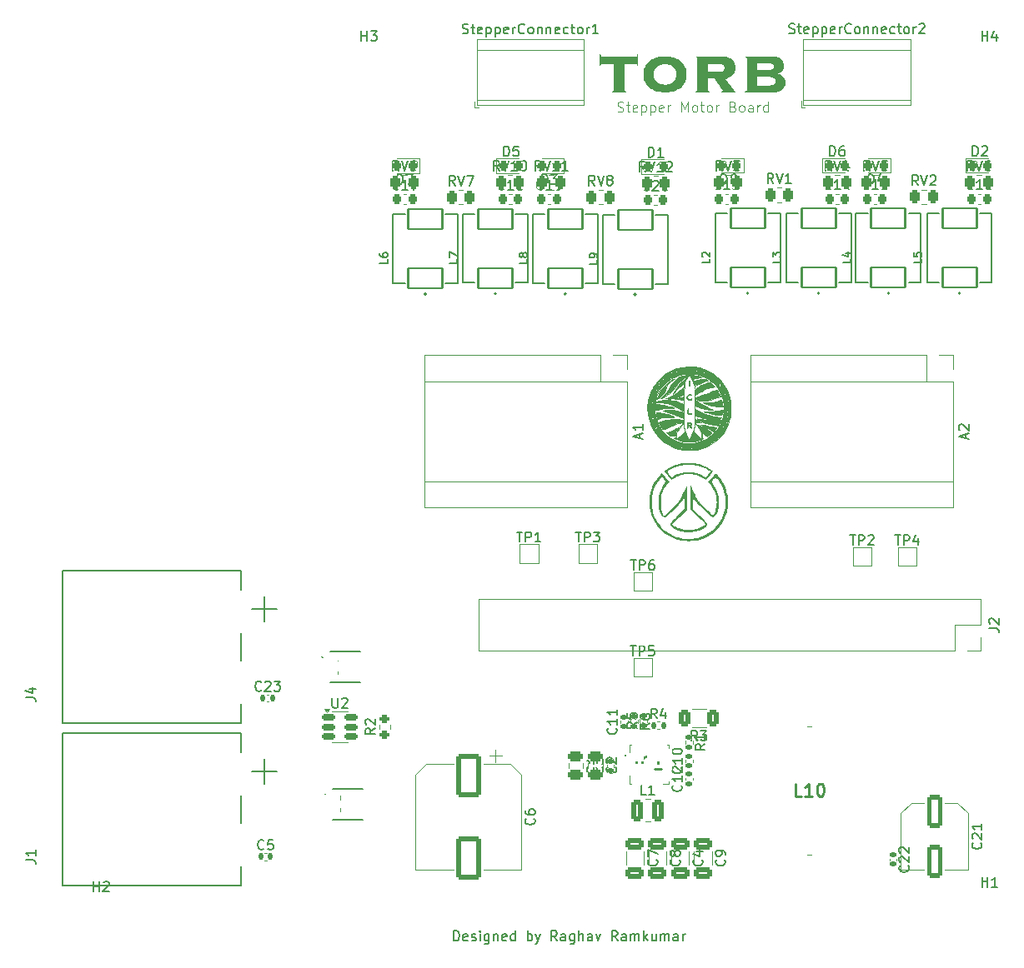
<source format=gto>
G04 #@! TF.GenerationSoftware,KiCad,Pcbnew,8.0.3*
G04 #@! TF.CreationDate,2024-09-22T19:56:22+01:00*
G04 #@! TF.ProjectId,BetetrDom,42657465-7472-4446-9f6d-2e6b69636164,rev?*
G04 #@! TF.SameCoordinates,Original*
G04 #@! TF.FileFunction,Legend,Top*
G04 #@! TF.FilePolarity,Positive*
%FSLAX46Y46*%
G04 Gerber Fmt 4.6, Leading zero omitted, Abs format (unit mm)*
G04 Created by KiCad (PCBNEW 8.0.3) date 2024-09-22 19:56:22*
%MOMM*%
%LPD*%
G01*
G04 APERTURE LIST*
G04 Aperture macros list*
%AMRoundRect*
0 Rectangle with rounded corners*
0 $1 Rounding radius*
0 $2 $3 $4 $5 $6 $7 $8 $9 X,Y pos of 4 corners*
0 Add a 4 corners polygon primitive as box body*
4,1,4,$2,$3,$4,$5,$6,$7,$8,$9,$2,$3,0*
0 Add four circle primitives for the rounded corners*
1,1,$1+$1,$2,$3*
1,1,$1+$1,$4,$5*
1,1,$1+$1,$6,$7*
1,1,$1+$1,$8,$9*
0 Add four rect primitives between the rounded corners*
20,1,$1+$1,$2,$3,$4,$5,0*
20,1,$1+$1,$4,$5,$6,$7,0*
20,1,$1+$1,$6,$7,$8,$9,0*
20,1,$1+$1,$8,$9,$2,$3,0*%
G04 Aperture macros list end*
%ADD10C,0.100000*%
%ADD11C,0.200000*%
%ADD12C,0.000000*%
%ADD13C,0.150000*%
%ADD14C,0.254000*%
%ADD15C,0.120000*%
%ADD16C,0.127000*%
%ADD17C,0.010000*%
%ADD18R,1.500000X1.500000*%
%ADD19R,1.600000X1.600000*%
%ADD20O,1.600000X1.600000*%
%ADD21RoundRect,0.102000X1.750000X-1.000000X1.750000X1.000000X-1.750000X1.000000X-1.750000X-1.000000X0*%
%ADD22RoundRect,0.250000X-0.262500X-0.450000X0.262500X-0.450000X0.262500X0.450000X-0.262500X0.450000X0*%
%ADD23RoundRect,0.225000X-0.225000X-0.250000X0.225000X-0.250000X0.225000X0.250000X-0.225000X0.250000X0*%
%ADD24RoundRect,0.140000X0.170000X-0.140000X0.170000X0.140000X-0.170000X0.140000X-0.170000X-0.140000X0*%
%ADD25RoundRect,0.150000X-0.512500X-0.150000X0.512500X-0.150000X0.512500X0.150000X-0.512500X0.150000X0*%
%ADD26RoundRect,0.250000X0.312500X0.625000X-0.312500X0.625000X-0.312500X-0.625000X0.312500X-0.625000X0*%
%ADD27R,0.600000X0.400000*%
%ADD28R,0.550000X0.400000*%
%ADD29R,2.030000X2.650000*%
%ADD30R,2.100000X2.100000*%
%ADD31C,2.100000*%
%ADD32RoundRect,0.250000X-0.550000X1.412500X-0.550000X-1.412500X0.550000X-1.412500X0.550000X1.412500X0*%
%ADD33R,3.716000X3.716000*%
%ADD34C,3.716000*%
%ADD35O,2.400000X1.200000*%
%ADD36RoundRect,0.218750X0.218750X0.256250X-0.218750X0.256250X-0.218750X-0.256250X0.218750X-0.256250X0*%
%ADD37RoundRect,0.250000X-0.650000X0.325000X-0.650000X-0.325000X0.650000X-0.325000X0.650000X0.325000X0*%
%ADD38C,5.600000*%
%ADD39RoundRect,0.250000X-0.475000X0.250000X-0.475000X-0.250000X0.475000X-0.250000X0.475000X0.250000X0*%
%ADD40RoundRect,0.218750X-0.218750X-0.256250X0.218750X-0.256250X0.218750X0.256250X-0.218750X0.256250X0*%
%ADD41R,1.700000X1.700000*%
%ADD42O,1.700000X1.700000*%
%ADD43RoundRect,0.250000X-1.000000X1.950000X-1.000000X-1.950000X1.000000X-1.950000X1.000000X1.950000X0*%
%ADD44R,0.550000X0.300000*%
%ADD45R,0.300000X0.450000*%
%ADD46R,0.300000X0.725000*%
%ADD47R,0.725000X0.300000*%
%ADD48R,1.575000X1.050000*%
%ADD49R,1.150000X1.050000*%
%ADD50R,2.175000X1.200000*%
%ADD51R,0.580000X0.380000*%
%ADD52R,0.650000X0.455000*%
%ADD53R,2.350000X0.275000*%
%ADD54RoundRect,0.140000X-0.140000X-0.170000X0.140000X-0.170000X0.140000X0.170000X-0.140000X0.170000X0*%
%ADD55RoundRect,0.200000X0.275000X-0.200000X0.275000X0.200000X-0.275000X0.200000X-0.275000X-0.200000X0*%
%ADD56RoundRect,0.135000X-0.135000X-0.185000X0.135000X-0.185000X0.135000X0.185000X-0.135000X0.185000X0*%
%ADD57R,4.750000X14.000000*%
%ADD58RoundRect,0.135000X0.185000X-0.135000X0.185000X0.135000X-0.185000X0.135000X-0.185000X-0.135000X0*%
%ADD59RoundRect,0.250000X-0.375000X-0.850000X0.375000X-0.850000X0.375000X0.850000X-0.375000X0.850000X0*%
%ADD60RoundRect,0.135000X-0.185000X0.135000X-0.185000X-0.135000X0.185000X-0.135000X0.185000X0.135000X0*%
%ADD61RoundRect,0.140000X-0.170000X0.140000X-0.170000X-0.140000X0.170000X-0.140000X0.170000X0.140000X0*%
G04 APERTURE END LIST*
D10*
X105256265Y-56824800D02*
X105399122Y-56872419D01*
X105399122Y-56872419D02*
X105637217Y-56872419D01*
X105637217Y-56872419D02*
X105732455Y-56824800D01*
X105732455Y-56824800D02*
X105780074Y-56777180D01*
X105780074Y-56777180D02*
X105827693Y-56681942D01*
X105827693Y-56681942D02*
X105827693Y-56586704D01*
X105827693Y-56586704D02*
X105780074Y-56491466D01*
X105780074Y-56491466D02*
X105732455Y-56443847D01*
X105732455Y-56443847D02*
X105637217Y-56396228D01*
X105637217Y-56396228D02*
X105446741Y-56348609D01*
X105446741Y-56348609D02*
X105351503Y-56300990D01*
X105351503Y-56300990D02*
X105303884Y-56253371D01*
X105303884Y-56253371D02*
X105256265Y-56158133D01*
X105256265Y-56158133D02*
X105256265Y-56062895D01*
X105256265Y-56062895D02*
X105303884Y-55967657D01*
X105303884Y-55967657D02*
X105351503Y-55920038D01*
X105351503Y-55920038D02*
X105446741Y-55872419D01*
X105446741Y-55872419D02*
X105684836Y-55872419D01*
X105684836Y-55872419D02*
X105827693Y-55920038D01*
X106113408Y-56205752D02*
X106494360Y-56205752D01*
X106256265Y-55872419D02*
X106256265Y-56729561D01*
X106256265Y-56729561D02*
X106303884Y-56824800D01*
X106303884Y-56824800D02*
X106399122Y-56872419D01*
X106399122Y-56872419D02*
X106494360Y-56872419D01*
X107208646Y-56824800D02*
X107113408Y-56872419D01*
X107113408Y-56872419D02*
X106922932Y-56872419D01*
X106922932Y-56872419D02*
X106827694Y-56824800D01*
X106827694Y-56824800D02*
X106780075Y-56729561D01*
X106780075Y-56729561D02*
X106780075Y-56348609D01*
X106780075Y-56348609D02*
X106827694Y-56253371D01*
X106827694Y-56253371D02*
X106922932Y-56205752D01*
X106922932Y-56205752D02*
X107113408Y-56205752D01*
X107113408Y-56205752D02*
X107208646Y-56253371D01*
X107208646Y-56253371D02*
X107256265Y-56348609D01*
X107256265Y-56348609D02*
X107256265Y-56443847D01*
X107256265Y-56443847D02*
X106780075Y-56539085D01*
X107684837Y-56205752D02*
X107684837Y-57205752D01*
X107684837Y-56253371D02*
X107780075Y-56205752D01*
X107780075Y-56205752D02*
X107970551Y-56205752D01*
X107970551Y-56205752D02*
X108065789Y-56253371D01*
X108065789Y-56253371D02*
X108113408Y-56300990D01*
X108113408Y-56300990D02*
X108161027Y-56396228D01*
X108161027Y-56396228D02*
X108161027Y-56681942D01*
X108161027Y-56681942D02*
X108113408Y-56777180D01*
X108113408Y-56777180D02*
X108065789Y-56824800D01*
X108065789Y-56824800D02*
X107970551Y-56872419D01*
X107970551Y-56872419D02*
X107780075Y-56872419D01*
X107780075Y-56872419D02*
X107684837Y-56824800D01*
X108589599Y-56205752D02*
X108589599Y-57205752D01*
X108589599Y-56253371D02*
X108684837Y-56205752D01*
X108684837Y-56205752D02*
X108875313Y-56205752D01*
X108875313Y-56205752D02*
X108970551Y-56253371D01*
X108970551Y-56253371D02*
X109018170Y-56300990D01*
X109018170Y-56300990D02*
X109065789Y-56396228D01*
X109065789Y-56396228D02*
X109065789Y-56681942D01*
X109065789Y-56681942D02*
X109018170Y-56777180D01*
X109018170Y-56777180D02*
X108970551Y-56824800D01*
X108970551Y-56824800D02*
X108875313Y-56872419D01*
X108875313Y-56872419D02*
X108684837Y-56872419D01*
X108684837Y-56872419D02*
X108589599Y-56824800D01*
X109875313Y-56824800D02*
X109780075Y-56872419D01*
X109780075Y-56872419D02*
X109589599Y-56872419D01*
X109589599Y-56872419D02*
X109494361Y-56824800D01*
X109494361Y-56824800D02*
X109446742Y-56729561D01*
X109446742Y-56729561D02*
X109446742Y-56348609D01*
X109446742Y-56348609D02*
X109494361Y-56253371D01*
X109494361Y-56253371D02*
X109589599Y-56205752D01*
X109589599Y-56205752D02*
X109780075Y-56205752D01*
X109780075Y-56205752D02*
X109875313Y-56253371D01*
X109875313Y-56253371D02*
X109922932Y-56348609D01*
X109922932Y-56348609D02*
X109922932Y-56443847D01*
X109922932Y-56443847D02*
X109446742Y-56539085D01*
X110351504Y-56872419D02*
X110351504Y-56205752D01*
X110351504Y-56396228D02*
X110399123Y-56300990D01*
X110399123Y-56300990D02*
X110446742Y-56253371D01*
X110446742Y-56253371D02*
X110541980Y-56205752D01*
X110541980Y-56205752D02*
X110637218Y-56205752D01*
X111732457Y-56872419D02*
X111732457Y-55872419D01*
X111732457Y-55872419D02*
X112065790Y-56586704D01*
X112065790Y-56586704D02*
X112399123Y-55872419D01*
X112399123Y-55872419D02*
X112399123Y-56872419D01*
X113018171Y-56872419D02*
X112922933Y-56824800D01*
X112922933Y-56824800D02*
X112875314Y-56777180D01*
X112875314Y-56777180D02*
X112827695Y-56681942D01*
X112827695Y-56681942D02*
X112827695Y-56396228D01*
X112827695Y-56396228D02*
X112875314Y-56300990D01*
X112875314Y-56300990D02*
X112922933Y-56253371D01*
X112922933Y-56253371D02*
X113018171Y-56205752D01*
X113018171Y-56205752D02*
X113161028Y-56205752D01*
X113161028Y-56205752D02*
X113256266Y-56253371D01*
X113256266Y-56253371D02*
X113303885Y-56300990D01*
X113303885Y-56300990D02*
X113351504Y-56396228D01*
X113351504Y-56396228D02*
X113351504Y-56681942D01*
X113351504Y-56681942D02*
X113303885Y-56777180D01*
X113303885Y-56777180D02*
X113256266Y-56824800D01*
X113256266Y-56824800D02*
X113161028Y-56872419D01*
X113161028Y-56872419D02*
X113018171Y-56872419D01*
X113637219Y-56205752D02*
X114018171Y-56205752D01*
X113780076Y-55872419D02*
X113780076Y-56729561D01*
X113780076Y-56729561D02*
X113827695Y-56824800D01*
X113827695Y-56824800D02*
X113922933Y-56872419D01*
X113922933Y-56872419D02*
X114018171Y-56872419D01*
X114494362Y-56872419D02*
X114399124Y-56824800D01*
X114399124Y-56824800D02*
X114351505Y-56777180D01*
X114351505Y-56777180D02*
X114303886Y-56681942D01*
X114303886Y-56681942D02*
X114303886Y-56396228D01*
X114303886Y-56396228D02*
X114351505Y-56300990D01*
X114351505Y-56300990D02*
X114399124Y-56253371D01*
X114399124Y-56253371D02*
X114494362Y-56205752D01*
X114494362Y-56205752D02*
X114637219Y-56205752D01*
X114637219Y-56205752D02*
X114732457Y-56253371D01*
X114732457Y-56253371D02*
X114780076Y-56300990D01*
X114780076Y-56300990D02*
X114827695Y-56396228D01*
X114827695Y-56396228D02*
X114827695Y-56681942D01*
X114827695Y-56681942D02*
X114780076Y-56777180D01*
X114780076Y-56777180D02*
X114732457Y-56824800D01*
X114732457Y-56824800D02*
X114637219Y-56872419D01*
X114637219Y-56872419D02*
X114494362Y-56872419D01*
X115256267Y-56872419D02*
X115256267Y-56205752D01*
X115256267Y-56396228D02*
X115303886Y-56300990D01*
X115303886Y-56300990D02*
X115351505Y-56253371D01*
X115351505Y-56253371D02*
X115446743Y-56205752D01*
X115446743Y-56205752D02*
X115541981Y-56205752D01*
X116970553Y-56348609D02*
X117113410Y-56396228D01*
X117113410Y-56396228D02*
X117161029Y-56443847D01*
X117161029Y-56443847D02*
X117208648Y-56539085D01*
X117208648Y-56539085D02*
X117208648Y-56681942D01*
X117208648Y-56681942D02*
X117161029Y-56777180D01*
X117161029Y-56777180D02*
X117113410Y-56824800D01*
X117113410Y-56824800D02*
X117018172Y-56872419D01*
X117018172Y-56872419D02*
X116637220Y-56872419D01*
X116637220Y-56872419D02*
X116637220Y-55872419D01*
X116637220Y-55872419D02*
X116970553Y-55872419D01*
X116970553Y-55872419D02*
X117065791Y-55920038D01*
X117065791Y-55920038D02*
X117113410Y-55967657D01*
X117113410Y-55967657D02*
X117161029Y-56062895D01*
X117161029Y-56062895D02*
X117161029Y-56158133D01*
X117161029Y-56158133D02*
X117113410Y-56253371D01*
X117113410Y-56253371D02*
X117065791Y-56300990D01*
X117065791Y-56300990D02*
X116970553Y-56348609D01*
X116970553Y-56348609D02*
X116637220Y-56348609D01*
X117780077Y-56872419D02*
X117684839Y-56824800D01*
X117684839Y-56824800D02*
X117637220Y-56777180D01*
X117637220Y-56777180D02*
X117589601Y-56681942D01*
X117589601Y-56681942D02*
X117589601Y-56396228D01*
X117589601Y-56396228D02*
X117637220Y-56300990D01*
X117637220Y-56300990D02*
X117684839Y-56253371D01*
X117684839Y-56253371D02*
X117780077Y-56205752D01*
X117780077Y-56205752D02*
X117922934Y-56205752D01*
X117922934Y-56205752D02*
X118018172Y-56253371D01*
X118018172Y-56253371D02*
X118065791Y-56300990D01*
X118065791Y-56300990D02*
X118113410Y-56396228D01*
X118113410Y-56396228D02*
X118113410Y-56681942D01*
X118113410Y-56681942D02*
X118065791Y-56777180D01*
X118065791Y-56777180D02*
X118018172Y-56824800D01*
X118018172Y-56824800D02*
X117922934Y-56872419D01*
X117922934Y-56872419D02*
X117780077Y-56872419D01*
X118970553Y-56872419D02*
X118970553Y-56348609D01*
X118970553Y-56348609D02*
X118922934Y-56253371D01*
X118922934Y-56253371D02*
X118827696Y-56205752D01*
X118827696Y-56205752D02*
X118637220Y-56205752D01*
X118637220Y-56205752D02*
X118541982Y-56253371D01*
X118970553Y-56824800D02*
X118875315Y-56872419D01*
X118875315Y-56872419D02*
X118637220Y-56872419D01*
X118637220Y-56872419D02*
X118541982Y-56824800D01*
X118541982Y-56824800D02*
X118494363Y-56729561D01*
X118494363Y-56729561D02*
X118494363Y-56634323D01*
X118494363Y-56634323D02*
X118541982Y-56539085D01*
X118541982Y-56539085D02*
X118637220Y-56491466D01*
X118637220Y-56491466D02*
X118875315Y-56491466D01*
X118875315Y-56491466D02*
X118970553Y-56443847D01*
X119446744Y-56872419D02*
X119446744Y-56205752D01*
X119446744Y-56396228D02*
X119494363Y-56300990D01*
X119494363Y-56300990D02*
X119541982Y-56253371D01*
X119541982Y-56253371D02*
X119637220Y-56205752D01*
X119637220Y-56205752D02*
X119732458Y-56205752D01*
X120494363Y-56872419D02*
X120494363Y-55872419D01*
X120494363Y-56824800D02*
X120399125Y-56872419D01*
X120399125Y-56872419D02*
X120208649Y-56872419D01*
X120208649Y-56872419D02*
X120113411Y-56824800D01*
X120113411Y-56824800D02*
X120065792Y-56777180D01*
X120065792Y-56777180D02*
X120018173Y-56681942D01*
X120018173Y-56681942D02*
X120018173Y-56396228D01*
X120018173Y-56396228D02*
X120065792Y-56300990D01*
X120065792Y-56300990D02*
X120113411Y-56253371D01*
X120113411Y-56253371D02*
X120208649Y-56205752D01*
X120208649Y-56205752D02*
X120399125Y-56205752D01*
X120399125Y-56205752D02*
X120494363Y-56253371D01*
D11*
G36*
X104671493Y-54814515D02*
G01*
X104836357Y-54768108D01*
X104868108Y-54685066D01*
X104868108Y-52008164D01*
X103657885Y-52008164D01*
X103573621Y-52047243D01*
X103530879Y-52204780D01*
X103446615Y-52204780D01*
X103446615Y-50992114D01*
X103530879Y-50992114D01*
X103573621Y-51181402D01*
X103657885Y-51226587D01*
X107133461Y-51226587D01*
X107217725Y-51181402D01*
X107259246Y-50992114D01*
X107343510Y-50992114D01*
X107343510Y-52204780D01*
X107259246Y-52204780D01*
X107217725Y-52047243D01*
X107133461Y-52008164D01*
X105923237Y-52008164D01*
X105923237Y-54685066D01*
X105954989Y-54768108D01*
X106119853Y-54814515D01*
X106119853Y-54900000D01*
X104671493Y-54900000D01*
X104671493Y-54814515D01*
G37*
G36*
X110312382Y-51236150D02*
G01*
X110579331Y-51269209D01*
X110835786Y-51325881D01*
X110910676Y-51347487D01*
X111149195Y-51433378D01*
X111368632Y-51541450D01*
X111587973Y-51685951D01*
X111606769Y-51700418D01*
X111797892Y-51873766D01*
X111959866Y-52073089D01*
X112081821Y-52276831D01*
X112181941Y-52525742D01*
X112236896Y-52774564D01*
X112257504Y-53044853D01*
X112257676Y-53073063D01*
X112243765Y-53319811D01*
X112195680Y-53573357D01*
X112113248Y-53805196D01*
X112081821Y-53870516D01*
X111946346Y-54093452D01*
X111781722Y-54290413D01*
X111606769Y-54446929D01*
X111389526Y-54592715D01*
X111149195Y-54709352D01*
X110910676Y-54790090D01*
X110657370Y-54848050D01*
X110393568Y-54884544D01*
X110147174Y-54899034D01*
X110063154Y-54900000D01*
X109813926Y-54891306D01*
X109546976Y-54861252D01*
X109290521Y-54809732D01*
X109215631Y-54790090D01*
X108977113Y-54709352D01*
X108736781Y-54592715D01*
X108519539Y-54446929D01*
X108328415Y-54273581D01*
X108166441Y-54074258D01*
X108044487Y-53870516D01*
X107944366Y-53621461D01*
X107889411Y-53372257D01*
X107868803Y-53101348D01*
X107868632Y-53073063D01*
X107869184Y-53063293D01*
X108910327Y-53063293D01*
X108936866Y-53315422D01*
X109004361Y-53512700D01*
X109139863Y-53723794D01*
X109258374Y-53842428D01*
X109463689Y-53977953D01*
X109623517Y-54046371D01*
X109864802Y-54104631D01*
X110063154Y-54118422D01*
X110317061Y-54095625D01*
X110502791Y-54046371D01*
X110732102Y-53939714D01*
X110869155Y-53842428D01*
X111034862Y-53661970D01*
X111121946Y-53512700D01*
X111198969Y-53273132D01*
X111217201Y-53063293D01*
X111190318Y-52811510D01*
X111121946Y-52615108D01*
X110987464Y-52403425D01*
X110869155Y-52285380D01*
X110663409Y-52148835D01*
X110502791Y-52080216D01*
X110262107Y-52021955D01*
X110063154Y-52008164D01*
X109809847Y-52030962D01*
X109623517Y-52080216D01*
X109395225Y-52187303D01*
X109258374Y-52285380D01*
X109092236Y-52465249D01*
X109004361Y-52615108D01*
X108928326Y-52853688D01*
X108910327Y-53063293D01*
X107869184Y-53063293D01*
X107882542Y-52826905D01*
X107930627Y-52573789D01*
X108013059Y-52342140D01*
X108044487Y-52276831D01*
X108179961Y-52053895D01*
X108344586Y-51856934D01*
X108519539Y-51700418D01*
X108736781Y-51553478D01*
X108977113Y-51433378D01*
X109215631Y-51347487D01*
X109468938Y-51283731D01*
X109732739Y-51243589D01*
X109979133Y-51227650D01*
X110063154Y-51226587D01*
X110312382Y-51236150D01*
G37*
G36*
X115997382Y-51236548D02*
G01*
X116244807Y-51266429D01*
X116495376Y-51326469D01*
X116731509Y-51428288D01*
X116851884Y-51509909D01*
X117021900Y-51693223D01*
X117136274Y-51925804D01*
X117191229Y-52173901D01*
X117203593Y-52385519D01*
X117180989Y-52640243D01*
X117102850Y-52884295D01*
X116952433Y-53105368D01*
X116917829Y-53140230D01*
X116725202Y-53295410D01*
X116502998Y-53420537D01*
X116251218Y-53515610D01*
X116197313Y-53531018D01*
X117027739Y-54689951D01*
X117231681Y-54815736D01*
X117231681Y-54900000D01*
X115768667Y-54900000D01*
X115768667Y-54814515D01*
X115923761Y-54686287D01*
X115867585Y-54587369D01*
X115725924Y-54380983D01*
X115583081Y-54181642D01*
X115539078Y-54122086D01*
X115390472Y-53920128D01*
X115342463Y-53855861D01*
X115195669Y-53653903D01*
X115177599Y-53628715D01*
X115086008Y-53493161D01*
X114397243Y-53493161D01*
X114397243Y-54686287D01*
X114428995Y-54769330D01*
X114593859Y-54814515D01*
X114593859Y-54900000D01*
X113145498Y-54900000D01*
X113145498Y-54815736D01*
X113310362Y-54770551D01*
X113342114Y-54689951D01*
X113342114Y-52789741D01*
X114397243Y-52789741D01*
X115579378Y-52789741D01*
X115826639Y-52763981D01*
X116004361Y-52672505D01*
X116117544Y-52446847D01*
X116120376Y-52398953D01*
X116037783Y-52162991D01*
X116004361Y-52125401D01*
X115768993Y-52022017D01*
X115579378Y-52008164D01*
X114397243Y-52008164D01*
X114397243Y-52789741D01*
X113342114Y-52789741D01*
X113342114Y-51436636D01*
X113310362Y-51356036D01*
X113145498Y-51310851D01*
X113145498Y-51226587D01*
X115719818Y-51226587D01*
X115997382Y-51236548D01*
G37*
G36*
X121107157Y-51239199D02*
G01*
X121360254Y-51280453D01*
X121375261Y-51283984D01*
X121611657Y-51360559D01*
X121790474Y-51456175D01*
X121979762Y-51629340D01*
X122064026Y-51760258D01*
X122144011Y-51994030D01*
X122162944Y-52208443D01*
X122126480Y-52462661D01*
X122006481Y-52682641D01*
X121972435Y-52720132D01*
X121771632Y-52873458D01*
X121542092Y-52964753D01*
X121487613Y-52977808D01*
X121487613Y-52992463D01*
X121719010Y-53071056D01*
X121936224Y-53184772D01*
X122075017Y-53289218D01*
X122231127Y-53500226D01*
X122295355Y-53738019D01*
X122303384Y-53876622D01*
X122271900Y-54128020D01*
X122222784Y-54271074D01*
X122085779Y-54485550D01*
X121968771Y-54595917D01*
X121757901Y-54727030D01*
X121525471Y-54816957D01*
X121269683Y-54873724D01*
X121019182Y-54897080D01*
X120883112Y-54900000D01*
X118168353Y-54900000D01*
X118168353Y-54815736D01*
X118333217Y-54770551D01*
X118364968Y-54689951D01*
X118364968Y-54196580D01*
X119420097Y-54196580D01*
X120615666Y-54196580D01*
X120868744Y-54183013D01*
X121107338Y-54122716D01*
X121149337Y-54100104D01*
X121292163Y-53888869D01*
X121304431Y-53766713D01*
X121243847Y-53525427D01*
X121149337Y-53433321D01*
X120904745Y-53355311D01*
X120639183Y-53336939D01*
X120615666Y-53336845D01*
X119420097Y-53336845D01*
X119420097Y-54196580D01*
X118364968Y-54196580D01*
X118364968Y-52633426D01*
X119420097Y-52633426D01*
X120376308Y-52633426D01*
X120627134Y-52629133D01*
X120748778Y-52622435D01*
X120980809Y-52572365D01*
X121100488Y-52466120D01*
X121135903Y-52281716D01*
X121100488Y-52098534D01*
X120980809Y-51991067D01*
X120748778Y-51942219D01*
X120496618Y-51930972D01*
X120376308Y-51930006D01*
X119420097Y-51930006D01*
X119420097Y-52633426D01*
X118364968Y-52633426D01*
X118364968Y-51436636D01*
X118333217Y-51356036D01*
X118168353Y-51310851D01*
X118168353Y-51226587D01*
X120847697Y-51226587D01*
X121107157Y-51239199D01*
G37*
X88619673Y-141117219D02*
X88619673Y-140117219D01*
X88619673Y-140117219D02*
X88857768Y-140117219D01*
X88857768Y-140117219D02*
X89000625Y-140164838D01*
X89000625Y-140164838D02*
X89095863Y-140260076D01*
X89095863Y-140260076D02*
X89143482Y-140355314D01*
X89143482Y-140355314D02*
X89191101Y-140545790D01*
X89191101Y-140545790D02*
X89191101Y-140688647D01*
X89191101Y-140688647D02*
X89143482Y-140879123D01*
X89143482Y-140879123D02*
X89095863Y-140974361D01*
X89095863Y-140974361D02*
X89000625Y-141069600D01*
X89000625Y-141069600D02*
X88857768Y-141117219D01*
X88857768Y-141117219D02*
X88619673Y-141117219D01*
X90000625Y-141069600D02*
X89905387Y-141117219D01*
X89905387Y-141117219D02*
X89714911Y-141117219D01*
X89714911Y-141117219D02*
X89619673Y-141069600D01*
X89619673Y-141069600D02*
X89572054Y-140974361D01*
X89572054Y-140974361D02*
X89572054Y-140593409D01*
X89572054Y-140593409D02*
X89619673Y-140498171D01*
X89619673Y-140498171D02*
X89714911Y-140450552D01*
X89714911Y-140450552D02*
X89905387Y-140450552D01*
X89905387Y-140450552D02*
X90000625Y-140498171D01*
X90000625Y-140498171D02*
X90048244Y-140593409D01*
X90048244Y-140593409D02*
X90048244Y-140688647D01*
X90048244Y-140688647D02*
X89572054Y-140783885D01*
X90429197Y-141069600D02*
X90524435Y-141117219D01*
X90524435Y-141117219D02*
X90714911Y-141117219D01*
X90714911Y-141117219D02*
X90810149Y-141069600D01*
X90810149Y-141069600D02*
X90857768Y-140974361D01*
X90857768Y-140974361D02*
X90857768Y-140926742D01*
X90857768Y-140926742D02*
X90810149Y-140831504D01*
X90810149Y-140831504D02*
X90714911Y-140783885D01*
X90714911Y-140783885D02*
X90572054Y-140783885D01*
X90572054Y-140783885D02*
X90476816Y-140736266D01*
X90476816Y-140736266D02*
X90429197Y-140641028D01*
X90429197Y-140641028D02*
X90429197Y-140593409D01*
X90429197Y-140593409D02*
X90476816Y-140498171D01*
X90476816Y-140498171D02*
X90572054Y-140450552D01*
X90572054Y-140450552D02*
X90714911Y-140450552D01*
X90714911Y-140450552D02*
X90810149Y-140498171D01*
X91286340Y-141117219D02*
X91286340Y-140450552D01*
X91286340Y-140117219D02*
X91238721Y-140164838D01*
X91238721Y-140164838D02*
X91286340Y-140212457D01*
X91286340Y-140212457D02*
X91333959Y-140164838D01*
X91333959Y-140164838D02*
X91286340Y-140117219D01*
X91286340Y-140117219D02*
X91286340Y-140212457D01*
X92191101Y-140450552D02*
X92191101Y-141260076D01*
X92191101Y-141260076D02*
X92143482Y-141355314D01*
X92143482Y-141355314D02*
X92095863Y-141402933D01*
X92095863Y-141402933D02*
X92000625Y-141450552D01*
X92000625Y-141450552D02*
X91857768Y-141450552D01*
X91857768Y-141450552D02*
X91762530Y-141402933D01*
X92191101Y-141069600D02*
X92095863Y-141117219D01*
X92095863Y-141117219D02*
X91905387Y-141117219D01*
X91905387Y-141117219D02*
X91810149Y-141069600D01*
X91810149Y-141069600D02*
X91762530Y-141021980D01*
X91762530Y-141021980D02*
X91714911Y-140926742D01*
X91714911Y-140926742D02*
X91714911Y-140641028D01*
X91714911Y-140641028D02*
X91762530Y-140545790D01*
X91762530Y-140545790D02*
X91810149Y-140498171D01*
X91810149Y-140498171D02*
X91905387Y-140450552D01*
X91905387Y-140450552D02*
X92095863Y-140450552D01*
X92095863Y-140450552D02*
X92191101Y-140498171D01*
X92667292Y-140450552D02*
X92667292Y-141117219D01*
X92667292Y-140545790D02*
X92714911Y-140498171D01*
X92714911Y-140498171D02*
X92810149Y-140450552D01*
X92810149Y-140450552D02*
X92953006Y-140450552D01*
X92953006Y-140450552D02*
X93048244Y-140498171D01*
X93048244Y-140498171D02*
X93095863Y-140593409D01*
X93095863Y-140593409D02*
X93095863Y-141117219D01*
X93953006Y-141069600D02*
X93857768Y-141117219D01*
X93857768Y-141117219D02*
X93667292Y-141117219D01*
X93667292Y-141117219D02*
X93572054Y-141069600D01*
X93572054Y-141069600D02*
X93524435Y-140974361D01*
X93524435Y-140974361D02*
X93524435Y-140593409D01*
X93524435Y-140593409D02*
X93572054Y-140498171D01*
X93572054Y-140498171D02*
X93667292Y-140450552D01*
X93667292Y-140450552D02*
X93857768Y-140450552D01*
X93857768Y-140450552D02*
X93953006Y-140498171D01*
X93953006Y-140498171D02*
X94000625Y-140593409D01*
X94000625Y-140593409D02*
X94000625Y-140688647D01*
X94000625Y-140688647D02*
X93524435Y-140783885D01*
X94857768Y-141117219D02*
X94857768Y-140117219D01*
X94857768Y-141069600D02*
X94762530Y-141117219D01*
X94762530Y-141117219D02*
X94572054Y-141117219D01*
X94572054Y-141117219D02*
X94476816Y-141069600D01*
X94476816Y-141069600D02*
X94429197Y-141021980D01*
X94429197Y-141021980D02*
X94381578Y-140926742D01*
X94381578Y-140926742D02*
X94381578Y-140641028D01*
X94381578Y-140641028D02*
X94429197Y-140545790D01*
X94429197Y-140545790D02*
X94476816Y-140498171D01*
X94476816Y-140498171D02*
X94572054Y-140450552D01*
X94572054Y-140450552D02*
X94762530Y-140450552D01*
X94762530Y-140450552D02*
X94857768Y-140498171D01*
X96095864Y-141117219D02*
X96095864Y-140117219D01*
X96095864Y-140498171D02*
X96191102Y-140450552D01*
X96191102Y-140450552D02*
X96381578Y-140450552D01*
X96381578Y-140450552D02*
X96476816Y-140498171D01*
X96476816Y-140498171D02*
X96524435Y-140545790D01*
X96524435Y-140545790D02*
X96572054Y-140641028D01*
X96572054Y-140641028D02*
X96572054Y-140926742D01*
X96572054Y-140926742D02*
X96524435Y-141021980D01*
X96524435Y-141021980D02*
X96476816Y-141069600D01*
X96476816Y-141069600D02*
X96381578Y-141117219D01*
X96381578Y-141117219D02*
X96191102Y-141117219D01*
X96191102Y-141117219D02*
X96095864Y-141069600D01*
X96905388Y-140450552D02*
X97143483Y-141117219D01*
X97381578Y-140450552D02*
X97143483Y-141117219D01*
X97143483Y-141117219D02*
X97048245Y-141355314D01*
X97048245Y-141355314D02*
X97000626Y-141402933D01*
X97000626Y-141402933D02*
X96905388Y-141450552D01*
X99095864Y-141117219D02*
X98762531Y-140641028D01*
X98524436Y-141117219D02*
X98524436Y-140117219D01*
X98524436Y-140117219D02*
X98905388Y-140117219D01*
X98905388Y-140117219D02*
X99000626Y-140164838D01*
X99000626Y-140164838D02*
X99048245Y-140212457D01*
X99048245Y-140212457D02*
X99095864Y-140307695D01*
X99095864Y-140307695D02*
X99095864Y-140450552D01*
X99095864Y-140450552D02*
X99048245Y-140545790D01*
X99048245Y-140545790D02*
X99000626Y-140593409D01*
X99000626Y-140593409D02*
X98905388Y-140641028D01*
X98905388Y-140641028D02*
X98524436Y-140641028D01*
X99953007Y-141117219D02*
X99953007Y-140593409D01*
X99953007Y-140593409D02*
X99905388Y-140498171D01*
X99905388Y-140498171D02*
X99810150Y-140450552D01*
X99810150Y-140450552D02*
X99619674Y-140450552D01*
X99619674Y-140450552D02*
X99524436Y-140498171D01*
X99953007Y-141069600D02*
X99857769Y-141117219D01*
X99857769Y-141117219D02*
X99619674Y-141117219D01*
X99619674Y-141117219D02*
X99524436Y-141069600D01*
X99524436Y-141069600D02*
X99476817Y-140974361D01*
X99476817Y-140974361D02*
X99476817Y-140879123D01*
X99476817Y-140879123D02*
X99524436Y-140783885D01*
X99524436Y-140783885D02*
X99619674Y-140736266D01*
X99619674Y-140736266D02*
X99857769Y-140736266D01*
X99857769Y-140736266D02*
X99953007Y-140688647D01*
X100857769Y-140450552D02*
X100857769Y-141260076D01*
X100857769Y-141260076D02*
X100810150Y-141355314D01*
X100810150Y-141355314D02*
X100762531Y-141402933D01*
X100762531Y-141402933D02*
X100667293Y-141450552D01*
X100667293Y-141450552D02*
X100524436Y-141450552D01*
X100524436Y-141450552D02*
X100429198Y-141402933D01*
X100857769Y-141069600D02*
X100762531Y-141117219D01*
X100762531Y-141117219D02*
X100572055Y-141117219D01*
X100572055Y-141117219D02*
X100476817Y-141069600D01*
X100476817Y-141069600D02*
X100429198Y-141021980D01*
X100429198Y-141021980D02*
X100381579Y-140926742D01*
X100381579Y-140926742D02*
X100381579Y-140641028D01*
X100381579Y-140641028D02*
X100429198Y-140545790D01*
X100429198Y-140545790D02*
X100476817Y-140498171D01*
X100476817Y-140498171D02*
X100572055Y-140450552D01*
X100572055Y-140450552D02*
X100762531Y-140450552D01*
X100762531Y-140450552D02*
X100857769Y-140498171D01*
X101333960Y-141117219D02*
X101333960Y-140117219D01*
X101762531Y-141117219D02*
X101762531Y-140593409D01*
X101762531Y-140593409D02*
X101714912Y-140498171D01*
X101714912Y-140498171D02*
X101619674Y-140450552D01*
X101619674Y-140450552D02*
X101476817Y-140450552D01*
X101476817Y-140450552D02*
X101381579Y-140498171D01*
X101381579Y-140498171D02*
X101333960Y-140545790D01*
X102667293Y-141117219D02*
X102667293Y-140593409D01*
X102667293Y-140593409D02*
X102619674Y-140498171D01*
X102619674Y-140498171D02*
X102524436Y-140450552D01*
X102524436Y-140450552D02*
X102333960Y-140450552D01*
X102333960Y-140450552D02*
X102238722Y-140498171D01*
X102667293Y-141069600D02*
X102572055Y-141117219D01*
X102572055Y-141117219D02*
X102333960Y-141117219D01*
X102333960Y-141117219D02*
X102238722Y-141069600D01*
X102238722Y-141069600D02*
X102191103Y-140974361D01*
X102191103Y-140974361D02*
X102191103Y-140879123D01*
X102191103Y-140879123D02*
X102238722Y-140783885D01*
X102238722Y-140783885D02*
X102333960Y-140736266D01*
X102333960Y-140736266D02*
X102572055Y-140736266D01*
X102572055Y-140736266D02*
X102667293Y-140688647D01*
X103048246Y-140450552D02*
X103286341Y-141117219D01*
X103286341Y-141117219D02*
X103524436Y-140450552D01*
X105238722Y-141117219D02*
X104905389Y-140641028D01*
X104667294Y-141117219D02*
X104667294Y-140117219D01*
X104667294Y-140117219D02*
X105048246Y-140117219D01*
X105048246Y-140117219D02*
X105143484Y-140164838D01*
X105143484Y-140164838D02*
X105191103Y-140212457D01*
X105191103Y-140212457D02*
X105238722Y-140307695D01*
X105238722Y-140307695D02*
X105238722Y-140450552D01*
X105238722Y-140450552D02*
X105191103Y-140545790D01*
X105191103Y-140545790D02*
X105143484Y-140593409D01*
X105143484Y-140593409D02*
X105048246Y-140641028D01*
X105048246Y-140641028D02*
X104667294Y-140641028D01*
X106095865Y-141117219D02*
X106095865Y-140593409D01*
X106095865Y-140593409D02*
X106048246Y-140498171D01*
X106048246Y-140498171D02*
X105953008Y-140450552D01*
X105953008Y-140450552D02*
X105762532Y-140450552D01*
X105762532Y-140450552D02*
X105667294Y-140498171D01*
X106095865Y-141069600D02*
X106000627Y-141117219D01*
X106000627Y-141117219D02*
X105762532Y-141117219D01*
X105762532Y-141117219D02*
X105667294Y-141069600D01*
X105667294Y-141069600D02*
X105619675Y-140974361D01*
X105619675Y-140974361D02*
X105619675Y-140879123D01*
X105619675Y-140879123D02*
X105667294Y-140783885D01*
X105667294Y-140783885D02*
X105762532Y-140736266D01*
X105762532Y-140736266D02*
X106000627Y-140736266D01*
X106000627Y-140736266D02*
X106095865Y-140688647D01*
X106572056Y-141117219D02*
X106572056Y-140450552D01*
X106572056Y-140545790D02*
X106619675Y-140498171D01*
X106619675Y-140498171D02*
X106714913Y-140450552D01*
X106714913Y-140450552D02*
X106857770Y-140450552D01*
X106857770Y-140450552D02*
X106953008Y-140498171D01*
X106953008Y-140498171D02*
X107000627Y-140593409D01*
X107000627Y-140593409D02*
X107000627Y-141117219D01*
X107000627Y-140593409D02*
X107048246Y-140498171D01*
X107048246Y-140498171D02*
X107143484Y-140450552D01*
X107143484Y-140450552D02*
X107286341Y-140450552D01*
X107286341Y-140450552D02*
X107381580Y-140498171D01*
X107381580Y-140498171D02*
X107429199Y-140593409D01*
X107429199Y-140593409D02*
X107429199Y-141117219D01*
X107905389Y-141117219D02*
X107905389Y-140117219D01*
X108000627Y-140736266D02*
X108286341Y-141117219D01*
X108286341Y-140450552D02*
X107905389Y-140831504D01*
X109143484Y-140450552D02*
X109143484Y-141117219D01*
X108714913Y-140450552D02*
X108714913Y-140974361D01*
X108714913Y-140974361D02*
X108762532Y-141069600D01*
X108762532Y-141069600D02*
X108857770Y-141117219D01*
X108857770Y-141117219D02*
X109000627Y-141117219D01*
X109000627Y-141117219D02*
X109095865Y-141069600D01*
X109095865Y-141069600D02*
X109143484Y-141021980D01*
X109619675Y-141117219D02*
X109619675Y-140450552D01*
X109619675Y-140545790D02*
X109667294Y-140498171D01*
X109667294Y-140498171D02*
X109762532Y-140450552D01*
X109762532Y-140450552D02*
X109905389Y-140450552D01*
X109905389Y-140450552D02*
X110000627Y-140498171D01*
X110000627Y-140498171D02*
X110048246Y-140593409D01*
X110048246Y-140593409D02*
X110048246Y-141117219D01*
X110048246Y-140593409D02*
X110095865Y-140498171D01*
X110095865Y-140498171D02*
X110191103Y-140450552D01*
X110191103Y-140450552D02*
X110333960Y-140450552D01*
X110333960Y-140450552D02*
X110429199Y-140498171D01*
X110429199Y-140498171D02*
X110476818Y-140593409D01*
X110476818Y-140593409D02*
X110476818Y-141117219D01*
X111381579Y-141117219D02*
X111381579Y-140593409D01*
X111381579Y-140593409D02*
X111333960Y-140498171D01*
X111333960Y-140498171D02*
X111238722Y-140450552D01*
X111238722Y-140450552D02*
X111048246Y-140450552D01*
X111048246Y-140450552D02*
X110953008Y-140498171D01*
X111381579Y-141069600D02*
X111286341Y-141117219D01*
X111286341Y-141117219D02*
X111048246Y-141117219D01*
X111048246Y-141117219D02*
X110953008Y-141069600D01*
X110953008Y-141069600D02*
X110905389Y-140974361D01*
X110905389Y-140974361D02*
X110905389Y-140879123D01*
X110905389Y-140879123D02*
X110953008Y-140783885D01*
X110953008Y-140783885D02*
X111048246Y-140736266D01*
X111048246Y-140736266D02*
X111286341Y-140736266D01*
X111286341Y-140736266D02*
X111381579Y-140688647D01*
X111857770Y-141117219D02*
X111857770Y-140450552D01*
X111857770Y-140641028D02*
X111905389Y-140545790D01*
X111905389Y-140545790D02*
X111953008Y-140498171D01*
X111953008Y-140498171D02*
X112048246Y-140450552D01*
X112048246Y-140450552D02*
X112143484Y-140450552D01*
D12*
G36*
X109735363Y-93596839D02*
G01*
X109741198Y-93599116D01*
X109750618Y-93605797D01*
X109779350Y-93631456D01*
X109819823Y-93671998D01*
X109870301Y-93725603D01*
X109929047Y-93790454D01*
X109994324Y-93864730D01*
X110064397Y-93946614D01*
X110137530Y-94034285D01*
X110497363Y-94471729D01*
X110229252Y-94782174D01*
X110154075Y-94870042D01*
X110084572Y-94959265D01*
X110020629Y-95050204D01*
X109962133Y-95143219D01*
X109908970Y-95238674D01*
X109861027Y-95336930D01*
X109818189Y-95438348D01*
X109780343Y-95543291D01*
X109747375Y-95652120D01*
X109719171Y-95765197D01*
X109695619Y-95882883D01*
X109676604Y-96005540D01*
X109662012Y-96133531D01*
X109651730Y-96267216D01*
X109645644Y-96406958D01*
X109643641Y-96553118D01*
X109645116Y-96745285D01*
X109647129Y-96829861D01*
X109650145Y-96907770D01*
X109654278Y-96979767D01*
X109659640Y-97046607D01*
X109666346Y-97109044D01*
X109674509Y-97167833D01*
X109684243Y-97223728D01*
X109695662Y-97277483D01*
X109708879Y-97329854D01*
X109724008Y-97381594D01*
X109741163Y-97433458D01*
X109760457Y-97486201D01*
X109782005Y-97540576D01*
X109805919Y-97597339D01*
X109975253Y-97978340D01*
X110772530Y-97181062D01*
X111024766Y-96927158D01*
X111129841Y-96819239D01*
X111222763Y-96721459D01*
X111304935Y-96631905D01*
X111377764Y-96548667D01*
X111442656Y-96469831D01*
X111501016Y-96393486D01*
X111554250Y-96317719D01*
X111603763Y-96240620D01*
X111650960Y-96160275D01*
X111697249Y-96074773D01*
X111744033Y-95982202D01*
X111792719Y-95880649D01*
X111901418Y-95642951D01*
X112034372Y-95349704D01*
X112095143Y-95218295D01*
X112150127Y-95101437D01*
X112197835Y-95002439D01*
X112236778Y-94924607D01*
X112265469Y-94871249D01*
X112275505Y-94854782D01*
X112282419Y-94845673D01*
X112284362Y-94844688D01*
X112286222Y-94846974D01*
X112289695Y-94861038D01*
X112295648Y-94924938D01*
X112300279Y-95032329D01*
X112303586Y-95178166D01*
X112306232Y-95565009D01*
X112303586Y-96045117D01*
X112282419Y-97293951D01*
X111513363Y-98055951D01*
X111380351Y-98186618D01*
X111263856Y-98301586D01*
X111163028Y-98402023D01*
X111118225Y-98447157D01*
X111077021Y-98489096D01*
X111039311Y-98527986D01*
X111004988Y-98563973D01*
X110973946Y-98597204D01*
X110946080Y-98627823D01*
X110921284Y-98655978D01*
X110899451Y-98681813D01*
X110880476Y-98705475D01*
X110864252Y-98727111D01*
X110850675Y-98746865D01*
X110844845Y-98756083D01*
X110839637Y-98764885D01*
X110835038Y-98773289D01*
X110831033Y-98781315D01*
X110827611Y-98788980D01*
X110824758Y-98796302D01*
X110822460Y-98803300D01*
X110820704Y-98809992D01*
X110819478Y-98816396D01*
X110818767Y-98822531D01*
X110818559Y-98828415D01*
X110818840Y-98834065D01*
X110819597Y-98839501D01*
X110820817Y-98844740D01*
X110822486Y-98849801D01*
X110824592Y-98854702D01*
X110827121Y-98859461D01*
X110830060Y-98864096D01*
X110833395Y-98868627D01*
X110837114Y-98873070D01*
X110845649Y-98881768D01*
X110855558Y-98890337D01*
X110866736Y-98898923D01*
X110879077Y-98907671D01*
X110892475Y-98916729D01*
X111008822Y-98986898D01*
X111132363Y-99051776D01*
X111262188Y-99111197D01*
X111397388Y-99164996D01*
X111537052Y-99213007D01*
X111680271Y-99255064D01*
X111826137Y-99291004D01*
X111973738Y-99320659D01*
X112122167Y-99343865D01*
X112270512Y-99360457D01*
X112417866Y-99370269D01*
X112563318Y-99373135D01*
X112705959Y-99368891D01*
X112844879Y-99357371D01*
X112979169Y-99338409D01*
X113107919Y-99311841D01*
X113181666Y-99291950D01*
X113261667Y-99267151D01*
X113346400Y-99238155D01*
X113434349Y-99205676D01*
X113523992Y-99170428D01*
X113613810Y-99133122D01*
X113702286Y-99094473D01*
X113787898Y-99055194D01*
X113869128Y-99015998D01*
X113944457Y-98977597D01*
X114012365Y-98940705D01*
X114071333Y-98906035D01*
X114119841Y-98874301D01*
X114156371Y-98846214D01*
X114169670Y-98833762D01*
X114179404Y-98822490D01*
X114185383Y-98812486D01*
X114187419Y-98803840D01*
X114183353Y-98794812D01*
X114171433Y-98778580D01*
X114125682Y-98726118D01*
X114053473Y-98649679D01*
X113958113Y-98552486D01*
X113711169Y-98308738D01*
X113411308Y-98020673D01*
X112635197Y-97293951D01*
X112649307Y-96038062D01*
X112670474Y-94789229D01*
X113023252Y-95579451D01*
X113137423Y-95840589D01*
X113187196Y-95949940D01*
X113234147Y-96047984D01*
X113279817Y-96136850D01*
X113325745Y-96218668D01*
X113373472Y-96295566D01*
X113424537Y-96369673D01*
X113480480Y-96443119D01*
X113542842Y-96518033D01*
X113613161Y-96596543D01*
X113692979Y-96680779D01*
X113783835Y-96772870D01*
X113887269Y-96874945D01*
X114138030Y-97117563D01*
X114293886Y-97267217D01*
X114441640Y-97407281D01*
X114577817Y-97534777D01*
X114698947Y-97646729D01*
X114801556Y-97740160D01*
X114882171Y-97812093D01*
X114937320Y-97859553D01*
X114954259Y-97873175D01*
X114963530Y-97879562D01*
X114966380Y-97880249D01*
X114969628Y-97879684D01*
X114977256Y-97874918D01*
X114986289Y-97865501D01*
X114996603Y-97851671D01*
X115008075Y-97833665D01*
X115020581Y-97811721D01*
X115048197Y-97756972D01*
X115078458Y-97689324D01*
X115110374Y-97610679D01*
X115142950Y-97522940D01*
X115175196Y-97428006D01*
X115226234Y-97258284D01*
X115265665Y-97085564D01*
X115293623Y-96910488D01*
X115310244Y-96733696D01*
X115315662Y-96555829D01*
X115310010Y-96377528D01*
X115293424Y-96199434D01*
X115266037Y-96022187D01*
X115227984Y-95846429D01*
X115179400Y-95672799D01*
X115120418Y-95501940D01*
X115051173Y-95334491D01*
X114971800Y-95171093D01*
X114882433Y-95012388D01*
X114783205Y-94859016D01*
X114674253Y-94711618D01*
X114462586Y-94436451D01*
X114829475Y-94013118D01*
X114973990Y-93851598D01*
X115033819Y-93789209D01*
X115087333Y-93739605D01*
X115112184Y-93719723D01*
X115136011Y-93703188D01*
X115158997Y-93690052D01*
X115181329Y-93680363D01*
X115203191Y-93674173D01*
X115224767Y-93671531D01*
X115246242Y-93672489D01*
X115267801Y-93677097D01*
X115289629Y-93685405D01*
X115311910Y-93697463D01*
X115334830Y-93713321D01*
X115358572Y-93733031D01*
X115383322Y-93756643D01*
X115409265Y-93784207D01*
X115465467Y-93851391D01*
X115528655Y-93934988D01*
X115600307Y-94035401D01*
X115774919Y-94288284D01*
X115896461Y-94477715D01*
X116005849Y-94671310D01*
X116103203Y-94868606D01*
X116188647Y-95069136D01*
X116262304Y-95272436D01*
X116324296Y-95478041D01*
X116374746Y-95685486D01*
X116413777Y-95894305D01*
X116441512Y-96104034D01*
X116458073Y-96314207D01*
X116463583Y-96524360D01*
X116458164Y-96734026D01*
X116441940Y-96942742D01*
X116415033Y-97150042D01*
X116377566Y-97355461D01*
X116329662Y-97558534D01*
X116271443Y-97758796D01*
X116203033Y-97955781D01*
X116124553Y-98149025D01*
X116036126Y-98338063D01*
X115937876Y-98522429D01*
X115829925Y-98701658D01*
X115712396Y-98875286D01*
X115585411Y-99042847D01*
X115449094Y-99203876D01*
X115303566Y-99357908D01*
X115148951Y-99504478D01*
X114985372Y-99643120D01*
X114812951Y-99773371D01*
X114631810Y-99894764D01*
X114442074Y-100006834D01*
X114243863Y-100109118D01*
X114123125Y-100165800D01*
X114008866Y-100216963D01*
X113899962Y-100262875D01*
X113795284Y-100303807D01*
X113693708Y-100340025D01*
X113594105Y-100371799D01*
X113495349Y-100399398D01*
X113396315Y-100423090D01*
X113295875Y-100443144D01*
X113192903Y-100459828D01*
X113086272Y-100473412D01*
X112974856Y-100484164D01*
X112857528Y-100492353D01*
X112733161Y-100498248D01*
X112458808Y-100504229D01*
X112250000Y-100500000D01*
X112046774Y-100487265D01*
X111848922Y-100465952D01*
X111656238Y-100435988D01*
X111468515Y-100397302D01*
X111285546Y-100349819D01*
X111107125Y-100293470D01*
X110933044Y-100228180D01*
X110763097Y-100153878D01*
X110597078Y-100070491D01*
X110434780Y-99977947D01*
X110275995Y-99876174D01*
X110120518Y-99765099D01*
X109968141Y-99644650D01*
X109818659Y-99514754D01*
X109671863Y-99375340D01*
X109537568Y-99236125D01*
X109411183Y-99092498D01*
X109292720Y-98944715D01*
X109182191Y-98793036D01*
X109079610Y-98637719D01*
X108984990Y-98479022D01*
X108898344Y-98317205D01*
X108819684Y-98152524D01*
X108749024Y-97985239D01*
X108686376Y-97815607D01*
X108631754Y-97643888D01*
X108585170Y-97470340D01*
X108546637Y-97295220D01*
X108516168Y-97118788D01*
X108493776Y-96941302D01*
X108479474Y-96763020D01*
X108473275Y-96584201D01*
X108475067Y-96416830D01*
X108716456Y-96416830D01*
X108716557Y-96655358D01*
X108731159Y-96893328D01*
X108760437Y-97129562D01*
X108804567Y-97362881D01*
X108863725Y-97592107D01*
X108938085Y-97816063D01*
X109036877Y-98057078D01*
X109148901Y-98286580D01*
X109273456Y-98504424D01*
X109409843Y-98710464D01*
X109557361Y-98904558D01*
X109715309Y-99086558D01*
X109882988Y-99256322D01*
X110059698Y-99413705D01*
X110244738Y-99558560D01*
X110437408Y-99690745D01*
X110637008Y-99810114D01*
X110842837Y-99916523D01*
X111054196Y-100009827D01*
X111270384Y-100089880D01*
X111490701Y-100156539D01*
X111714447Y-100209659D01*
X111940921Y-100249095D01*
X112169423Y-100274703D01*
X112399254Y-100286337D01*
X112629712Y-100283853D01*
X112860098Y-100267106D01*
X113089711Y-100235952D01*
X113317852Y-100190246D01*
X113543820Y-100129843D01*
X113766914Y-100054599D01*
X113986435Y-99964369D01*
X114201683Y-99859007D01*
X114411956Y-99738371D01*
X114616556Y-99602313D01*
X114814781Y-99450691D01*
X115005932Y-99283360D01*
X115189308Y-99100174D01*
X115385658Y-98876990D01*
X115561874Y-98644567D01*
X115717834Y-98403751D01*
X115853412Y-98155390D01*
X115968485Y-97900333D01*
X116062929Y-97639425D01*
X116136620Y-97373516D01*
X116189433Y-97103451D01*
X116221245Y-96830079D01*
X116231932Y-96554248D01*
X116221369Y-96276804D01*
X116189433Y-95998595D01*
X116135999Y-95720469D01*
X116060945Y-95443273D01*
X115964144Y-95167855D01*
X115845474Y-94895062D01*
X115820790Y-94843110D01*
X115794514Y-94790662D01*
X115766874Y-94738049D01*
X115738098Y-94685600D01*
X115708411Y-94633648D01*
X115678043Y-94582523D01*
X115647219Y-94532555D01*
X115616169Y-94484076D01*
X115585118Y-94437416D01*
X115554295Y-94392905D01*
X115523926Y-94350875D01*
X115494240Y-94311656D01*
X115465463Y-94275579D01*
X115437823Y-94242974D01*
X115411547Y-94214174D01*
X115386863Y-94189507D01*
X115168141Y-93984895D01*
X114998808Y-94189507D01*
X114961597Y-94235841D01*
X114929327Y-94277412D01*
X114901976Y-94314910D01*
X114890139Y-94332348D01*
X114879525Y-94349028D01*
X114870129Y-94365037D01*
X114861951Y-94380460D01*
X114854987Y-94395384D01*
X114849235Y-94409896D01*
X114844693Y-94424083D01*
X114841356Y-94438031D01*
X114839224Y-94451826D01*
X114838294Y-94465555D01*
X114838562Y-94479305D01*
X114840027Y-94493162D01*
X114842685Y-94507213D01*
X114846534Y-94521545D01*
X114851573Y-94536243D01*
X114857797Y-94551395D01*
X114865204Y-94567087D01*
X114873792Y-94583405D01*
X114883559Y-94600437D01*
X114894501Y-94618268D01*
X114919902Y-94656675D01*
X114949974Y-94699321D01*
X114984697Y-94746896D01*
X115044521Y-94829795D01*
X115102134Y-94919288D01*
X115157307Y-95014693D01*
X115209814Y-95115328D01*
X115259426Y-95220510D01*
X115305918Y-95329558D01*
X115349061Y-95441789D01*
X115388628Y-95556520D01*
X115424391Y-95673071D01*
X115456124Y-95790759D01*
X115483598Y-95908902D01*
X115506587Y-96026817D01*
X115524864Y-96143823D01*
X115538200Y-96259237D01*
X115546368Y-96372377D01*
X115549141Y-96482562D01*
X115547179Y-96607488D01*
X115541383Y-96730554D01*
X115531886Y-96851222D01*
X115518824Y-96968955D01*
X115502331Y-97083215D01*
X115482541Y-97193465D01*
X115459588Y-97299167D01*
X115433607Y-97399784D01*
X115404732Y-97494779D01*
X115373097Y-97583615D01*
X115338837Y-97665753D01*
X115302087Y-97740656D01*
X115262980Y-97807787D01*
X115242585Y-97838270D01*
X115221651Y-97866609D01*
X115200195Y-97892736D01*
X115178234Y-97916583D01*
X115155785Y-97938085D01*
X115132864Y-97957174D01*
X115101607Y-97981983D01*
X115073636Y-98003517D01*
X115048435Y-98021805D01*
X115025487Y-98036879D01*
X115014697Y-98043221D01*
X115004276Y-98048770D01*
X114994160Y-98053531D01*
X114984284Y-98057509D01*
X114974584Y-98060705D01*
X114964995Y-98063126D01*
X114955452Y-98064774D01*
X114945891Y-98065653D01*
X114936248Y-98065767D01*
X114926458Y-98065120D01*
X114916455Y-98063717D01*
X114906176Y-98061560D01*
X114895556Y-98058654D01*
X114884531Y-98055002D01*
X114873035Y-98050609D01*
X114861004Y-98045478D01*
X114835080Y-98033019D01*
X114806241Y-98017655D01*
X114773971Y-97999419D01*
X114737753Y-97978340D01*
X114683544Y-97940173D01*
X114607693Y-97878060D01*
X114403716Y-97694684D01*
X114151122Y-97453597D01*
X113875211Y-97180180D01*
X113601285Y-96899818D01*
X113354643Y-96637895D01*
X113160588Y-96419793D01*
X113091187Y-96335107D01*
X113044419Y-96270896D01*
X113004828Y-96216381D01*
X112988810Y-96196668D01*
X112975076Y-96182701D01*
X112963451Y-96175019D01*
X112958374Y-96173702D01*
X112953758Y-96174157D01*
X112949581Y-96176453D01*
X112945822Y-96180655D01*
X112942458Y-96186831D01*
X112939468Y-96195048D01*
X112934519Y-96217875D01*
X112930800Y-96249674D01*
X112928135Y-96290980D01*
X112926349Y-96342333D01*
X112924709Y-96477326D01*
X112924475Y-96658951D01*
X112917419Y-97230451D01*
X113594753Y-97893673D01*
X113732502Y-98030072D01*
X113863305Y-98162005D01*
X113984187Y-98286331D01*
X114092170Y-98399909D01*
X114184278Y-98499597D01*
X114257534Y-98582251D01*
X114286163Y-98616210D01*
X114308962Y-98644732D01*
X114325561Y-98667425D01*
X114335586Y-98683896D01*
X114343036Y-98700237D01*
X114348221Y-98717471D01*
X114351192Y-98735544D01*
X114351998Y-98754396D01*
X114350692Y-98773972D01*
X114347322Y-98794214D01*
X114341939Y-98815067D01*
X114334594Y-98836472D01*
X114325337Y-98858373D01*
X114314218Y-98880714D01*
X114286597Y-98926485D01*
X114252134Y-98973332D01*
X114211232Y-99020798D01*
X114164294Y-99068430D01*
X114111724Y-99115773D01*
X114053924Y-99162371D01*
X113991297Y-99207771D01*
X113924247Y-99251516D01*
X113853176Y-99293154D01*
X113778488Y-99332228D01*
X113700586Y-99368284D01*
X113564045Y-99421778D01*
X113422181Y-99468481D01*
X113275790Y-99508384D01*
X113125668Y-99541476D01*
X112972611Y-99567747D01*
X112817415Y-99587186D01*
X112660875Y-99599783D01*
X112503787Y-99605527D01*
X112346948Y-99604409D01*
X112191152Y-99596418D01*
X112037196Y-99581544D01*
X111885875Y-99559776D01*
X111737985Y-99531104D01*
X111594323Y-99495518D01*
X111455684Y-99453008D01*
X111322863Y-99403562D01*
X111248348Y-99371867D01*
X111175868Y-99337857D01*
X111105807Y-99301863D01*
X111038547Y-99264215D01*
X110974470Y-99225244D01*
X110913958Y-99185281D01*
X110857395Y-99144656D01*
X110805162Y-99103701D01*
X110757642Y-99062746D01*
X110715218Y-99022121D01*
X110696035Y-99002036D01*
X110678271Y-98982158D01*
X110661971Y-98962528D01*
X110647184Y-98943187D01*
X110633957Y-98924177D01*
X110622339Y-98905539D01*
X110612378Y-98887314D01*
X110604120Y-98869545D01*
X110597614Y-98852271D01*
X110592908Y-98835535D01*
X110590049Y-98819377D01*
X110589086Y-98803840D01*
X110592522Y-98784783D01*
X110602687Y-98759536D01*
X110619363Y-98728356D01*
X110642333Y-98691502D01*
X110671380Y-98649232D01*
X110706288Y-98601806D01*
X110792815Y-98492513D01*
X110900178Y-98365693D01*
X111026640Y-98223410D01*
X111170466Y-98067733D01*
X111329919Y-97900729D01*
X112070752Y-97138729D01*
X112070752Y-96637784D01*
X112070508Y-96585570D01*
X112069788Y-96534928D01*
X112068613Y-96486104D01*
X112067004Y-96439347D01*
X112064982Y-96394905D01*
X112062567Y-96353027D01*
X112059780Y-96313959D01*
X112056641Y-96277951D01*
X112053172Y-96245250D01*
X112049393Y-96216105D01*
X112045324Y-96190763D01*
X112040987Y-96169472D01*
X112036401Y-96152481D01*
X112034022Y-96145675D01*
X112031588Y-96140037D01*
X112029103Y-96135598D01*
X112026569Y-96132389D01*
X112023988Y-96130441D01*
X112021363Y-96129785D01*
X112013860Y-96132652D01*
X112004661Y-96138507D01*
X111993892Y-96147194D01*
X111981676Y-96158558D01*
X111968137Y-96172443D01*
X111953399Y-96188695D01*
X111920822Y-96227680D01*
X111884938Y-96274272D01*
X111846739Y-96327230D01*
X111807217Y-96385314D01*
X111767364Y-96447284D01*
X111721541Y-96511394D01*
X111654778Y-96593384D01*
X111569949Y-96690463D01*
X111469928Y-96799842D01*
X111235799Y-97044333D01*
X110975377Y-97304534D01*
X110711648Y-97558121D01*
X110467598Y-97782768D01*
X110360135Y-97877264D01*
X110266211Y-97956153D01*
X110188700Y-98016646D01*
X110130474Y-98055951D01*
X110114458Y-98063787D01*
X110098171Y-98070108D01*
X110081634Y-98074928D01*
X110064866Y-98078261D01*
X110047886Y-98080121D01*
X110030713Y-98080523D01*
X110013367Y-98079480D01*
X109995867Y-98077007D01*
X109978233Y-98073119D01*
X109960485Y-98067828D01*
X109942640Y-98061150D01*
X109924719Y-98053098D01*
X109906742Y-98043688D01*
X109888727Y-98032933D01*
X109870694Y-98020847D01*
X109852662Y-98007444D01*
X109816680Y-97976747D01*
X109780935Y-97940954D01*
X109745583Y-97900179D01*
X109710779Y-97854537D01*
X109676678Y-97804140D01*
X109643435Y-97749103D01*
X109611204Y-97689539D01*
X109580142Y-97625562D01*
X109537009Y-97525585D01*
X109518657Y-97476780D01*
X109502310Y-97427676D01*
X109487864Y-97377455D01*
X109475217Y-97325301D01*
X109464265Y-97270398D01*
X109454905Y-97211930D01*
X109447033Y-97149079D01*
X109440546Y-97081030D01*
X109431313Y-96926070D01*
X109426380Y-96740517D01*
X109424919Y-96517840D01*
X109425952Y-96272053D01*
X109427663Y-96168900D01*
X109430541Y-96076868D01*
X109434867Y-95994427D01*
X109440918Y-95920047D01*
X109448974Y-95852199D01*
X109459315Y-95789354D01*
X109472218Y-95729981D01*
X109487964Y-95672551D01*
X109506831Y-95615535D01*
X109529099Y-95557402D01*
X109555046Y-95496624D01*
X109584951Y-95431670D01*
X109657752Y-95283118D01*
X109756420Y-95089421D01*
X109854426Y-94903000D01*
X109940526Y-94744360D01*
X109975597Y-94681866D01*
X110003475Y-94634006D01*
X110024553Y-94601512D01*
X110042790Y-94572491D01*
X110058153Y-94546446D01*
X110070612Y-94522881D01*
X110075743Y-94511874D01*
X110080136Y-94501301D01*
X110083788Y-94491100D01*
X110086694Y-94481210D01*
X110088851Y-94471567D01*
X110090254Y-94462110D01*
X110090901Y-94452777D01*
X110090787Y-94443507D01*
X110089908Y-94434236D01*
X110088260Y-94424903D01*
X110085839Y-94415446D01*
X110082643Y-94405803D01*
X110078665Y-94395913D01*
X110073904Y-94385712D01*
X110068355Y-94375139D01*
X110062013Y-94364132D01*
X110046939Y-94340567D01*
X110028651Y-94314522D01*
X110007117Y-94285501D01*
X109982308Y-94253007D01*
X109945519Y-94203477D01*
X109911573Y-94160706D01*
X109895520Y-94141849D01*
X109880004Y-94124673D01*
X109864965Y-94109178D01*
X109850347Y-94095359D01*
X109836090Y-94083215D01*
X109822136Y-94072742D01*
X109808429Y-94063938D01*
X109794908Y-94056802D01*
X109781517Y-94051329D01*
X109768197Y-94047517D01*
X109754889Y-94045364D01*
X109741537Y-94044868D01*
X109728081Y-94046025D01*
X109714463Y-94048833D01*
X109700626Y-94053290D01*
X109686512Y-94059392D01*
X109672061Y-94067138D01*
X109657216Y-94076525D01*
X109641920Y-94087549D01*
X109626112Y-94100210D01*
X109609737Y-94114503D01*
X109592735Y-94130427D01*
X109575048Y-94147978D01*
X109556618Y-94167155D01*
X109517298Y-94210374D01*
X109474308Y-94260062D01*
X109339069Y-94439369D01*
X109216574Y-94629900D01*
X109106997Y-94830477D01*
X109010515Y-95039922D01*
X108927304Y-95257056D01*
X108857539Y-95480701D01*
X108801396Y-95709679D01*
X108759051Y-95942812D01*
X108730679Y-96178922D01*
X108716456Y-96416830D01*
X108475067Y-96416830D01*
X108475192Y-96405102D01*
X108485238Y-96225983D01*
X108503425Y-96047102D01*
X108529766Y-95868717D01*
X108564275Y-95691086D01*
X108606965Y-95514468D01*
X108657848Y-95339121D01*
X108716937Y-95165304D01*
X108784245Y-94993275D01*
X108859785Y-94823292D01*
X108943570Y-94655614D01*
X109035613Y-94490499D01*
X109135927Y-94328206D01*
X109244525Y-94168993D01*
X109361419Y-94013118D01*
X109429287Y-93928093D01*
X109494262Y-93848855D01*
X109554771Y-93777225D01*
X109582861Y-93744831D01*
X109609245Y-93715020D01*
X109633728Y-93688021D01*
X109656112Y-93664060D01*
X109676202Y-93643366D01*
X109693801Y-93626164D01*
X109708714Y-93612684D01*
X109720742Y-93603151D01*
X109725614Y-93599936D01*
X109729691Y-93597794D01*
X109732949Y-93596752D01*
X109735363Y-93596839D01*
G37*
G36*
X112603447Y-92557027D02*
G01*
X112756575Y-92564336D01*
X112908379Y-92576306D01*
X113057869Y-92592886D01*
X113204051Y-92614023D01*
X113345934Y-92639667D01*
X113482525Y-92669765D01*
X113612832Y-92704266D01*
X113735864Y-92743118D01*
X113825913Y-92776222D01*
X113920479Y-92814142D01*
X114018125Y-92856072D01*
X114117415Y-92901206D01*
X114216911Y-92948738D01*
X114315177Y-92997862D01*
X114410777Y-93047771D01*
X114502273Y-93097660D01*
X114588230Y-93146721D01*
X114667211Y-93194150D01*
X114737778Y-93239139D01*
X114798496Y-93280884D01*
X114847928Y-93318576D01*
X114884637Y-93351412D01*
X114897772Y-93365756D01*
X114907187Y-93378583D01*
X114912704Y-93389793D01*
X114914141Y-93399285D01*
X114911191Y-93407927D01*
X114905088Y-93420465D01*
X114884045Y-93456280D01*
X114852254Y-93504829D01*
X114810954Y-93564208D01*
X114761386Y-93632518D01*
X114704790Y-93707855D01*
X114642406Y-93788319D01*
X114575475Y-93872007D01*
X114236807Y-94274173D01*
X113912252Y-94076618D01*
X113840119Y-94034736D01*
X113761826Y-93993908D01*
X113678158Y-93954361D01*
X113589902Y-93916324D01*
X113497842Y-93880023D01*
X113402764Y-93845686D01*
X113305454Y-93813540D01*
X113206697Y-93783812D01*
X113107278Y-93756730D01*
X113007984Y-93732521D01*
X112909599Y-93711413D01*
X112812909Y-93693633D01*
X112718699Y-93679408D01*
X112627755Y-93668966D01*
X112540863Y-93662534D01*
X112458808Y-93660340D01*
X112375593Y-93662534D01*
X112287862Y-93668966D01*
X112196390Y-93679408D01*
X112101951Y-93693633D01*
X112005321Y-93711413D01*
X111907275Y-93732521D01*
X111808589Y-93756730D01*
X111710037Y-93783812D01*
X111612394Y-93813540D01*
X111516436Y-93845686D01*
X111422938Y-93880023D01*
X111332675Y-93916324D01*
X111246422Y-93954361D01*
X111164954Y-93993908D01*
X111089046Y-94034736D01*
X111019474Y-94076618D01*
X110709030Y-94281229D01*
X110342141Y-93843784D01*
X109997782Y-93447446D01*
X110324337Y-93447446D01*
X110325612Y-93463192D01*
X110328912Y-93480313D01*
X110334197Y-93498715D01*
X110341425Y-93518305D01*
X110350554Y-93538991D01*
X110361544Y-93560680D01*
X110374353Y-93583278D01*
X110388939Y-93606693D01*
X110405262Y-93630831D01*
X110423280Y-93655599D01*
X110442952Y-93680905D01*
X110464235Y-93706655D01*
X110487090Y-93732757D01*
X110511475Y-93759117D01*
X110744308Y-93999007D01*
X111139419Y-93794395D01*
X111295869Y-93722462D01*
X111455389Y-93660119D01*
X111617576Y-93607368D01*
X111782026Y-93564208D01*
X111948336Y-93530639D01*
X112116104Y-93506661D01*
X112284925Y-93492274D01*
X112454398Y-93487478D01*
X112624119Y-93492274D01*
X112793685Y-93506661D01*
X112962693Y-93530639D01*
X113130739Y-93564208D01*
X113297422Y-93607368D01*
X113462337Y-93660119D01*
X113625081Y-93722462D01*
X113785253Y-93794395D01*
X114194475Y-93991951D01*
X114434363Y-93737951D01*
X114459228Y-93712762D01*
X114483463Y-93687583D01*
X114506933Y-93662591D01*
X114529503Y-93637960D01*
X114551040Y-93613867D01*
X114571409Y-93590487D01*
X114590476Y-93567996D01*
X114608107Y-93546569D01*
X114624166Y-93526382D01*
X114638520Y-93507612D01*
X114651034Y-93490433D01*
X114661574Y-93475021D01*
X114670006Y-93461553D01*
X114676195Y-93450203D01*
X114680007Y-93441148D01*
X114680979Y-93437535D01*
X114681307Y-93434562D01*
X114678401Y-93424952D01*
X114669882Y-93413406D01*
X114637196Y-93385036D01*
X114585639Y-93350505D01*
X114517596Y-93310870D01*
X114341607Y-93220498D01*
X114128328Y-93122354D01*
X113896859Y-93024871D01*
X113666299Y-92936484D01*
X113557329Y-92898336D01*
X113455749Y-92865625D01*
X113363946Y-92839404D01*
X113284307Y-92820728D01*
X113191493Y-92803448D01*
X113093449Y-92788648D01*
X112990899Y-92776328D01*
X112884566Y-92766489D01*
X112775174Y-92759130D01*
X112663447Y-92754252D01*
X112550106Y-92751854D01*
X112435877Y-92751937D01*
X112321483Y-92754500D01*
X112207647Y-92759544D01*
X112095092Y-92767068D01*
X111984542Y-92777073D01*
X111876721Y-92789558D01*
X111772352Y-92804523D01*
X111672158Y-92821969D01*
X111576863Y-92841895D01*
X111482068Y-92865368D01*
X111383717Y-92893089D01*
X111283052Y-92924511D01*
X111181311Y-92959084D01*
X111079736Y-92996262D01*
X110979566Y-93035496D01*
X110882043Y-93076239D01*
X110788405Y-93117944D01*
X110699894Y-93160062D01*
X110617749Y-93202046D01*
X110543211Y-93243347D01*
X110477519Y-93283419D01*
X110421916Y-93321713D01*
X110377639Y-93357681D01*
X110360136Y-93374622D01*
X110345931Y-93390776D01*
X110335177Y-93406075D01*
X110328030Y-93420450D01*
X110326313Y-93426608D01*
X110325129Y-93433168D01*
X110324337Y-93447446D01*
X109997782Y-93447446D01*
X109968197Y-93413395D01*
X110116364Y-93293451D01*
X110176996Y-93247256D01*
X110242248Y-93201371D01*
X110311778Y-93155940D01*
X110385246Y-93111109D01*
X110462311Y-93067022D01*
X110542632Y-93023824D01*
X110625867Y-92981660D01*
X110711676Y-92940673D01*
X110799717Y-92901010D01*
X110889649Y-92862814D01*
X110981132Y-92826230D01*
X111073824Y-92791404D01*
X111167384Y-92758479D01*
X111261472Y-92727601D01*
X111355745Y-92698914D01*
X111449864Y-92672562D01*
X111577856Y-92640721D01*
X111712463Y-92613954D01*
X111852692Y-92592210D01*
X111997551Y-92575438D01*
X112146049Y-92563585D01*
X112297192Y-92556600D01*
X112449989Y-92554431D01*
X112603447Y-92557027D01*
G37*
D13*
X128828095Y-99896819D02*
X129399523Y-99896819D01*
X129113809Y-100896819D02*
X129113809Y-99896819D01*
X129732857Y-100896819D02*
X129732857Y-99896819D01*
X129732857Y-99896819D02*
X130113809Y-99896819D01*
X130113809Y-99896819D02*
X130209047Y-99944438D01*
X130209047Y-99944438D02*
X130256666Y-99992057D01*
X130256666Y-99992057D02*
X130304285Y-100087295D01*
X130304285Y-100087295D02*
X130304285Y-100230152D01*
X130304285Y-100230152D02*
X130256666Y-100325390D01*
X130256666Y-100325390D02*
X130209047Y-100373009D01*
X130209047Y-100373009D02*
X130113809Y-100420628D01*
X130113809Y-100420628D02*
X129732857Y-100420628D01*
X130685238Y-99992057D02*
X130732857Y-99944438D01*
X130732857Y-99944438D02*
X130828095Y-99896819D01*
X130828095Y-99896819D02*
X131066190Y-99896819D01*
X131066190Y-99896819D02*
X131161428Y-99944438D01*
X131161428Y-99944438D02*
X131209047Y-99992057D01*
X131209047Y-99992057D02*
X131256666Y-100087295D01*
X131256666Y-100087295D02*
X131256666Y-100182533D01*
X131256666Y-100182533D02*
X131209047Y-100325390D01*
X131209047Y-100325390D02*
X130637619Y-100896819D01*
X130637619Y-100896819D02*
X131256666Y-100896819D01*
X140599104Y-90074285D02*
X140599104Y-89598095D01*
X140884819Y-90169523D02*
X139884819Y-89836190D01*
X139884819Y-89836190D02*
X140884819Y-89502857D01*
X139980057Y-89217142D02*
X139932438Y-89169523D01*
X139932438Y-89169523D02*
X139884819Y-89074285D01*
X139884819Y-89074285D02*
X139884819Y-88836190D01*
X139884819Y-88836190D02*
X139932438Y-88740952D01*
X139932438Y-88740952D02*
X139980057Y-88693333D01*
X139980057Y-88693333D02*
X140075295Y-88645714D01*
X140075295Y-88645714D02*
X140170533Y-88645714D01*
X140170533Y-88645714D02*
X140313390Y-88693333D01*
X140313390Y-88693333D02*
X140884819Y-89264761D01*
X140884819Y-89264761D02*
X140884819Y-88645714D01*
X103174295Y-71943333D02*
X103174295Y-72324285D01*
X103174295Y-72324285D02*
X102374295Y-72324285D01*
X103174295Y-71638571D02*
X103174295Y-71486190D01*
X103174295Y-71486190D02*
X103136200Y-71410000D01*
X103136200Y-71410000D02*
X103098104Y-71371904D01*
X103098104Y-71371904D02*
X102983819Y-71295714D01*
X102983819Y-71295714D02*
X102831438Y-71257619D01*
X102831438Y-71257619D02*
X102526676Y-71257619D01*
X102526676Y-71257619D02*
X102450485Y-71295714D01*
X102450485Y-71295714D02*
X102412390Y-71333809D01*
X102412390Y-71333809D02*
X102374295Y-71410000D01*
X102374295Y-71410000D02*
X102374295Y-71562381D01*
X102374295Y-71562381D02*
X102412390Y-71638571D01*
X102412390Y-71638571D02*
X102450485Y-71676666D01*
X102450485Y-71676666D02*
X102526676Y-71714762D01*
X102526676Y-71714762D02*
X102717152Y-71714762D01*
X102717152Y-71714762D02*
X102793342Y-71676666D01*
X102793342Y-71676666D02*
X102831438Y-71638571D01*
X102831438Y-71638571D02*
X102869533Y-71562381D01*
X102869533Y-71562381D02*
X102869533Y-71410000D01*
X102869533Y-71410000D02*
X102831438Y-71333809D01*
X102831438Y-71333809D02*
X102793342Y-71295714D01*
X102793342Y-71295714D02*
X102717152Y-71257619D01*
X121067261Y-64129819D02*
X120733928Y-63653628D01*
X120495833Y-64129819D02*
X120495833Y-63129819D01*
X120495833Y-63129819D02*
X120876785Y-63129819D01*
X120876785Y-63129819D02*
X120972023Y-63177438D01*
X120972023Y-63177438D02*
X121019642Y-63225057D01*
X121019642Y-63225057D02*
X121067261Y-63320295D01*
X121067261Y-63320295D02*
X121067261Y-63463152D01*
X121067261Y-63463152D02*
X121019642Y-63558390D01*
X121019642Y-63558390D02*
X120972023Y-63606009D01*
X120972023Y-63606009D02*
X120876785Y-63653628D01*
X120876785Y-63653628D02*
X120495833Y-63653628D01*
X121352976Y-63129819D02*
X121686309Y-64129819D01*
X121686309Y-64129819D02*
X122019642Y-63129819D01*
X122876785Y-64129819D02*
X122305357Y-64129819D01*
X122591071Y-64129819D02*
X122591071Y-63129819D01*
X122591071Y-63129819D02*
X122495833Y-63272676D01*
X122495833Y-63272676D02*
X122400595Y-63367914D01*
X122400595Y-63367914D02*
X122305357Y-63415533D01*
X108452142Y-64779580D02*
X108404523Y-64827200D01*
X108404523Y-64827200D02*
X108261666Y-64874819D01*
X108261666Y-64874819D02*
X108166428Y-64874819D01*
X108166428Y-64874819D02*
X108023571Y-64827200D01*
X108023571Y-64827200D02*
X107928333Y-64731961D01*
X107928333Y-64731961D02*
X107880714Y-64636723D01*
X107880714Y-64636723D02*
X107833095Y-64446247D01*
X107833095Y-64446247D02*
X107833095Y-64303390D01*
X107833095Y-64303390D02*
X107880714Y-64112914D01*
X107880714Y-64112914D02*
X107928333Y-64017676D01*
X107928333Y-64017676D02*
X108023571Y-63922438D01*
X108023571Y-63922438D02*
X108166428Y-63874819D01*
X108166428Y-63874819D02*
X108261666Y-63874819D01*
X108261666Y-63874819D02*
X108404523Y-63922438D01*
X108404523Y-63922438D02*
X108452142Y-63970057D01*
X108833095Y-63970057D02*
X108880714Y-63922438D01*
X108880714Y-63922438D02*
X108975952Y-63874819D01*
X108975952Y-63874819D02*
X109214047Y-63874819D01*
X109214047Y-63874819D02*
X109309285Y-63922438D01*
X109309285Y-63922438D02*
X109356904Y-63970057D01*
X109356904Y-63970057D02*
X109404523Y-64065295D01*
X109404523Y-64065295D02*
X109404523Y-64160533D01*
X109404523Y-64160533D02*
X109356904Y-64303390D01*
X109356904Y-64303390D02*
X108785476Y-64874819D01*
X108785476Y-64874819D02*
X109404523Y-64874819D01*
X110023571Y-63874819D02*
X110118809Y-63874819D01*
X110118809Y-63874819D02*
X110214047Y-63922438D01*
X110214047Y-63922438D02*
X110261666Y-63970057D01*
X110261666Y-63970057D02*
X110309285Y-64065295D01*
X110309285Y-64065295D02*
X110356904Y-64255771D01*
X110356904Y-64255771D02*
X110356904Y-64493866D01*
X110356904Y-64493866D02*
X110309285Y-64684342D01*
X110309285Y-64684342D02*
X110261666Y-64779580D01*
X110261666Y-64779580D02*
X110214047Y-64827200D01*
X110214047Y-64827200D02*
X110118809Y-64874819D01*
X110118809Y-64874819D02*
X110023571Y-64874819D01*
X110023571Y-64874819D02*
X109928333Y-64827200D01*
X109928333Y-64827200D02*
X109880714Y-64779580D01*
X109880714Y-64779580D02*
X109833095Y-64684342D01*
X109833095Y-64684342D02*
X109785476Y-64493866D01*
X109785476Y-64493866D02*
X109785476Y-64255771D01*
X109785476Y-64255771D02*
X109833095Y-64065295D01*
X109833095Y-64065295D02*
X109880714Y-63970057D01*
X109880714Y-63970057D02*
X109928333Y-63922438D01*
X109928333Y-63922438D02*
X110023571Y-63874819D01*
X103699580Y-123516666D02*
X103747200Y-123564285D01*
X103747200Y-123564285D02*
X103794819Y-123707142D01*
X103794819Y-123707142D02*
X103794819Y-123802380D01*
X103794819Y-123802380D02*
X103747200Y-123945237D01*
X103747200Y-123945237D02*
X103651961Y-124040475D01*
X103651961Y-124040475D02*
X103556723Y-124088094D01*
X103556723Y-124088094D02*
X103366247Y-124135713D01*
X103366247Y-124135713D02*
X103223390Y-124135713D01*
X103223390Y-124135713D02*
X103032914Y-124088094D01*
X103032914Y-124088094D02*
X102937676Y-124040475D01*
X102937676Y-124040475D02*
X102842438Y-123945237D01*
X102842438Y-123945237D02*
X102794819Y-123802380D01*
X102794819Y-123802380D02*
X102794819Y-123707142D01*
X102794819Y-123707142D02*
X102842438Y-123564285D01*
X102842438Y-123564285D02*
X102890057Y-123516666D01*
X102794819Y-123183332D02*
X102794819Y-122564285D01*
X102794819Y-122564285D02*
X103175771Y-122897618D01*
X103175771Y-122897618D02*
X103175771Y-122754761D01*
X103175771Y-122754761D02*
X103223390Y-122659523D01*
X103223390Y-122659523D02*
X103271009Y-122611904D01*
X103271009Y-122611904D02*
X103366247Y-122564285D01*
X103366247Y-122564285D02*
X103604342Y-122564285D01*
X103604342Y-122564285D02*
X103699580Y-122611904D01*
X103699580Y-122611904D02*
X103747200Y-122659523D01*
X103747200Y-122659523D02*
X103794819Y-122754761D01*
X103794819Y-122754761D02*
X103794819Y-123040475D01*
X103794819Y-123040475D02*
X103747200Y-123135713D01*
X103747200Y-123135713D02*
X103699580Y-123183332D01*
X76275595Y-116454819D02*
X76275595Y-117264342D01*
X76275595Y-117264342D02*
X76323214Y-117359580D01*
X76323214Y-117359580D02*
X76370833Y-117407200D01*
X76370833Y-117407200D02*
X76466071Y-117454819D01*
X76466071Y-117454819D02*
X76656547Y-117454819D01*
X76656547Y-117454819D02*
X76751785Y-117407200D01*
X76751785Y-117407200D02*
X76799404Y-117359580D01*
X76799404Y-117359580D02*
X76847023Y-117264342D01*
X76847023Y-117264342D02*
X76847023Y-116454819D01*
X77275595Y-116550057D02*
X77323214Y-116502438D01*
X77323214Y-116502438D02*
X77418452Y-116454819D01*
X77418452Y-116454819D02*
X77656547Y-116454819D01*
X77656547Y-116454819D02*
X77751785Y-116502438D01*
X77751785Y-116502438D02*
X77799404Y-116550057D01*
X77799404Y-116550057D02*
X77847023Y-116645295D01*
X77847023Y-116645295D02*
X77847023Y-116740533D01*
X77847023Y-116740533D02*
X77799404Y-116883390D01*
X77799404Y-116883390D02*
X77227976Y-117454819D01*
X77227976Y-117454819D02*
X77847023Y-117454819D01*
X126907142Y-64654580D02*
X126859523Y-64702200D01*
X126859523Y-64702200D02*
X126716666Y-64749819D01*
X126716666Y-64749819D02*
X126621428Y-64749819D01*
X126621428Y-64749819D02*
X126478571Y-64702200D01*
X126478571Y-64702200D02*
X126383333Y-64606961D01*
X126383333Y-64606961D02*
X126335714Y-64511723D01*
X126335714Y-64511723D02*
X126288095Y-64321247D01*
X126288095Y-64321247D02*
X126288095Y-64178390D01*
X126288095Y-64178390D02*
X126335714Y-63987914D01*
X126335714Y-63987914D02*
X126383333Y-63892676D01*
X126383333Y-63892676D02*
X126478571Y-63797438D01*
X126478571Y-63797438D02*
X126621428Y-63749819D01*
X126621428Y-63749819D02*
X126716666Y-63749819D01*
X126716666Y-63749819D02*
X126859523Y-63797438D01*
X126859523Y-63797438D02*
X126907142Y-63845057D01*
X127859523Y-64749819D02*
X127288095Y-64749819D01*
X127573809Y-64749819D02*
X127573809Y-63749819D01*
X127573809Y-63749819D02*
X127478571Y-63892676D01*
X127478571Y-63892676D02*
X127383333Y-63987914D01*
X127383333Y-63987914D02*
X127288095Y-64035533D01*
X128716666Y-64083152D02*
X128716666Y-64749819D01*
X128478571Y-63702200D02*
X128240476Y-64416485D01*
X128240476Y-64416485D02*
X128859523Y-64416485D01*
X102924761Y-64354819D02*
X102591428Y-63878628D01*
X102353333Y-64354819D02*
X102353333Y-63354819D01*
X102353333Y-63354819D02*
X102734285Y-63354819D01*
X102734285Y-63354819D02*
X102829523Y-63402438D01*
X102829523Y-63402438D02*
X102877142Y-63450057D01*
X102877142Y-63450057D02*
X102924761Y-63545295D01*
X102924761Y-63545295D02*
X102924761Y-63688152D01*
X102924761Y-63688152D02*
X102877142Y-63783390D01*
X102877142Y-63783390D02*
X102829523Y-63831009D01*
X102829523Y-63831009D02*
X102734285Y-63878628D01*
X102734285Y-63878628D02*
X102353333Y-63878628D01*
X103210476Y-63354819D02*
X103543809Y-64354819D01*
X103543809Y-64354819D02*
X103877142Y-63354819D01*
X104353333Y-63783390D02*
X104258095Y-63735771D01*
X104258095Y-63735771D02*
X104210476Y-63688152D01*
X104210476Y-63688152D02*
X104162857Y-63592914D01*
X104162857Y-63592914D02*
X104162857Y-63545295D01*
X104162857Y-63545295D02*
X104210476Y-63450057D01*
X104210476Y-63450057D02*
X104258095Y-63402438D01*
X104258095Y-63402438D02*
X104353333Y-63354819D01*
X104353333Y-63354819D02*
X104543809Y-63354819D01*
X104543809Y-63354819D02*
X104639047Y-63402438D01*
X104639047Y-63402438D02*
X104686666Y-63450057D01*
X104686666Y-63450057D02*
X104734285Y-63545295D01*
X104734285Y-63545295D02*
X104734285Y-63592914D01*
X104734285Y-63592914D02*
X104686666Y-63688152D01*
X104686666Y-63688152D02*
X104639047Y-63735771D01*
X104639047Y-63735771D02*
X104543809Y-63783390D01*
X104543809Y-63783390D02*
X104353333Y-63783390D01*
X104353333Y-63783390D02*
X104258095Y-63831009D01*
X104258095Y-63831009D02*
X104210476Y-63878628D01*
X104210476Y-63878628D02*
X104162857Y-63973866D01*
X104162857Y-63973866D02*
X104162857Y-64164342D01*
X104162857Y-64164342D02*
X104210476Y-64259580D01*
X104210476Y-64259580D02*
X104258095Y-64307200D01*
X104258095Y-64307200D02*
X104353333Y-64354819D01*
X104353333Y-64354819D02*
X104543809Y-64354819D01*
X104543809Y-64354819D02*
X104639047Y-64307200D01*
X104639047Y-64307200D02*
X104686666Y-64259580D01*
X104686666Y-64259580D02*
X104734285Y-64164342D01*
X104734285Y-64164342D02*
X104734285Y-63973866D01*
X104734285Y-63973866D02*
X104686666Y-63878628D01*
X104686666Y-63878628D02*
X104639047Y-63831009D01*
X104639047Y-63831009D02*
X104543809Y-63783390D01*
X113333333Y-120774819D02*
X113000000Y-120298628D01*
X112761905Y-120774819D02*
X112761905Y-119774819D01*
X112761905Y-119774819D02*
X113142857Y-119774819D01*
X113142857Y-119774819D02*
X113238095Y-119822438D01*
X113238095Y-119822438D02*
X113285714Y-119870057D01*
X113285714Y-119870057D02*
X113333333Y-119965295D01*
X113333333Y-119965295D02*
X113333333Y-120108152D01*
X113333333Y-120108152D02*
X113285714Y-120203390D01*
X113285714Y-120203390D02*
X113238095Y-120251009D01*
X113238095Y-120251009D02*
X113142857Y-120298628D01*
X113142857Y-120298628D02*
X112761905Y-120298628D01*
X113666667Y-119774819D02*
X114285714Y-119774819D01*
X114285714Y-119774819D02*
X113952381Y-120155771D01*
X113952381Y-120155771D02*
X114095238Y-120155771D01*
X114095238Y-120155771D02*
X114190476Y-120203390D01*
X114190476Y-120203390D02*
X114238095Y-120251009D01*
X114238095Y-120251009D02*
X114285714Y-120346247D01*
X114285714Y-120346247D02*
X114285714Y-120584342D01*
X114285714Y-120584342D02*
X114238095Y-120679580D01*
X114238095Y-120679580D02*
X114190476Y-120727200D01*
X114190476Y-120727200D02*
X114095238Y-120774819D01*
X114095238Y-120774819D02*
X113809524Y-120774819D01*
X113809524Y-120774819D02*
X113714286Y-120727200D01*
X113714286Y-120727200D02*
X113666667Y-120679580D01*
D14*
X78295270Y-113395952D02*
X78234794Y-113516904D01*
X78234794Y-113516904D02*
X78113842Y-113637857D01*
X78113842Y-113637857D02*
X77932413Y-113819285D01*
X77932413Y-113819285D02*
X77871937Y-113940238D01*
X77871937Y-113940238D02*
X77871937Y-114061190D01*
X78174318Y-114000714D02*
X78113842Y-114121666D01*
X78113842Y-114121666D02*
X77992889Y-114242619D01*
X77992889Y-114242619D02*
X77750984Y-114303095D01*
X77750984Y-114303095D02*
X77327651Y-114303095D01*
X77327651Y-114303095D02*
X77085746Y-114242619D01*
X77085746Y-114242619D02*
X76964794Y-114121666D01*
X76964794Y-114121666D02*
X76904318Y-114000714D01*
X76904318Y-114000714D02*
X76904318Y-113758809D01*
X76904318Y-113758809D02*
X76964794Y-113637857D01*
X76964794Y-113637857D02*
X77085746Y-113516904D01*
X77085746Y-113516904D02*
X77327651Y-113456428D01*
X77327651Y-113456428D02*
X77750984Y-113456428D01*
X77750984Y-113456428D02*
X77992889Y-113516904D01*
X77992889Y-113516904D02*
X78113842Y-113637857D01*
X78113842Y-113637857D02*
X78174318Y-113758809D01*
X78174318Y-113758809D02*
X78174318Y-114000714D01*
X78174318Y-112246904D02*
X78174318Y-112972619D01*
X78174318Y-112609762D02*
X76904318Y-112609762D01*
X76904318Y-112609762D02*
X77085746Y-112730714D01*
X77085746Y-112730714D02*
X77206699Y-112851666D01*
X77206699Y-112851666D02*
X77267175Y-112972619D01*
D13*
X96074295Y-71880833D02*
X96074295Y-72261785D01*
X96074295Y-72261785D02*
X95274295Y-72261785D01*
X95617152Y-71499881D02*
X95579057Y-71576071D01*
X95579057Y-71576071D02*
X95540961Y-71614166D01*
X95540961Y-71614166D02*
X95464771Y-71652262D01*
X95464771Y-71652262D02*
X95426676Y-71652262D01*
X95426676Y-71652262D02*
X95350485Y-71614166D01*
X95350485Y-71614166D02*
X95312390Y-71576071D01*
X95312390Y-71576071D02*
X95274295Y-71499881D01*
X95274295Y-71499881D02*
X95274295Y-71347500D01*
X95274295Y-71347500D02*
X95312390Y-71271309D01*
X95312390Y-71271309D02*
X95350485Y-71233214D01*
X95350485Y-71233214D02*
X95426676Y-71195119D01*
X95426676Y-71195119D02*
X95464771Y-71195119D01*
X95464771Y-71195119D02*
X95540961Y-71233214D01*
X95540961Y-71233214D02*
X95579057Y-71271309D01*
X95579057Y-71271309D02*
X95617152Y-71347500D01*
X95617152Y-71347500D02*
X95617152Y-71499881D01*
X95617152Y-71499881D02*
X95655247Y-71576071D01*
X95655247Y-71576071D02*
X95693342Y-71614166D01*
X95693342Y-71614166D02*
X95769533Y-71652262D01*
X95769533Y-71652262D02*
X95921914Y-71652262D01*
X95921914Y-71652262D02*
X95998104Y-71614166D01*
X95998104Y-71614166D02*
X96036200Y-71576071D01*
X96036200Y-71576071D02*
X96074295Y-71499881D01*
X96074295Y-71499881D02*
X96074295Y-71347500D01*
X96074295Y-71347500D02*
X96036200Y-71271309D01*
X96036200Y-71271309D02*
X95998104Y-71233214D01*
X95998104Y-71233214D02*
X95921914Y-71195119D01*
X95921914Y-71195119D02*
X95769533Y-71195119D01*
X95769533Y-71195119D02*
X95693342Y-71233214D01*
X95693342Y-71233214D02*
X95655247Y-71271309D01*
X95655247Y-71271309D02*
X95617152Y-71347500D01*
X89509046Y-48887200D02*
X89651903Y-48934819D01*
X89651903Y-48934819D02*
X89889998Y-48934819D01*
X89889998Y-48934819D02*
X89985236Y-48887200D01*
X89985236Y-48887200D02*
X90032855Y-48839580D01*
X90032855Y-48839580D02*
X90080474Y-48744342D01*
X90080474Y-48744342D02*
X90080474Y-48649104D01*
X90080474Y-48649104D02*
X90032855Y-48553866D01*
X90032855Y-48553866D02*
X89985236Y-48506247D01*
X89985236Y-48506247D02*
X89889998Y-48458628D01*
X89889998Y-48458628D02*
X89699522Y-48411009D01*
X89699522Y-48411009D02*
X89604284Y-48363390D01*
X89604284Y-48363390D02*
X89556665Y-48315771D01*
X89556665Y-48315771D02*
X89509046Y-48220533D01*
X89509046Y-48220533D02*
X89509046Y-48125295D01*
X89509046Y-48125295D02*
X89556665Y-48030057D01*
X89556665Y-48030057D02*
X89604284Y-47982438D01*
X89604284Y-47982438D02*
X89699522Y-47934819D01*
X89699522Y-47934819D02*
X89937617Y-47934819D01*
X89937617Y-47934819D02*
X90080474Y-47982438D01*
X90366189Y-48268152D02*
X90747141Y-48268152D01*
X90509046Y-47934819D02*
X90509046Y-48791961D01*
X90509046Y-48791961D02*
X90556665Y-48887200D01*
X90556665Y-48887200D02*
X90651903Y-48934819D01*
X90651903Y-48934819D02*
X90747141Y-48934819D01*
X91461427Y-48887200D02*
X91366189Y-48934819D01*
X91366189Y-48934819D02*
X91175713Y-48934819D01*
X91175713Y-48934819D02*
X91080475Y-48887200D01*
X91080475Y-48887200D02*
X91032856Y-48791961D01*
X91032856Y-48791961D02*
X91032856Y-48411009D01*
X91032856Y-48411009D02*
X91080475Y-48315771D01*
X91080475Y-48315771D02*
X91175713Y-48268152D01*
X91175713Y-48268152D02*
X91366189Y-48268152D01*
X91366189Y-48268152D02*
X91461427Y-48315771D01*
X91461427Y-48315771D02*
X91509046Y-48411009D01*
X91509046Y-48411009D02*
X91509046Y-48506247D01*
X91509046Y-48506247D02*
X91032856Y-48601485D01*
X91937618Y-48268152D02*
X91937618Y-49268152D01*
X91937618Y-48315771D02*
X92032856Y-48268152D01*
X92032856Y-48268152D02*
X92223332Y-48268152D01*
X92223332Y-48268152D02*
X92318570Y-48315771D01*
X92318570Y-48315771D02*
X92366189Y-48363390D01*
X92366189Y-48363390D02*
X92413808Y-48458628D01*
X92413808Y-48458628D02*
X92413808Y-48744342D01*
X92413808Y-48744342D02*
X92366189Y-48839580D01*
X92366189Y-48839580D02*
X92318570Y-48887200D01*
X92318570Y-48887200D02*
X92223332Y-48934819D01*
X92223332Y-48934819D02*
X92032856Y-48934819D01*
X92032856Y-48934819D02*
X91937618Y-48887200D01*
X92842380Y-48268152D02*
X92842380Y-49268152D01*
X92842380Y-48315771D02*
X92937618Y-48268152D01*
X92937618Y-48268152D02*
X93128094Y-48268152D01*
X93128094Y-48268152D02*
X93223332Y-48315771D01*
X93223332Y-48315771D02*
X93270951Y-48363390D01*
X93270951Y-48363390D02*
X93318570Y-48458628D01*
X93318570Y-48458628D02*
X93318570Y-48744342D01*
X93318570Y-48744342D02*
X93270951Y-48839580D01*
X93270951Y-48839580D02*
X93223332Y-48887200D01*
X93223332Y-48887200D02*
X93128094Y-48934819D01*
X93128094Y-48934819D02*
X92937618Y-48934819D01*
X92937618Y-48934819D02*
X92842380Y-48887200D01*
X94128094Y-48887200D02*
X94032856Y-48934819D01*
X94032856Y-48934819D02*
X93842380Y-48934819D01*
X93842380Y-48934819D02*
X93747142Y-48887200D01*
X93747142Y-48887200D02*
X93699523Y-48791961D01*
X93699523Y-48791961D02*
X93699523Y-48411009D01*
X93699523Y-48411009D02*
X93747142Y-48315771D01*
X93747142Y-48315771D02*
X93842380Y-48268152D01*
X93842380Y-48268152D02*
X94032856Y-48268152D01*
X94032856Y-48268152D02*
X94128094Y-48315771D01*
X94128094Y-48315771D02*
X94175713Y-48411009D01*
X94175713Y-48411009D02*
X94175713Y-48506247D01*
X94175713Y-48506247D02*
X93699523Y-48601485D01*
X94604285Y-48934819D02*
X94604285Y-48268152D01*
X94604285Y-48458628D02*
X94651904Y-48363390D01*
X94651904Y-48363390D02*
X94699523Y-48315771D01*
X94699523Y-48315771D02*
X94794761Y-48268152D01*
X94794761Y-48268152D02*
X94889999Y-48268152D01*
X95794761Y-48839580D02*
X95747142Y-48887200D01*
X95747142Y-48887200D02*
X95604285Y-48934819D01*
X95604285Y-48934819D02*
X95509047Y-48934819D01*
X95509047Y-48934819D02*
X95366190Y-48887200D01*
X95366190Y-48887200D02*
X95270952Y-48791961D01*
X95270952Y-48791961D02*
X95223333Y-48696723D01*
X95223333Y-48696723D02*
X95175714Y-48506247D01*
X95175714Y-48506247D02*
X95175714Y-48363390D01*
X95175714Y-48363390D02*
X95223333Y-48172914D01*
X95223333Y-48172914D02*
X95270952Y-48077676D01*
X95270952Y-48077676D02*
X95366190Y-47982438D01*
X95366190Y-47982438D02*
X95509047Y-47934819D01*
X95509047Y-47934819D02*
X95604285Y-47934819D01*
X95604285Y-47934819D02*
X95747142Y-47982438D01*
X95747142Y-47982438D02*
X95794761Y-48030057D01*
X96366190Y-48934819D02*
X96270952Y-48887200D01*
X96270952Y-48887200D02*
X96223333Y-48839580D01*
X96223333Y-48839580D02*
X96175714Y-48744342D01*
X96175714Y-48744342D02*
X96175714Y-48458628D01*
X96175714Y-48458628D02*
X96223333Y-48363390D01*
X96223333Y-48363390D02*
X96270952Y-48315771D01*
X96270952Y-48315771D02*
X96366190Y-48268152D01*
X96366190Y-48268152D02*
X96509047Y-48268152D01*
X96509047Y-48268152D02*
X96604285Y-48315771D01*
X96604285Y-48315771D02*
X96651904Y-48363390D01*
X96651904Y-48363390D02*
X96699523Y-48458628D01*
X96699523Y-48458628D02*
X96699523Y-48744342D01*
X96699523Y-48744342D02*
X96651904Y-48839580D01*
X96651904Y-48839580D02*
X96604285Y-48887200D01*
X96604285Y-48887200D02*
X96509047Y-48934819D01*
X96509047Y-48934819D02*
X96366190Y-48934819D01*
X97128095Y-48268152D02*
X97128095Y-48934819D01*
X97128095Y-48363390D02*
X97175714Y-48315771D01*
X97175714Y-48315771D02*
X97270952Y-48268152D01*
X97270952Y-48268152D02*
X97413809Y-48268152D01*
X97413809Y-48268152D02*
X97509047Y-48315771D01*
X97509047Y-48315771D02*
X97556666Y-48411009D01*
X97556666Y-48411009D02*
X97556666Y-48934819D01*
X98032857Y-48268152D02*
X98032857Y-48934819D01*
X98032857Y-48363390D02*
X98080476Y-48315771D01*
X98080476Y-48315771D02*
X98175714Y-48268152D01*
X98175714Y-48268152D02*
X98318571Y-48268152D01*
X98318571Y-48268152D02*
X98413809Y-48315771D01*
X98413809Y-48315771D02*
X98461428Y-48411009D01*
X98461428Y-48411009D02*
X98461428Y-48934819D01*
X99318571Y-48887200D02*
X99223333Y-48934819D01*
X99223333Y-48934819D02*
X99032857Y-48934819D01*
X99032857Y-48934819D02*
X98937619Y-48887200D01*
X98937619Y-48887200D02*
X98890000Y-48791961D01*
X98890000Y-48791961D02*
X98890000Y-48411009D01*
X98890000Y-48411009D02*
X98937619Y-48315771D01*
X98937619Y-48315771D02*
X99032857Y-48268152D01*
X99032857Y-48268152D02*
X99223333Y-48268152D01*
X99223333Y-48268152D02*
X99318571Y-48315771D01*
X99318571Y-48315771D02*
X99366190Y-48411009D01*
X99366190Y-48411009D02*
X99366190Y-48506247D01*
X99366190Y-48506247D02*
X98890000Y-48601485D01*
X100223333Y-48887200D02*
X100128095Y-48934819D01*
X100128095Y-48934819D02*
X99937619Y-48934819D01*
X99937619Y-48934819D02*
X99842381Y-48887200D01*
X99842381Y-48887200D02*
X99794762Y-48839580D01*
X99794762Y-48839580D02*
X99747143Y-48744342D01*
X99747143Y-48744342D02*
X99747143Y-48458628D01*
X99747143Y-48458628D02*
X99794762Y-48363390D01*
X99794762Y-48363390D02*
X99842381Y-48315771D01*
X99842381Y-48315771D02*
X99937619Y-48268152D01*
X99937619Y-48268152D02*
X100128095Y-48268152D01*
X100128095Y-48268152D02*
X100223333Y-48315771D01*
X100509048Y-48268152D02*
X100890000Y-48268152D01*
X100651905Y-47934819D02*
X100651905Y-48791961D01*
X100651905Y-48791961D02*
X100699524Y-48887200D01*
X100699524Y-48887200D02*
X100794762Y-48934819D01*
X100794762Y-48934819D02*
X100890000Y-48934819D01*
X101366191Y-48934819D02*
X101270953Y-48887200D01*
X101270953Y-48887200D02*
X101223334Y-48839580D01*
X101223334Y-48839580D02*
X101175715Y-48744342D01*
X101175715Y-48744342D02*
X101175715Y-48458628D01*
X101175715Y-48458628D02*
X101223334Y-48363390D01*
X101223334Y-48363390D02*
X101270953Y-48315771D01*
X101270953Y-48315771D02*
X101366191Y-48268152D01*
X101366191Y-48268152D02*
X101509048Y-48268152D01*
X101509048Y-48268152D02*
X101604286Y-48315771D01*
X101604286Y-48315771D02*
X101651905Y-48363390D01*
X101651905Y-48363390D02*
X101699524Y-48458628D01*
X101699524Y-48458628D02*
X101699524Y-48744342D01*
X101699524Y-48744342D02*
X101651905Y-48839580D01*
X101651905Y-48839580D02*
X101604286Y-48887200D01*
X101604286Y-48887200D02*
X101509048Y-48934819D01*
X101509048Y-48934819D02*
X101366191Y-48934819D01*
X102128096Y-48934819D02*
X102128096Y-48268152D01*
X102128096Y-48458628D02*
X102175715Y-48363390D01*
X102175715Y-48363390D02*
X102223334Y-48315771D01*
X102223334Y-48315771D02*
X102318572Y-48268152D01*
X102318572Y-48268152D02*
X102413810Y-48268152D01*
X103270953Y-48934819D02*
X102699525Y-48934819D01*
X102985239Y-48934819D02*
X102985239Y-47934819D01*
X102985239Y-47934819D02*
X102890001Y-48077676D01*
X102890001Y-48077676D02*
X102794763Y-48172914D01*
X102794763Y-48172914D02*
X102699525Y-48220533D01*
X142134580Y-131155357D02*
X142182200Y-131202976D01*
X142182200Y-131202976D02*
X142229819Y-131345833D01*
X142229819Y-131345833D02*
X142229819Y-131441071D01*
X142229819Y-131441071D02*
X142182200Y-131583928D01*
X142182200Y-131583928D02*
X142086961Y-131679166D01*
X142086961Y-131679166D02*
X141991723Y-131726785D01*
X141991723Y-131726785D02*
X141801247Y-131774404D01*
X141801247Y-131774404D02*
X141658390Y-131774404D01*
X141658390Y-131774404D02*
X141467914Y-131726785D01*
X141467914Y-131726785D02*
X141372676Y-131679166D01*
X141372676Y-131679166D02*
X141277438Y-131583928D01*
X141277438Y-131583928D02*
X141229819Y-131441071D01*
X141229819Y-131441071D02*
X141229819Y-131345833D01*
X141229819Y-131345833D02*
X141277438Y-131202976D01*
X141277438Y-131202976D02*
X141325057Y-131155357D01*
X141325057Y-130774404D02*
X141277438Y-130726785D01*
X141277438Y-130726785D02*
X141229819Y-130631547D01*
X141229819Y-130631547D02*
X141229819Y-130393452D01*
X141229819Y-130393452D02*
X141277438Y-130298214D01*
X141277438Y-130298214D02*
X141325057Y-130250595D01*
X141325057Y-130250595D02*
X141420295Y-130202976D01*
X141420295Y-130202976D02*
X141515533Y-130202976D01*
X141515533Y-130202976D02*
X141658390Y-130250595D01*
X141658390Y-130250595D02*
X142229819Y-130822023D01*
X142229819Y-130822023D02*
X142229819Y-130202976D01*
X142229819Y-129250595D02*
X142229819Y-129822023D01*
X142229819Y-129536309D02*
X141229819Y-129536309D01*
X141229819Y-129536309D02*
X141372676Y-129631547D01*
X141372676Y-129631547D02*
X141467914Y-129726785D01*
X141467914Y-129726785D02*
X141515533Y-129822023D01*
X45139603Y-132907080D02*
X45854203Y-132907080D01*
X45854203Y-132907080D02*
X45997123Y-132954720D01*
X45997123Y-132954720D02*
X46092404Y-133050000D01*
X46092404Y-133050000D02*
X46140044Y-133192920D01*
X46140044Y-133192920D02*
X46140044Y-133288200D01*
X46140044Y-131906639D02*
X46140044Y-132478319D01*
X46140044Y-132192479D02*
X45139603Y-132192479D01*
X45139603Y-132192479D02*
X45282523Y-132287759D01*
X45282523Y-132287759D02*
X45377803Y-132383039D01*
X45377803Y-132383039D02*
X45425443Y-132478319D01*
X130724405Y-64209819D02*
X130724405Y-63209819D01*
X130724405Y-63209819D02*
X130962500Y-63209819D01*
X130962500Y-63209819D02*
X131105357Y-63257438D01*
X131105357Y-63257438D02*
X131200595Y-63352676D01*
X131200595Y-63352676D02*
X131248214Y-63447914D01*
X131248214Y-63447914D02*
X131295833Y-63638390D01*
X131295833Y-63638390D02*
X131295833Y-63781247D01*
X131295833Y-63781247D02*
X131248214Y-63971723D01*
X131248214Y-63971723D02*
X131200595Y-64066961D01*
X131200595Y-64066961D02*
X131105357Y-64162200D01*
X131105357Y-64162200D02*
X130962500Y-64209819D01*
X130962500Y-64209819D02*
X130724405Y-64209819D01*
X132152976Y-63543152D02*
X132152976Y-64209819D01*
X131914881Y-63162200D02*
X131676786Y-63876485D01*
X131676786Y-63876485D02*
X132295833Y-63876485D01*
X116109580Y-132891666D02*
X116157200Y-132939285D01*
X116157200Y-132939285D02*
X116204819Y-133082142D01*
X116204819Y-133082142D02*
X116204819Y-133177380D01*
X116204819Y-133177380D02*
X116157200Y-133320237D01*
X116157200Y-133320237D02*
X116061961Y-133415475D01*
X116061961Y-133415475D02*
X115966723Y-133463094D01*
X115966723Y-133463094D02*
X115776247Y-133510713D01*
X115776247Y-133510713D02*
X115633390Y-133510713D01*
X115633390Y-133510713D02*
X115442914Y-133463094D01*
X115442914Y-133463094D02*
X115347676Y-133415475D01*
X115347676Y-133415475D02*
X115252438Y-133320237D01*
X115252438Y-133320237D02*
X115204819Y-133177380D01*
X115204819Y-133177380D02*
X115204819Y-133082142D01*
X115204819Y-133082142D02*
X115252438Y-132939285D01*
X115252438Y-132939285D02*
X115300057Y-132891666D01*
X116204819Y-132415475D02*
X116204819Y-132224999D01*
X116204819Y-132224999D02*
X116157200Y-132129761D01*
X116157200Y-132129761D02*
X116109580Y-132082142D01*
X116109580Y-132082142D02*
X115966723Y-131986904D01*
X115966723Y-131986904D02*
X115776247Y-131939285D01*
X115776247Y-131939285D02*
X115395295Y-131939285D01*
X115395295Y-131939285D02*
X115300057Y-131986904D01*
X115300057Y-131986904D02*
X115252438Y-132034523D01*
X115252438Y-132034523D02*
X115204819Y-132129761D01*
X115204819Y-132129761D02*
X115204819Y-132320237D01*
X115204819Y-132320237D02*
X115252438Y-132415475D01*
X115252438Y-132415475D02*
X115300057Y-132463094D01*
X115300057Y-132463094D02*
X115395295Y-132510713D01*
X115395295Y-132510713D02*
X115633390Y-132510713D01*
X115633390Y-132510713D02*
X115728628Y-132463094D01*
X115728628Y-132463094D02*
X115776247Y-132415475D01*
X115776247Y-132415475D02*
X115823866Y-132320237D01*
X115823866Y-132320237D02*
X115823866Y-132129761D01*
X115823866Y-132129761D02*
X115776247Y-132034523D01*
X115776247Y-132034523D02*
X115728628Y-131986904D01*
X115728628Y-131986904D02*
X115633390Y-131939285D01*
X115842261Y-62829819D02*
X115508928Y-62353628D01*
X115270833Y-62829819D02*
X115270833Y-61829819D01*
X115270833Y-61829819D02*
X115651785Y-61829819D01*
X115651785Y-61829819D02*
X115747023Y-61877438D01*
X115747023Y-61877438D02*
X115794642Y-61925057D01*
X115794642Y-61925057D02*
X115842261Y-62020295D01*
X115842261Y-62020295D02*
X115842261Y-62163152D01*
X115842261Y-62163152D02*
X115794642Y-62258390D01*
X115794642Y-62258390D02*
X115747023Y-62306009D01*
X115747023Y-62306009D02*
X115651785Y-62353628D01*
X115651785Y-62353628D02*
X115270833Y-62353628D01*
X116127976Y-61829819D02*
X116461309Y-62829819D01*
X116461309Y-62829819D02*
X116794642Y-61829819D01*
X117032738Y-61829819D02*
X117651785Y-61829819D01*
X117651785Y-61829819D02*
X117318452Y-62210771D01*
X117318452Y-62210771D02*
X117461309Y-62210771D01*
X117461309Y-62210771D02*
X117556547Y-62258390D01*
X117556547Y-62258390D02*
X117604166Y-62306009D01*
X117604166Y-62306009D02*
X117651785Y-62401247D01*
X117651785Y-62401247D02*
X117651785Y-62639342D01*
X117651785Y-62639342D02*
X117604166Y-62734580D01*
X117604166Y-62734580D02*
X117556547Y-62782200D01*
X117556547Y-62782200D02*
X117461309Y-62829819D01*
X117461309Y-62829819D02*
X117175595Y-62829819D01*
X117175595Y-62829819D02*
X117080357Y-62782200D01*
X117080357Y-62782200D02*
X117032738Y-62734580D01*
D14*
X78560270Y-127345952D02*
X78499794Y-127466904D01*
X78499794Y-127466904D02*
X78378842Y-127587857D01*
X78378842Y-127587857D02*
X78197413Y-127769285D01*
X78197413Y-127769285D02*
X78136937Y-127890238D01*
X78136937Y-127890238D02*
X78136937Y-128011190D01*
X78439318Y-127950714D02*
X78378842Y-128071666D01*
X78378842Y-128071666D02*
X78257889Y-128192619D01*
X78257889Y-128192619D02*
X78015984Y-128253095D01*
X78015984Y-128253095D02*
X77592651Y-128253095D01*
X77592651Y-128253095D02*
X77350746Y-128192619D01*
X77350746Y-128192619D02*
X77229794Y-128071666D01*
X77229794Y-128071666D02*
X77169318Y-127950714D01*
X77169318Y-127950714D02*
X77169318Y-127708809D01*
X77169318Y-127708809D02*
X77229794Y-127587857D01*
X77229794Y-127587857D02*
X77350746Y-127466904D01*
X77350746Y-127466904D02*
X77592651Y-127406428D01*
X77592651Y-127406428D02*
X78015984Y-127406428D01*
X78015984Y-127406428D02*
X78257889Y-127466904D01*
X78257889Y-127466904D02*
X78378842Y-127587857D01*
X78378842Y-127587857D02*
X78439318Y-127708809D01*
X78439318Y-127708809D02*
X78439318Y-127950714D01*
X77290270Y-126922619D02*
X77229794Y-126862143D01*
X77229794Y-126862143D02*
X77169318Y-126741190D01*
X77169318Y-126741190D02*
X77169318Y-126438809D01*
X77169318Y-126438809D02*
X77229794Y-126317857D01*
X77229794Y-126317857D02*
X77290270Y-126257381D01*
X77290270Y-126257381D02*
X77411222Y-126196904D01*
X77411222Y-126196904D02*
X77532175Y-126196904D01*
X77532175Y-126196904D02*
X77713603Y-126257381D01*
X77713603Y-126257381D02*
X78439318Y-126983095D01*
X78439318Y-126983095D02*
X78439318Y-126196904D01*
D13*
X111699580Y-125312857D02*
X111747200Y-125360476D01*
X111747200Y-125360476D02*
X111794819Y-125503333D01*
X111794819Y-125503333D02*
X111794819Y-125598571D01*
X111794819Y-125598571D02*
X111747200Y-125741428D01*
X111747200Y-125741428D02*
X111651961Y-125836666D01*
X111651961Y-125836666D02*
X111556723Y-125884285D01*
X111556723Y-125884285D02*
X111366247Y-125931904D01*
X111366247Y-125931904D02*
X111223390Y-125931904D01*
X111223390Y-125931904D02*
X111032914Y-125884285D01*
X111032914Y-125884285D02*
X110937676Y-125836666D01*
X110937676Y-125836666D02*
X110842438Y-125741428D01*
X110842438Y-125741428D02*
X110794819Y-125598571D01*
X110794819Y-125598571D02*
X110794819Y-125503333D01*
X110794819Y-125503333D02*
X110842438Y-125360476D01*
X110842438Y-125360476D02*
X110890057Y-125312857D01*
X111794819Y-124360476D02*
X111794819Y-124931904D01*
X111794819Y-124646190D02*
X110794819Y-124646190D01*
X110794819Y-124646190D02*
X110937676Y-124741428D01*
X110937676Y-124741428D02*
X111032914Y-124836666D01*
X111032914Y-124836666D02*
X111080533Y-124931904D01*
X110890057Y-123979523D02*
X110842438Y-123931904D01*
X110842438Y-123931904D02*
X110794819Y-123836666D01*
X110794819Y-123836666D02*
X110794819Y-123598571D01*
X110794819Y-123598571D02*
X110842438Y-123503333D01*
X110842438Y-123503333D02*
X110890057Y-123455714D01*
X110890057Y-123455714D02*
X110985295Y-123408095D01*
X110985295Y-123408095D02*
X111080533Y-123408095D01*
X111080533Y-123408095D02*
X111223390Y-123455714D01*
X111223390Y-123455714D02*
X111794819Y-124027142D01*
X111794819Y-124027142D02*
X111794819Y-123408095D01*
X133408095Y-99896819D02*
X133979523Y-99896819D01*
X133693809Y-100896819D02*
X133693809Y-99896819D01*
X134312857Y-100896819D02*
X134312857Y-99896819D01*
X134312857Y-99896819D02*
X134693809Y-99896819D01*
X134693809Y-99896819D02*
X134789047Y-99944438D01*
X134789047Y-99944438D02*
X134836666Y-99992057D01*
X134836666Y-99992057D02*
X134884285Y-100087295D01*
X134884285Y-100087295D02*
X134884285Y-100230152D01*
X134884285Y-100230152D02*
X134836666Y-100325390D01*
X134836666Y-100325390D02*
X134789047Y-100373009D01*
X134789047Y-100373009D02*
X134693809Y-100420628D01*
X134693809Y-100420628D02*
X134312857Y-100420628D01*
X135741428Y-100230152D02*
X135741428Y-100896819D01*
X135503333Y-99849200D02*
X135265238Y-100563485D01*
X135265238Y-100563485D02*
X135884285Y-100563485D01*
X142238095Y-49654819D02*
X142238095Y-48654819D01*
X142238095Y-49131009D02*
X142809523Y-49131009D01*
X142809523Y-49654819D02*
X142809523Y-48654819D01*
X143714285Y-48988152D02*
X143714285Y-49654819D01*
X143476190Y-48607200D02*
X143238095Y-49321485D01*
X143238095Y-49321485D02*
X143857142Y-49321485D01*
X128904295Y-71818333D02*
X128904295Y-72199285D01*
X128904295Y-72199285D02*
X128104295Y-72199285D01*
X128370961Y-71208809D02*
X128904295Y-71208809D01*
X128066200Y-71399285D02*
X128637628Y-71589762D01*
X128637628Y-71589762D02*
X128637628Y-71094523D01*
X106563095Y-102431819D02*
X107134523Y-102431819D01*
X106848809Y-103431819D02*
X106848809Y-102431819D01*
X107467857Y-103431819D02*
X107467857Y-102431819D01*
X107467857Y-102431819D02*
X107848809Y-102431819D01*
X107848809Y-102431819D02*
X107944047Y-102479438D01*
X107944047Y-102479438D02*
X107991666Y-102527057D01*
X107991666Y-102527057D02*
X108039285Y-102622295D01*
X108039285Y-102622295D02*
X108039285Y-102765152D01*
X108039285Y-102765152D02*
X107991666Y-102860390D01*
X107991666Y-102860390D02*
X107944047Y-102908009D01*
X107944047Y-102908009D02*
X107848809Y-102955628D01*
X107848809Y-102955628D02*
X107467857Y-102955628D01*
X108896428Y-102431819D02*
X108705952Y-102431819D01*
X108705952Y-102431819D02*
X108610714Y-102479438D01*
X108610714Y-102479438D02*
X108563095Y-102527057D01*
X108563095Y-102527057D02*
X108467857Y-102669914D01*
X108467857Y-102669914D02*
X108420238Y-102860390D01*
X108420238Y-102860390D02*
X108420238Y-103241342D01*
X108420238Y-103241342D02*
X108467857Y-103336580D01*
X108467857Y-103336580D02*
X108515476Y-103384200D01*
X108515476Y-103384200D02*
X108610714Y-103431819D01*
X108610714Y-103431819D02*
X108801190Y-103431819D01*
X108801190Y-103431819D02*
X108896428Y-103384200D01*
X108896428Y-103384200D02*
X108944047Y-103336580D01*
X108944047Y-103336580D02*
X108991666Y-103241342D01*
X108991666Y-103241342D02*
X108991666Y-103003247D01*
X108991666Y-103003247D02*
X108944047Y-102908009D01*
X108944047Y-102908009D02*
X108896428Y-102860390D01*
X108896428Y-102860390D02*
X108801190Y-102812771D01*
X108801190Y-102812771D02*
X108610714Y-102812771D01*
X108610714Y-102812771D02*
X108515476Y-102860390D01*
X108515476Y-102860390D02*
X108467857Y-102908009D01*
X108467857Y-102908009D02*
X108420238Y-103003247D01*
X109209580Y-132891666D02*
X109257200Y-132939285D01*
X109257200Y-132939285D02*
X109304819Y-133082142D01*
X109304819Y-133082142D02*
X109304819Y-133177380D01*
X109304819Y-133177380D02*
X109257200Y-133320237D01*
X109257200Y-133320237D02*
X109161961Y-133415475D01*
X109161961Y-133415475D02*
X109066723Y-133463094D01*
X109066723Y-133463094D02*
X108876247Y-133510713D01*
X108876247Y-133510713D02*
X108733390Y-133510713D01*
X108733390Y-133510713D02*
X108542914Y-133463094D01*
X108542914Y-133463094D02*
X108447676Y-133415475D01*
X108447676Y-133415475D02*
X108352438Y-133320237D01*
X108352438Y-133320237D02*
X108304819Y-133177380D01*
X108304819Y-133177380D02*
X108304819Y-133082142D01*
X108304819Y-133082142D02*
X108352438Y-132939285D01*
X108352438Y-132939285D02*
X108400057Y-132891666D01*
X108304819Y-132558332D02*
X108304819Y-131891666D01*
X108304819Y-131891666D02*
X109304819Y-132320237D01*
X111509580Y-132891666D02*
X111557200Y-132939285D01*
X111557200Y-132939285D02*
X111604819Y-133082142D01*
X111604819Y-133082142D02*
X111604819Y-133177380D01*
X111604819Y-133177380D02*
X111557200Y-133320237D01*
X111557200Y-133320237D02*
X111461961Y-133415475D01*
X111461961Y-133415475D02*
X111366723Y-133463094D01*
X111366723Y-133463094D02*
X111176247Y-133510713D01*
X111176247Y-133510713D02*
X111033390Y-133510713D01*
X111033390Y-133510713D02*
X110842914Y-133463094D01*
X110842914Y-133463094D02*
X110747676Y-133415475D01*
X110747676Y-133415475D02*
X110652438Y-133320237D01*
X110652438Y-133320237D02*
X110604819Y-133177380D01*
X110604819Y-133177380D02*
X110604819Y-133082142D01*
X110604819Y-133082142D02*
X110652438Y-132939285D01*
X110652438Y-132939285D02*
X110700057Y-132891666D01*
X111033390Y-132320237D02*
X110985771Y-132415475D01*
X110985771Y-132415475D02*
X110938152Y-132463094D01*
X110938152Y-132463094D02*
X110842914Y-132510713D01*
X110842914Y-132510713D02*
X110795295Y-132510713D01*
X110795295Y-132510713D02*
X110700057Y-132463094D01*
X110700057Y-132463094D02*
X110652438Y-132415475D01*
X110652438Y-132415475D02*
X110604819Y-132320237D01*
X110604819Y-132320237D02*
X110604819Y-132129761D01*
X110604819Y-132129761D02*
X110652438Y-132034523D01*
X110652438Y-132034523D02*
X110700057Y-131986904D01*
X110700057Y-131986904D02*
X110795295Y-131939285D01*
X110795295Y-131939285D02*
X110842914Y-131939285D01*
X110842914Y-131939285D02*
X110938152Y-131986904D01*
X110938152Y-131986904D02*
X110985771Y-132034523D01*
X110985771Y-132034523D02*
X111033390Y-132129761D01*
X111033390Y-132129761D02*
X111033390Y-132320237D01*
X111033390Y-132320237D02*
X111081009Y-132415475D01*
X111081009Y-132415475D02*
X111128628Y-132463094D01*
X111128628Y-132463094D02*
X111223866Y-132510713D01*
X111223866Y-132510713D02*
X111414342Y-132510713D01*
X111414342Y-132510713D02*
X111509580Y-132463094D01*
X111509580Y-132463094D02*
X111557200Y-132415475D01*
X111557200Y-132415475D02*
X111604819Y-132320237D01*
X111604819Y-132320237D02*
X111604819Y-132129761D01*
X111604819Y-132129761D02*
X111557200Y-132034523D01*
X111557200Y-132034523D02*
X111509580Y-131986904D01*
X111509580Y-131986904D02*
X111414342Y-131939285D01*
X111414342Y-131939285D02*
X111223866Y-131939285D01*
X111223866Y-131939285D02*
X111128628Y-131986904D01*
X111128628Y-131986904D02*
X111081009Y-132034523D01*
X111081009Y-132034523D02*
X111033390Y-132129761D01*
X45139603Y-116407080D02*
X45854203Y-116407080D01*
X45854203Y-116407080D02*
X45997123Y-116454720D01*
X45997123Y-116454720D02*
X46092404Y-116550000D01*
X46092404Y-116550000D02*
X46140044Y-116692920D01*
X46140044Y-116692920D02*
X46140044Y-116788200D01*
X45473083Y-115501919D02*
X46140044Y-115501919D01*
X45091963Y-115740119D02*
X45806563Y-115978319D01*
X45806563Y-115978319D02*
X45806563Y-115358999D01*
X130854761Y-62829819D02*
X130521428Y-62353628D01*
X130283333Y-62829819D02*
X130283333Y-61829819D01*
X130283333Y-61829819D02*
X130664285Y-61829819D01*
X130664285Y-61829819D02*
X130759523Y-61877438D01*
X130759523Y-61877438D02*
X130807142Y-61925057D01*
X130807142Y-61925057D02*
X130854761Y-62020295D01*
X130854761Y-62020295D02*
X130854761Y-62163152D01*
X130854761Y-62163152D02*
X130807142Y-62258390D01*
X130807142Y-62258390D02*
X130759523Y-62306009D01*
X130759523Y-62306009D02*
X130664285Y-62353628D01*
X130664285Y-62353628D02*
X130283333Y-62353628D01*
X131140476Y-61829819D02*
X131473809Y-62829819D01*
X131473809Y-62829819D02*
X131807142Y-61829819D01*
X132616666Y-61829819D02*
X132140476Y-61829819D01*
X132140476Y-61829819D02*
X132092857Y-62306009D01*
X132092857Y-62306009D02*
X132140476Y-62258390D01*
X132140476Y-62258390D02*
X132235714Y-62210771D01*
X132235714Y-62210771D02*
X132473809Y-62210771D01*
X132473809Y-62210771D02*
X132569047Y-62258390D01*
X132569047Y-62258390D02*
X132616666Y-62306009D01*
X132616666Y-62306009D02*
X132664285Y-62401247D01*
X132664285Y-62401247D02*
X132664285Y-62639342D01*
X132664285Y-62639342D02*
X132616666Y-62734580D01*
X132616666Y-62734580D02*
X132569047Y-62782200D01*
X132569047Y-62782200D02*
X132473809Y-62829819D01*
X132473809Y-62829819D02*
X132235714Y-62829819D01*
X132235714Y-62829819D02*
X132140476Y-62782200D01*
X132140476Y-62782200D02*
X132092857Y-62734580D01*
X142238095Y-135654819D02*
X142238095Y-134654819D01*
X142238095Y-135131009D02*
X142809523Y-135131009D01*
X142809523Y-135654819D02*
X142809523Y-134654819D01*
X143809523Y-135654819D02*
X143238095Y-135654819D01*
X143523809Y-135654819D02*
X143523809Y-134654819D01*
X143523809Y-134654819D02*
X143428571Y-134797676D01*
X143428571Y-134797676D02*
X143333333Y-134892914D01*
X143333333Y-134892914D02*
X143238095Y-134940533D01*
X105099580Y-119512857D02*
X105147200Y-119560476D01*
X105147200Y-119560476D02*
X105194819Y-119703333D01*
X105194819Y-119703333D02*
X105194819Y-119798571D01*
X105194819Y-119798571D02*
X105147200Y-119941428D01*
X105147200Y-119941428D02*
X105051961Y-120036666D01*
X105051961Y-120036666D02*
X104956723Y-120084285D01*
X104956723Y-120084285D02*
X104766247Y-120131904D01*
X104766247Y-120131904D02*
X104623390Y-120131904D01*
X104623390Y-120131904D02*
X104432914Y-120084285D01*
X104432914Y-120084285D02*
X104337676Y-120036666D01*
X104337676Y-120036666D02*
X104242438Y-119941428D01*
X104242438Y-119941428D02*
X104194819Y-119798571D01*
X104194819Y-119798571D02*
X104194819Y-119703333D01*
X104194819Y-119703333D02*
X104242438Y-119560476D01*
X104242438Y-119560476D02*
X104290057Y-119512857D01*
X105194819Y-118560476D02*
X105194819Y-119131904D01*
X105194819Y-118846190D02*
X104194819Y-118846190D01*
X104194819Y-118846190D02*
X104337676Y-118941428D01*
X104337676Y-118941428D02*
X104432914Y-119036666D01*
X104432914Y-119036666D02*
X104480533Y-119131904D01*
X105194819Y-117608095D02*
X105194819Y-118179523D01*
X105194819Y-117893809D02*
X104194819Y-117893809D01*
X104194819Y-117893809D02*
X104337676Y-117989047D01*
X104337676Y-117989047D02*
X104432914Y-118084285D01*
X104432914Y-118084285D02*
X104480533Y-118179523D01*
X81874295Y-71880833D02*
X81874295Y-72261785D01*
X81874295Y-72261785D02*
X81074295Y-72261785D01*
X81074295Y-71271309D02*
X81074295Y-71423690D01*
X81074295Y-71423690D02*
X81112390Y-71499881D01*
X81112390Y-71499881D02*
X81150485Y-71537976D01*
X81150485Y-71537976D02*
X81264771Y-71614166D01*
X81264771Y-71614166D02*
X81417152Y-71652262D01*
X81417152Y-71652262D02*
X81721914Y-71652262D01*
X81721914Y-71652262D02*
X81798104Y-71614166D01*
X81798104Y-71614166D02*
X81836200Y-71576071D01*
X81836200Y-71576071D02*
X81874295Y-71499881D01*
X81874295Y-71499881D02*
X81874295Y-71347500D01*
X81874295Y-71347500D02*
X81836200Y-71271309D01*
X81836200Y-71271309D02*
X81798104Y-71233214D01*
X81798104Y-71233214D02*
X81721914Y-71195119D01*
X81721914Y-71195119D02*
X81531438Y-71195119D01*
X81531438Y-71195119D02*
X81455247Y-71233214D01*
X81455247Y-71233214D02*
X81417152Y-71271309D01*
X81417152Y-71271309D02*
X81379057Y-71347500D01*
X81379057Y-71347500D02*
X81379057Y-71499881D01*
X81379057Y-71499881D02*
X81417152Y-71576071D01*
X81417152Y-71576071D02*
X81455247Y-71614166D01*
X81455247Y-71614166D02*
X81531438Y-71652262D01*
X103039580Y-123466666D02*
X103087200Y-123514285D01*
X103087200Y-123514285D02*
X103134819Y-123657142D01*
X103134819Y-123657142D02*
X103134819Y-123752380D01*
X103134819Y-123752380D02*
X103087200Y-123895237D01*
X103087200Y-123895237D02*
X102991961Y-123990475D01*
X102991961Y-123990475D02*
X102896723Y-124038094D01*
X102896723Y-124038094D02*
X102706247Y-124085713D01*
X102706247Y-124085713D02*
X102563390Y-124085713D01*
X102563390Y-124085713D02*
X102372914Y-124038094D01*
X102372914Y-124038094D02*
X102277676Y-123990475D01*
X102277676Y-123990475D02*
X102182438Y-123895237D01*
X102182438Y-123895237D02*
X102134819Y-123752380D01*
X102134819Y-123752380D02*
X102134819Y-123657142D01*
X102134819Y-123657142D02*
X102182438Y-123514285D01*
X102182438Y-123514285D02*
X102230057Y-123466666D01*
X103134819Y-122514285D02*
X103134819Y-123085713D01*
X103134819Y-122799999D02*
X102134819Y-122799999D01*
X102134819Y-122799999D02*
X102277676Y-122895237D01*
X102277676Y-122895237D02*
X102372914Y-122990475D01*
X102372914Y-122990475D02*
X102420533Y-123085713D01*
X141299405Y-61349819D02*
X141299405Y-60349819D01*
X141299405Y-60349819D02*
X141537500Y-60349819D01*
X141537500Y-60349819D02*
X141680357Y-60397438D01*
X141680357Y-60397438D02*
X141775595Y-60492676D01*
X141775595Y-60492676D02*
X141823214Y-60587914D01*
X141823214Y-60587914D02*
X141870833Y-60778390D01*
X141870833Y-60778390D02*
X141870833Y-60921247D01*
X141870833Y-60921247D02*
X141823214Y-61111723D01*
X141823214Y-61111723D02*
X141775595Y-61206961D01*
X141775595Y-61206961D02*
X141680357Y-61302200D01*
X141680357Y-61302200D02*
X141537500Y-61349819D01*
X141537500Y-61349819D02*
X141299405Y-61349819D01*
X142251786Y-60445057D02*
X142299405Y-60397438D01*
X142299405Y-60397438D02*
X142394643Y-60349819D01*
X142394643Y-60349819D02*
X142632738Y-60349819D01*
X142632738Y-60349819D02*
X142727976Y-60397438D01*
X142727976Y-60397438D02*
X142775595Y-60445057D01*
X142775595Y-60445057D02*
X142823214Y-60540295D01*
X142823214Y-60540295D02*
X142823214Y-60635533D01*
X142823214Y-60635533D02*
X142775595Y-60778390D01*
X142775595Y-60778390D02*
X142204167Y-61349819D01*
X142204167Y-61349819D02*
X142823214Y-61349819D01*
X142964819Y-109353333D02*
X143679104Y-109353333D01*
X143679104Y-109353333D02*
X143821961Y-109400952D01*
X143821961Y-109400952D02*
X143917200Y-109496190D01*
X143917200Y-109496190D02*
X143964819Y-109639047D01*
X143964819Y-109639047D02*
X143964819Y-109734285D01*
X143060057Y-108924761D02*
X143012438Y-108877142D01*
X143012438Y-108877142D02*
X142964819Y-108781904D01*
X142964819Y-108781904D02*
X142964819Y-108543809D01*
X142964819Y-108543809D02*
X143012438Y-108448571D01*
X143012438Y-108448571D02*
X143060057Y-108400952D01*
X143060057Y-108400952D02*
X143155295Y-108353333D01*
X143155295Y-108353333D02*
X143250533Y-108353333D01*
X143250533Y-108353333D02*
X143393390Y-108400952D01*
X143393390Y-108400952D02*
X143964819Y-108972380D01*
X143964819Y-108972380D02*
X143964819Y-108353333D01*
X96759580Y-128716666D02*
X96807200Y-128764285D01*
X96807200Y-128764285D02*
X96854819Y-128907142D01*
X96854819Y-128907142D02*
X96854819Y-129002380D01*
X96854819Y-129002380D02*
X96807200Y-129145237D01*
X96807200Y-129145237D02*
X96711961Y-129240475D01*
X96711961Y-129240475D02*
X96616723Y-129288094D01*
X96616723Y-129288094D02*
X96426247Y-129335713D01*
X96426247Y-129335713D02*
X96283390Y-129335713D01*
X96283390Y-129335713D02*
X96092914Y-129288094D01*
X96092914Y-129288094D02*
X95997676Y-129240475D01*
X95997676Y-129240475D02*
X95902438Y-129145237D01*
X95902438Y-129145237D02*
X95854819Y-129002380D01*
X95854819Y-129002380D02*
X95854819Y-128907142D01*
X95854819Y-128907142D02*
X95902438Y-128764285D01*
X95902438Y-128764285D02*
X95950057Y-128716666D01*
X95854819Y-127859523D02*
X95854819Y-128049999D01*
X95854819Y-128049999D02*
X95902438Y-128145237D01*
X95902438Y-128145237D02*
X95950057Y-128192856D01*
X95950057Y-128192856D02*
X96092914Y-128288094D01*
X96092914Y-128288094D02*
X96283390Y-128335713D01*
X96283390Y-128335713D02*
X96664342Y-128335713D01*
X96664342Y-128335713D02*
X96759580Y-128288094D01*
X96759580Y-128288094D02*
X96807200Y-128240475D01*
X96807200Y-128240475D02*
X96854819Y-128145237D01*
X96854819Y-128145237D02*
X96854819Y-127954761D01*
X96854819Y-127954761D02*
X96807200Y-127859523D01*
X96807200Y-127859523D02*
X96759580Y-127811904D01*
X96759580Y-127811904D02*
X96664342Y-127764285D01*
X96664342Y-127764285D02*
X96426247Y-127764285D01*
X96426247Y-127764285D02*
X96331009Y-127811904D01*
X96331009Y-127811904D02*
X96283390Y-127859523D01*
X96283390Y-127859523D02*
X96235771Y-127954761D01*
X96235771Y-127954761D02*
X96235771Y-128145237D01*
X96235771Y-128145237D02*
X96283390Y-128240475D01*
X96283390Y-128240475D02*
X96331009Y-128288094D01*
X96331009Y-128288094D02*
X96426247Y-128335713D01*
X93236071Y-62854819D02*
X92902738Y-62378628D01*
X92664643Y-62854819D02*
X92664643Y-61854819D01*
X92664643Y-61854819D02*
X93045595Y-61854819D01*
X93045595Y-61854819D02*
X93140833Y-61902438D01*
X93140833Y-61902438D02*
X93188452Y-61950057D01*
X93188452Y-61950057D02*
X93236071Y-62045295D01*
X93236071Y-62045295D02*
X93236071Y-62188152D01*
X93236071Y-62188152D02*
X93188452Y-62283390D01*
X93188452Y-62283390D02*
X93140833Y-62331009D01*
X93140833Y-62331009D02*
X93045595Y-62378628D01*
X93045595Y-62378628D02*
X92664643Y-62378628D01*
X93521786Y-61854819D02*
X93855119Y-62854819D01*
X93855119Y-62854819D02*
X94188452Y-61854819D01*
X95045595Y-62854819D02*
X94474167Y-62854819D01*
X94759881Y-62854819D02*
X94759881Y-61854819D01*
X94759881Y-61854819D02*
X94664643Y-61997676D01*
X94664643Y-61997676D02*
X94569405Y-62092914D01*
X94569405Y-62092914D02*
X94474167Y-62140533D01*
X95664643Y-61854819D02*
X95759881Y-61854819D01*
X95759881Y-61854819D02*
X95855119Y-61902438D01*
X95855119Y-61902438D02*
X95902738Y-61950057D01*
X95902738Y-61950057D02*
X95950357Y-62045295D01*
X95950357Y-62045295D02*
X95997976Y-62235771D01*
X95997976Y-62235771D02*
X95997976Y-62473866D01*
X95997976Y-62473866D02*
X95950357Y-62664342D01*
X95950357Y-62664342D02*
X95902738Y-62759580D01*
X95902738Y-62759580D02*
X95855119Y-62807200D01*
X95855119Y-62807200D02*
X95759881Y-62854819D01*
X95759881Y-62854819D02*
X95664643Y-62854819D01*
X95664643Y-62854819D02*
X95569405Y-62807200D01*
X95569405Y-62807200D02*
X95521786Y-62759580D01*
X95521786Y-62759580D02*
X95474167Y-62664342D01*
X95474167Y-62664342D02*
X95426548Y-62473866D01*
X95426548Y-62473866D02*
X95426548Y-62235771D01*
X95426548Y-62235771D02*
X95474167Y-62045295D01*
X95474167Y-62045295D02*
X95521786Y-61950057D01*
X95521786Y-61950057D02*
X95569405Y-61902438D01*
X95569405Y-61902438D02*
X95664643Y-61854819D01*
X115799405Y-64209819D02*
X115799405Y-63209819D01*
X115799405Y-63209819D02*
X116037500Y-63209819D01*
X116037500Y-63209819D02*
X116180357Y-63257438D01*
X116180357Y-63257438D02*
X116275595Y-63352676D01*
X116275595Y-63352676D02*
X116323214Y-63447914D01*
X116323214Y-63447914D02*
X116370833Y-63638390D01*
X116370833Y-63638390D02*
X116370833Y-63781247D01*
X116370833Y-63781247D02*
X116323214Y-63971723D01*
X116323214Y-63971723D02*
X116275595Y-64066961D01*
X116275595Y-64066961D02*
X116180357Y-64162200D01*
X116180357Y-64162200D02*
X116037500Y-64209819D01*
X116037500Y-64209819D02*
X115799405Y-64209819D01*
X116942262Y-63638390D02*
X116847024Y-63590771D01*
X116847024Y-63590771D02*
X116799405Y-63543152D01*
X116799405Y-63543152D02*
X116751786Y-63447914D01*
X116751786Y-63447914D02*
X116751786Y-63400295D01*
X116751786Y-63400295D02*
X116799405Y-63305057D01*
X116799405Y-63305057D02*
X116847024Y-63257438D01*
X116847024Y-63257438D02*
X116942262Y-63209819D01*
X116942262Y-63209819D02*
X117132738Y-63209819D01*
X117132738Y-63209819D02*
X117227976Y-63257438D01*
X117227976Y-63257438D02*
X117275595Y-63305057D01*
X117275595Y-63305057D02*
X117323214Y-63400295D01*
X117323214Y-63400295D02*
X117323214Y-63447914D01*
X117323214Y-63447914D02*
X117275595Y-63543152D01*
X117275595Y-63543152D02*
X117227976Y-63590771D01*
X117227976Y-63590771D02*
X117132738Y-63638390D01*
X117132738Y-63638390D02*
X116942262Y-63638390D01*
X116942262Y-63638390D02*
X116847024Y-63686009D01*
X116847024Y-63686009D02*
X116799405Y-63733628D01*
X116799405Y-63733628D02*
X116751786Y-63828866D01*
X116751786Y-63828866D02*
X116751786Y-64019342D01*
X116751786Y-64019342D02*
X116799405Y-64114580D01*
X116799405Y-64114580D02*
X116847024Y-64162200D01*
X116847024Y-64162200D02*
X116942262Y-64209819D01*
X116942262Y-64209819D02*
X117132738Y-64209819D01*
X117132738Y-64209819D02*
X117227976Y-64162200D01*
X117227976Y-64162200D02*
X117275595Y-64114580D01*
X117275595Y-64114580D02*
X117323214Y-64019342D01*
X117323214Y-64019342D02*
X117323214Y-63828866D01*
X117323214Y-63828866D02*
X117275595Y-63733628D01*
X117275595Y-63733628D02*
X117227976Y-63686009D01*
X117227976Y-63686009D02*
X117132738Y-63638390D01*
X79238095Y-49654819D02*
X79238095Y-48654819D01*
X79238095Y-49131009D02*
X79809523Y-49131009D01*
X79809523Y-49654819D02*
X79809523Y-48654819D01*
X80190476Y-48654819D02*
X80809523Y-48654819D01*
X80809523Y-48654819D02*
X80476190Y-49035771D01*
X80476190Y-49035771D02*
X80619047Y-49035771D01*
X80619047Y-49035771D02*
X80714285Y-49083390D01*
X80714285Y-49083390D02*
X80761904Y-49131009D01*
X80761904Y-49131009D02*
X80809523Y-49226247D01*
X80809523Y-49226247D02*
X80809523Y-49464342D01*
X80809523Y-49464342D02*
X80761904Y-49559580D01*
X80761904Y-49559580D02*
X80714285Y-49607200D01*
X80714285Y-49607200D02*
X80619047Y-49654819D01*
X80619047Y-49654819D02*
X80333333Y-49654819D01*
X80333333Y-49654819D02*
X80238095Y-49607200D01*
X80238095Y-49607200D02*
X80190476Y-49559580D01*
D14*
X107151237Y-123675318D02*
X107151237Y-122405318D01*
X108481714Y-123554365D02*
X108421238Y-123614842D01*
X108421238Y-123614842D02*
X108239809Y-123675318D01*
X108239809Y-123675318D02*
X108118857Y-123675318D01*
X108118857Y-123675318D02*
X107937428Y-123614842D01*
X107937428Y-123614842D02*
X107816476Y-123493889D01*
X107816476Y-123493889D02*
X107755999Y-123372937D01*
X107755999Y-123372937D02*
X107695523Y-123131032D01*
X107695523Y-123131032D02*
X107695523Y-122949603D01*
X107695523Y-122949603D02*
X107755999Y-122707699D01*
X107755999Y-122707699D02*
X107816476Y-122586746D01*
X107816476Y-122586746D02*
X107937428Y-122465794D01*
X107937428Y-122465794D02*
X108118857Y-122405318D01*
X108118857Y-122405318D02*
X108239809Y-122405318D01*
X108239809Y-122405318D02*
X108421238Y-122465794D01*
X108421238Y-122465794D02*
X108481714Y-122526270D01*
X109691238Y-123675318D02*
X108965523Y-123675318D01*
X109328380Y-123675318D02*
X109328380Y-122405318D01*
X109328380Y-122405318D02*
X109207428Y-122586746D01*
X109207428Y-122586746D02*
X109086476Y-122707699D01*
X109086476Y-122707699D02*
X108965523Y-122768175D01*
D13*
X69077142Y-115649580D02*
X69029523Y-115697200D01*
X69029523Y-115697200D02*
X68886666Y-115744819D01*
X68886666Y-115744819D02*
X68791428Y-115744819D01*
X68791428Y-115744819D02*
X68648571Y-115697200D01*
X68648571Y-115697200D02*
X68553333Y-115601961D01*
X68553333Y-115601961D02*
X68505714Y-115506723D01*
X68505714Y-115506723D02*
X68458095Y-115316247D01*
X68458095Y-115316247D02*
X68458095Y-115173390D01*
X68458095Y-115173390D02*
X68505714Y-114982914D01*
X68505714Y-114982914D02*
X68553333Y-114887676D01*
X68553333Y-114887676D02*
X68648571Y-114792438D01*
X68648571Y-114792438D02*
X68791428Y-114744819D01*
X68791428Y-114744819D02*
X68886666Y-114744819D01*
X68886666Y-114744819D02*
X69029523Y-114792438D01*
X69029523Y-114792438D02*
X69077142Y-114840057D01*
X69458095Y-114840057D02*
X69505714Y-114792438D01*
X69505714Y-114792438D02*
X69600952Y-114744819D01*
X69600952Y-114744819D02*
X69839047Y-114744819D01*
X69839047Y-114744819D02*
X69934285Y-114792438D01*
X69934285Y-114792438D02*
X69981904Y-114840057D01*
X69981904Y-114840057D02*
X70029523Y-114935295D01*
X70029523Y-114935295D02*
X70029523Y-115030533D01*
X70029523Y-115030533D02*
X69981904Y-115173390D01*
X69981904Y-115173390D02*
X69410476Y-115744819D01*
X69410476Y-115744819D02*
X70029523Y-115744819D01*
X70362857Y-114744819D02*
X70981904Y-114744819D01*
X70981904Y-114744819D02*
X70648571Y-115125771D01*
X70648571Y-115125771D02*
X70791428Y-115125771D01*
X70791428Y-115125771D02*
X70886666Y-115173390D01*
X70886666Y-115173390D02*
X70934285Y-115221009D01*
X70934285Y-115221009D02*
X70981904Y-115316247D01*
X70981904Y-115316247D02*
X70981904Y-115554342D01*
X70981904Y-115554342D02*
X70934285Y-115649580D01*
X70934285Y-115649580D02*
X70886666Y-115697200D01*
X70886666Y-115697200D02*
X70791428Y-115744819D01*
X70791428Y-115744819D02*
X70505714Y-115744819D01*
X70505714Y-115744819D02*
X70410476Y-115697200D01*
X70410476Y-115697200D02*
X70362857Y-115649580D01*
X111699580Y-123492857D02*
X111747200Y-123540476D01*
X111747200Y-123540476D02*
X111794819Y-123683333D01*
X111794819Y-123683333D02*
X111794819Y-123778571D01*
X111794819Y-123778571D02*
X111747200Y-123921428D01*
X111747200Y-123921428D02*
X111651961Y-124016666D01*
X111651961Y-124016666D02*
X111556723Y-124064285D01*
X111556723Y-124064285D02*
X111366247Y-124111904D01*
X111366247Y-124111904D02*
X111223390Y-124111904D01*
X111223390Y-124111904D02*
X111032914Y-124064285D01*
X111032914Y-124064285D02*
X110937676Y-124016666D01*
X110937676Y-124016666D02*
X110842438Y-123921428D01*
X110842438Y-123921428D02*
X110794819Y-123778571D01*
X110794819Y-123778571D02*
X110794819Y-123683333D01*
X110794819Y-123683333D02*
X110842438Y-123540476D01*
X110842438Y-123540476D02*
X110890057Y-123492857D01*
X111794819Y-122540476D02*
X111794819Y-123111904D01*
X111794819Y-122826190D02*
X110794819Y-122826190D01*
X110794819Y-122826190D02*
X110937676Y-122921428D01*
X110937676Y-122921428D02*
X111032914Y-123016666D01*
X111032914Y-123016666D02*
X111080533Y-123111904D01*
X110794819Y-121921428D02*
X110794819Y-121826190D01*
X110794819Y-121826190D02*
X110842438Y-121730952D01*
X110842438Y-121730952D02*
X110890057Y-121683333D01*
X110890057Y-121683333D02*
X110985295Y-121635714D01*
X110985295Y-121635714D02*
X111175771Y-121588095D01*
X111175771Y-121588095D02*
X111413866Y-121588095D01*
X111413866Y-121588095D02*
X111604342Y-121635714D01*
X111604342Y-121635714D02*
X111699580Y-121683333D01*
X111699580Y-121683333D02*
X111747200Y-121730952D01*
X111747200Y-121730952D02*
X111794819Y-121826190D01*
X111794819Y-121826190D02*
X111794819Y-121921428D01*
X111794819Y-121921428D02*
X111747200Y-122016666D01*
X111747200Y-122016666D02*
X111699580Y-122064285D01*
X111699580Y-122064285D02*
X111604342Y-122111904D01*
X111604342Y-122111904D02*
X111413866Y-122159523D01*
X111413866Y-122159523D02*
X111175771Y-122159523D01*
X111175771Y-122159523D02*
X110985295Y-122111904D01*
X110985295Y-122111904D02*
X110890057Y-122064285D01*
X110890057Y-122064285D02*
X110842438Y-122016666D01*
X110842438Y-122016666D02*
X110794819Y-121921428D01*
X80624819Y-119541666D02*
X80148628Y-119874999D01*
X80624819Y-120113094D02*
X79624819Y-120113094D01*
X79624819Y-120113094D02*
X79624819Y-119732142D01*
X79624819Y-119732142D02*
X79672438Y-119636904D01*
X79672438Y-119636904D02*
X79720057Y-119589285D01*
X79720057Y-119589285D02*
X79815295Y-119541666D01*
X79815295Y-119541666D02*
X79958152Y-119541666D01*
X79958152Y-119541666D02*
X80053390Y-119589285D01*
X80053390Y-119589285D02*
X80101009Y-119636904D01*
X80101009Y-119636904D02*
X80148628Y-119732142D01*
X80148628Y-119732142D02*
X80148628Y-120113094D01*
X79720057Y-119160713D02*
X79672438Y-119113094D01*
X79672438Y-119113094D02*
X79624819Y-119017856D01*
X79624819Y-119017856D02*
X79624819Y-118779761D01*
X79624819Y-118779761D02*
X79672438Y-118684523D01*
X79672438Y-118684523D02*
X79720057Y-118636904D01*
X79720057Y-118636904D02*
X79815295Y-118589285D01*
X79815295Y-118589285D02*
X79910533Y-118589285D01*
X79910533Y-118589285D02*
X80053390Y-118636904D01*
X80053390Y-118636904D02*
X80624819Y-119208332D01*
X80624819Y-119208332D02*
X80624819Y-118589285D01*
X136104295Y-71818333D02*
X136104295Y-72199285D01*
X136104295Y-72199285D02*
X135304295Y-72199285D01*
X135304295Y-71170714D02*
X135304295Y-71551666D01*
X135304295Y-71551666D02*
X135685247Y-71589762D01*
X135685247Y-71589762D02*
X135647152Y-71551666D01*
X135647152Y-71551666D02*
X135609057Y-71475476D01*
X135609057Y-71475476D02*
X135609057Y-71285000D01*
X135609057Y-71285000D02*
X135647152Y-71208809D01*
X135647152Y-71208809D02*
X135685247Y-71170714D01*
X135685247Y-71170714D02*
X135761438Y-71132619D01*
X135761438Y-71132619D02*
X135951914Y-71132619D01*
X135951914Y-71132619D02*
X136028104Y-71170714D01*
X136028104Y-71170714D02*
X136066200Y-71208809D01*
X136066200Y-71208809D02*
X136104295Y-71285000D01*
X136104295Y-71285000D02*
X136104295Y-71475476D01*
X136104295Y-71475476D02*
X136066200Y-71551666D01*
X136066200Y-71551666D02*
X136028104Y-71589762D01*
X97594405Y-64234819D02*
X97594405Y-63234819D01*
X97594405Y-63234819D02*
X97832500Y-63234819D01*
X97832500Y-63234819D02*
X97975357Y-63282438D01*
X97975357Y-63282438D02*
X98070595Y-63377676D01*
X98070595Y-63377676D02*
X98118214Y-63472914D01*
X98118214Y-63472914D02*
X98165833Y-63663390D01*
X98165833Y-63663390D02*
X98165833Y-63806247D01*
X98165833Y-63806247D02*
X98118214Y-63996723D01*
X98118214Y-63996723D02*
X98070595Y-64091961D01*
X98070595Y-64091961D02*
X97975357Y-64187200D01*
X97975357Y-64187200D02*
X97832500Y-64234819D01*
X97832500Y-64234819D02*
X97594405Y-64234819D01*
X98499167Y-63234819D02*
X99118214Y-63234819D01*
X99118214Y-63234819D02*
X98784881Y-63615771D01*
X98784881Y-63615771D02*
X98927738Y-63615771D01*
X98927738Y-63615771D02*
X99022976Y-63663390D01*
X99022976Y-63663390D02*
X99070595Y-63711009D01*
X99070595Y-63711009D02*
X99118214Y-63806247D01*
X99118214Y-63806247D02*
X99118214Y-64044342D01*
X99118214Y-64044342D02*
X99070595Y-64139580D01*
X99070595Y-64139580D02*
X99022976Y-64187200D01*
X99022976Y-64187200D02*
X98927738Y-64234819D01*
X98927738Y-64234819D02*
X98642024Y-64234819D01*
X98642024Y-64234819D02*
X98546786Y-64187200D01*
X98546786Y-64187200D02*
X98499167Y-64139580D01*
X109223333Y-118534819D02*
X108890000Y-118058628D01*
X108651905Y-118534819D02*
X108651905Y-117534819D01*
X108651905Y-117534819D02*
X109032857Y-117534819D01*
X109032857Y-117534819D02*
X109128095Y-117582438D01*
X109128095Y-117582438D02*
X109175714Y-117630057D01*
X109175714Y-117630057D02*
X109223333Y-117725295D01*
X109223333Y-117725295D02*
X109223333Y-117868152D01*
X109223333Y-117868152D02*
X109175714Y-117963390D01*
X109175714Y-117963390D02*
X109128095Y-118011009D01*
X109128095Y-118011009D02*
X109032857Y-118058628D01*
X109032857Y-118058628D02*
X108651905Y-118058628D01*
X110080476Y-117868152D02*
X110080476Y-118534819D01*
X109842381Y-117487200D02*
X109604286Y-118201485D01*
X109604286Y-118201485D02*
X110223333Y-118201485D01*
X97436071Y-62854819D02*
X97102738Y-62378628D01*
X96864643Y-62854819D02*
X96864643Y-61854819D01*
X96864643Y-61854819D02*
X97245595Y-61854819D01*
X97245595Y-61854819D02*
X97340833Y-61902438D01*
X97340833Y-61902438D02*
X97388452Y-61950057D01*
X97388452Y-61950057D02*
X97436071Y-62045295D01*
X97436071Y-62045295D02*
X97436071Y-62188152D01*
X97436071Y-62188152D02*
X97388452Y-62283390D01*
X97388452Y-62283390D02*
X97340833Y-62331009D01*
X97340833Y-62331009D02*
X97245595Y-62378628D01*
X97245595Y-62378628D02*
X96864643Y-62378628D01*
X97721786Y-61854819D02*
X98055119Y-62854819D01*
X98055119Y-62854819D02*
X98388452Y-61854819D01*
X99245595Y-62854819D02*
X98674167Y-62854819D01*
X98959881Y-62854819D02*
X98959881Y-61854819D01*
X98959881Y-61854819D02*
X98864643Y-61997676D01*
X98864643Y-61997676D02*
X98769405Y-62092914D01*
X98769405Y-62092914D02*
X98674167Y-62140533D01*
X100197976Y-62854819D02*
X99626548Y-62854819D01*
X99912262Y-62854819D02*
X99912262Y-61854819D01*
X99912262Y-61854819D02*
X99817024Y-61997676D01*
X99817024Y-61997676D02*
X99721786Y-62092914D01*
X99721786Y-62092914D02*
X99626548Y-62140533D01*
X115682142Y-64654580D02*
X115634523Y-64702200D01*
X115634523Y-64702200D02*
X115491666Y-64749819D01*
X115491666Y-64749819D02*
X115396428Y-64749819D01*
X115396428Y-64749819D02*
X115253571Y-64702200D01*
X115253571Y-64702200D02*
X115158333Y-64606961D01*
X115158333Y-64606961D02*
X115110714Y-64511723D01*
X115110714Y-64511723D02*
X115063095Y-64321247D01*
X115063095Y-64321247D02*
X115063095Y-64178390D01*
X115063095Y-64178390D02*
X115110714Y-63987914D01*
X115110714Y-63987914D02*
X115158333Y-63892676D01*
X115158333Y-63892676D02*
X115253571Y-63797438D01*
X115253571Y-63797438D02*
X115396428Y-63749819D01*
X115396428Y-63749819D02*
X115491666Y-63749819D01*
X115491666Y-63749819D02*
X115634523Y-63797438D01*
X115634523Y-63797438D02*
X115682142Y-63845057D01*
X116634523Y-64749819D02*
X116063095Y-64749819D01*
X116348809Y-64749819D02*
X116348809Y-63749819D01*
X116348809Y-63749819D02*
X116253571Y-63892676D01*
X116253571Y-63892676D02*
X116158333Y-63987914D01*
X116158333Y-63987914D02*
X116063095Y-64035533D01*
X116967857Y-63749819D02*
X117586904Y-63749819D01*
X117586904Y-63749819D02*
X117253571Y-64130771D01*
X117253571Y-64130771D02*
X117396428Y-64130771D01*
X117396428Y-64130771D02*
X117491666Y-64178390D01*
X117491666Y-64178390D02*
X117539285Y-64226009D01*
X117539285Y-64226009D02*
X117586904Y-64321247D01*
X117586904Y-64321247D02*
X117586904Y-64559342D01*
X117586904Y-64559342D02*
X117539285Y-64654580D01*
X117539285Y-64654580D02*
X117491666Y-64702200D01*
X117491666Y-64702200D02*
X117396428Y-64749819D01*
X117396428Y-64749819D02*
X117110714Y-64749819D01*
X117110714Y-64749819D02*
X117015476Y-64702200D01*
X117015476Y-64702200D02*
X116967857Y-64654580D01*
X108369405Y-61474819D02*
X108369405Y-60474819D01*
X108369405Y-60474819D02*
X108607500Y-60474819D01*
X108607500Y-60474819D02*
X108750357Y-60522438D01*
X108750357Y-60522438D02*
X108845595Y-60617676D01*
X108845595Y-60617676D02*
X108893214Y-60712914D01*
X108893214Y-60712914D02*
X108940833Y-60903390D01*
X108940833Y-60903390D02*
X108940833Y-61046247D01*
X108940833Y-61046247D02*
X108893214Y-61236723D01*
X108893214Y-61236723D02*
X108845595Y-61331961D01*
X108845595Y-61331961D02*
X108750357Y-61427200D01*
X108750357Y-61427200D02*
X108607500Y-61474819D01*
X108607500Y-61474819D02*
X108369405Y-61474819D01*
X109893214Y-61474819D02*
X109321786Y-61474819D01*
X109607500Y-61474819D02*
X109607500Y-60474819D01*
X109607500Y-60474819D02*
X109512262Y-60617676D01*
X109512262Y-60617676D02*
X109417024Y-60712914D01*
X109417024Y-60712914D02*
X109321786Y-60760533D01*
X126942261Y-62829819D02*
X126608928Y-62353628D01*
X126370833Y-62829819D02*
X126370833Y-61829819D01*
X126370833Y-61829819D02*
X126751785Y-61829819D01*
X126751785Y-61829819D02*
X126847023Y-61877438D01*
X126847023Y-61877438D02*
X126894642Y-61925057D01*
X126894642Y-61925057D02*
X126942261Y-62020295D01*
X126942261Y-62020295D02*
X126942261Y-62163152D01*
X126942261Y-62163152D02*
X126894642Y-62258390D01*
X126894642Y-62258390D02*
X126847023Y-62306009D01*
X126847023Y-62306009D02*
X126751785Y-62353628D01*
X126751785Y-62353628D02*
X126370833Y-62353628D01*
X127227976Y-61829819D02*
X127561309Y-62829819D01*
X127561309Y-62829819D02*
X127894642Y-61829819D01*
X128656547Y-62163152D02*
X128656547Y-62829819D01*
X128418452Y-61782200D02*
X128180357Y-62496485D01*
X128180357Y-62496485D02*
X128799404Y-62496485D01*
X107499104Y-90074285D02*
X107499104Y-89598095D01*
X107784819Y-90169523D02*
X106784819Y-89836190D01*
X106784819Y-89836190D02*
X107784819Y-89502857D01*
X107784819Y-88645714D02*
X107784819Y-89217142D01*
X107784819Y-88931428D02*
X106784819Y-88931428D01*
X106784819Y-88931428D02*
X106927676Y-89026666D01*
X106927676Y-89026666D02*
X107022914Y-89121904D01*
X107022914Y-89121904D02*
X107070533Y-89217142D01*
D14*
X123908571Y-126424318D02*
X123303809Y-126424318D01*
X123303809Y-126424318D02*
X123303809Y-125154318D01*
X124997143Y-126424318D02*
X124271428Y-126424318D01*
X124634285Y-126424318D02*
X124634285Y-125154318D01*
X124634285Y-125154318D02*
X124513333Y-125335746D01*
X124513333Y-125335746D02*
X124392381Y-125456699D01*
X124392381Y-125456699D02*
X124271428Y-125517175D01*
X125783333Y-125154318D02*
X125904286Y-125154318D01*
X125904286Y-125154318D02*
X126025238Y-125214794D01*
X126025238Y-125214794D02*
X126085714Y-125275270D01*
X126085714Y-125275270D02*
X126146190Y-125396222D01*
X126146190Y-125396222D02*
X126206667Y-125638127D01*
X126206667Y-125638127D02*
X126206667Y-125940508D01*
X126206667Y-125940508D02*
X126146190Y-126182413D01*
X126146190Y-126182413D02*
X126085714Y-126303365D01*
X126085714Y-126303365D02*
X126025238Y-126363842D01*
X126025238Y-126363842D02*
X125904286Y-126424318D01*
X125904286Y-126424318D02*
X125783333Y-126424318D01*
X125783333Y-126424318D02*
X125662381Y-126363842D01*
X125662381Y-126363842D02*
X125601905Y-126303365D01*
X125601905Y-126303365D02*
X125541428Y-126182413D01*
X125541428Y-126182413D02*
X125480952Y-125940508D01*
X125480952Y-125940508D02*
X125480952Y-125638127D01*
X125480952Y-125638127D02*
X125541428Y-125396222D01*
X125541428Y-125396222D02*
X125601905Y-125275270D01*
X125601905Y-125275270D02*
X125662381Y-125214794D01*
X125662381Y-125214794D02*
X125783333Y-125154318D01*
D13*
X95008095Y-99576819D02*
X95579523Y-99576819D01*
X95293809Y-100576819D02*
X95293809Y-99576819D01*
X95912857Y-100576819D02*
X95912857Y-99576819D01*
X95912857Y-99576819D02*
X96293809Y-99576819D01*
X96293809Y-99576819D02*
X96389047Y-99624438D01*
X96389047Y-99624438D02*
X96436666Y-99672057D01*
X96436666Y-99672057D02*
X96484285Y-99767295D01*
X96484285Y-99767295D02*
X96484285Y-99910152D01*
X96484285Y-99910152D02*
X96436666Y-100005390D01*
X96436666Y-100005390D02*
X96389047Y-100053009D01*
X96389047Y-100053009D02*
X96293809Y-100100628D01*
X96293809Y-100100628D02*
X95912857Y-100100628D01*
X97436666Y-100576819D02*
X96865238Y-100576819D01*
X97150952Y-100576819D02*
X97150952Y-99576819D01*
X97150952Y-99576819D02*
X97055714Y-99719676D01*
X97055714Y-99719676D02*
X96960476Y-99814914D01*
X96960476Y-99814914D02*
X96865238Y-99862533D01*
X107184819Y-118926666D02*
X106708628Y-119259999D01*
X107184819Y-119498094D02*
X106184819Y-119498094D01*
X106184819Y-119498094D02*
X106184819Y-119117142D01*
X106184819Y-119117142D02*
X106232438Y-119021904D01*
X106232438Y-119021904D02*
X106280057Y-118974285D01*
X106280057Y-118974285D02*
X106375295Y-118926666D01*
X106375295Y-118926666D02*
X106518152Y-118926666D01*
X106518152Y-118926666D02*
X106613390Y-118974285D01*
X106613390Y-118974285D02*
X106661009Y-119021904D01*
X106661009Y-119021904D02*
X106708628Y-119117142D01*
X106708628Y-119117142D02*
X106708628Y-119498094D01*
X106184819Y-118021904D02*
X106184819Y-118498094D01*
X106184819Y-118498094D02*
X106661009Y-118545713D01*
X106661009Y-118545713D02*
X106613390Y-118498094D01*
X106613390Y-118498094D02*
X106565771Y-118402856D01*
X106565771Y-118402856D02*
X106565771Y-118164761D01*
X106565771Y-118164761D02*
X106613390Y-118069523D01*
X106613390Y-118069523D02*
X106661009Y-118021904D01*
X106661009Y-118021904D02*
X106756247Y-117974285D01*
X106756247Y-117974285D02*
X106994342Y-117974285D01*
X106994342Y-117974285D02*
X107089580Y-118021904D01*
X107089580Y-118021904D02*
X107137200Y-118069523D01*
X107137200Y-118069523D02*
X107184819Y-118164761D01*
X107184819Y-118164761D02*
X107184819Y-118402856D01*
X107184819Y-118402856D02*
X107137200Y-118498094D01*
X107137200Y-118498094D02*
X107089580Y-118545713D01*
X52038095Y-136104819D02*
X52038095Y-135104819D01*
X52038095Y-135581009D02*
X52609523Y-135581009D01*
X52609523Y-136104819D02*
X52609523Y-135104819D01*
X53038095Y-135200057D02*
X53085714Y-135152438D01*
X53085714Y-135152438D02*
X53180952Y-135104819D01*
X53180952Y-135104819D02*
X53419047Y-135104819D01*
X53419047Y-135104819D02*
X53514285Y-135152438D01*
X53514285Y-135152438D02*
X53561904Y-135200057D01*
X53561904Y-135200057D02*
X53609523Y-135295295D01*
X53609523Y-135295295D02*
X53609523Y-135390533D01*
X53609523Y-135390533D02*
X53561904Y-135533390D01*
X53561904Y-135533390D02*
X52990476Y-136104819D01*
X52990476Y-136104819D02*
X53609523Y-136104819D01*
X106538095Y-111156819D02*
X107109523Y-111156819D01*
X106823809Y-112156819D02*
X106823809Y-111156819D01*
X107442857Y-112156819D02*
X107442857Y-111156819D01*
X107442857Y-111156819D02*
X107823809Y-111156819D01*
X107823809Y-111156819D02*
X107919047Y-111204438D01*
X107919047Y-111204438D02*
X107966666Y-111252057D01*
X107966666Y-111252057D02*
X108014285Y-111347295D01*
X108014285Y-111347295D02*
X108014285Y-111490152D01*
X108014285Y-111490152D02*
X107966666Y-111585390D01*
X107966666Y-111585390D02*
X107919047Y-111633009D01*
X107919047Y-111633009D02*
X107823809Y-111680628D01*
X107823809Y-111680628D02*
X107442857Y-111680628D01*
X108919047Y-111156819D02*
X108442857Y-111156819D01*
X108442857Y-111156819D02*
X108395238Y-111633009D01*
X108395238Y-111633009D02*
X108442857Y-111585390D01*
X108442857Y-111585390D02*
X108538095Y-111537771D01*
X108538095Y-111537771D02*
X108776190Y-111537771D01*
X108776190Y-111537771D02*
X108871428Y-111585390D01*
X108871428Y-111585390D02*
X108919047Y-111633009D01*
X108919047Y-111633009D02*
X108966666Y-111728247D01*
X108966666Y-111728247D02*
X108966666Y-111966342D01*
X108966666Y-111966342D02*
X108919047Y-112061580D01*
X108919047Y-112061580D02*
X108871428Y-112109200D01*
X108871428Y-112109200D02*
X108776190Y-112156819D01*
X108776190Y-112156819D02*
X108538095Y-112156819D01*
X108538095Y-112156819D02*
X108442857Y-112109200D01*
X108442857Y-112109200D02*
X108395238Y-112061580D01*
X88974295Y-71843333D02*
X88974295Y-72224285D01*
X88974295Y-72224285D02*
X88174295Y-72224285D01*
X88174295Y-71652857D02*
X88174295Y-71119523D01*
X88174295Y-71119523D02*
X88974295Y-71462381D01*
X122664046Y-48862200D02*
X122806903Y-48909819D01*
X122806903Y-48909819D02*
X123044998Y-48909819D01*
X123044998Y-48909819D02*
X123140236Y-48862200D01*
X123140236Y-48862200D02*
X123187855Y-48814580D01*
X123187855Y-48814580D02*
X123235474Y-48719342D01*
X123235474Y-48719342D02*
X123235474Y-48624104D01*
X123235474Y-48624104D02*
X123187855Y-48528866D01*
X123187855Y-48528866D02*
X123140236Y-48481247D01*
X123140236Y-48481247D02*
X123044998Y-48433628D01*
X123044998Y-48433628D02*
X122854522Y-48386009D01*
X122854522Y-48386009D02*
X122759284Y-48338390D01*
X122759284Y-48338390D02*
X122711665Y-48290771D01*
X122711665Y-48290771D02*
X122664046Y-48195533D01*
X122664046Y-48195533D02*
X122664046Y-48100295D01*
X122664046Y-48100295D02*
X122711665Y-48005057D01*
X122711665Y-48005057D02*
X122759284Y-47957438D01*
X122759284Y-47957438D02*
X122854522Y-47909819D01*
X122854522Y-47909819D02*
X123092617Y-47909819D01*
X123092617Y-47909819D02*
X123235474Y-47957438D01*
X123521189Y-48243152D02*
X123902141Y-48243152D01*
X123664046Y-47909819D02*
X123664046Y-48766961D01*
X123664046Y-48766961D02*
X123711665Y-48862200D01*
X123711665Y-48862200D02*
X123806903Y-48909819D01*
X123806903Y-48909819D02*
X123902141Y-48909819D01*
X124616427Y-48862200D02*
X124521189Y-48909819D01*
X124521189Y-48909819D02*
X124330713Y-48909819D01*
X124330713Y-48909819D02*
X124235475Y-48862200D01*
X124235475Y-48862200D02*
X124187856Y-48766961D01*
X124187856Y-48766961D02*
X124187856Y-48386009D01*
X124187856Y-48386009D02*
X124235475Y-48290771D01*
X124235475Y-48290771D02*
X124330713Y-48243152D01*
X124330713Y-48243152D02*
X124521189Y-48243152D01*
X124521189Y-48243152D02*
X124616427Y-48290771D01*
X124616427Y-48290771D02*
X124664046Y-48386009D01*
X124664046Y-48386009D02*
X124664046Y-48481247D01*
X124664046Y-48481247D02*
X124187856Y-48576485D01*
X125092618Y-48243152D02*
X125092618Y-49243152D01*
X125092618Y-48290771D02*
X125187856Y-48243152D01*
X125187856Y-48243152D02*
X125378332Y-48243152D01*
X125378332Y-48243152D02*
X125473570Y-48290771D01*
X125473570Y-48290771D02*
X125521189Y-48338390D01*
X125521189Y-48338390D02*
X125568808Y-48433628D01*
X125568808Y-48433628D02*
X125568808Y-48719342D01*
X125568808Y-48719342D02*
X125521189Y-48814580D01*
X125521189Y-48814580D02*
X125473570Y-48862200D01*
X125473570Y-48862200D02*
X125378332Y-48909819D01*
X125378332Y-48909819D02*
X125187856Y-48909819D01*
X125187856Y-48909819D02*
X125092618Y-48862200D01*
X125997380Y-48243152D02*
X125997380Y-49243152D01*
X125997380Y-48290771D02*
X126092618Y-48243152D01*
X126092618Y-48243152D02*
X126283094Y-48243152D01*
X126283094Y-48243152D02*
X126378332Y-48290771D01*
X126378332Y-48290771D02*
X126425951Y-48338390D01*
X126425951Y-48338390D02*
X126473570Y-48433628D01*
X126473570Y-48433628D02*
X126473570Y-48719342D01*
X126473570Y-48719342D02*
X126425951Y-48814580D01*
X126425951Y-48814580D02*
X126378332Y-48862200D01*
X126378332Y-48862200D02*
X126283094Y-48909819D01*
X126283094Y-48909819D02*
X126092618Y-48909819D01*
X126092618Y-48909819D02*
X125997380Y-48862200D01*
X127283094Y-48862200D02*
X127187856Y-48909819D01*
X127187856Y-48909819D02*
X126997380Y-48909819D01*
X126997380Y-48909819D02*
X126902142Y-48862200D01*
X126902142Y-48862200D02*
X126854523Y-48766961D01*
X126854523Y-48766961D02*
X126854523Y-48386009D01*
X126854523Y-48386009D02*
X126902142Y-48290771D01*
X126902142Y-48290771D02*
X126997380Y-48243152D01*
X126997380Y-48243152D02*
X127187856Y-48243152D01*
X127187856Y-48243152D02*
X127283094Y-48290771D01*
X127283094Y-48290771D02*
X127330713Y-48386009D01*
X127330713Y-48386009D02*
X127330713Y-48481247D01*
X127330713Y-48481247D02*
X126854523Y-48576485D01*
X127759285Y-48909819D02*
X127759285Y-48243152D01*
X127759285Y-48433628D02*
X127806904Y-48338390D01*
X127806904Y-48338390D02*
X127854523Y-48290771D01*
X127854523Y-48290771D02*
X127949761Y-48243152D01*
X127949761Y-48243152D02*
X128044999Y-48243152D01*
X128949761Y-48814580D02*
X128902142Y-48862200D01*
X128902142Y-48862200D02*
X128759285Y-48909819D01*
X128759285Y-48909819D02*
X128664047Y-48909819D01*
X128664047Y-48909819D02*
X128521190Y-48862200D01*
X128521190Y-48862200D02*
X128425952Y-48766961D01*
X128425952Y-48766961D02*
X128378333Y-48671723D01*
X128378333Y-48671723D02*
X128330714Y-48481247D01*
X128330714Y-48481247D02*
X128330714Y-48338390D01*
X128330714Y-48338390D02*
X128378333Y-48147914D01*
X128378333Y-48147914D02*
X128425952Y-48052676D01*
X128425952Y-48052676D02*
X128521190Y-47957438D01*
X128521190Y-47957438D02*
X128664047Y-47909819D01*
X128664047Y-47909819D02*
X128759285Y-47909819D01*
X128759285Y-47909819D02*
X128902142Y-47957438D01*
X128902142Y-47957438D02*
X128949761Y-48005057D01*
X129521190Y-48909819D02*
X129425952Y-48862200D01*
X129425952Y-48862200D02*
X129378333Y-48814580D01*
X129378333Y-48814580D02*
X129330714Y-48719342D01*
X129330714Y-48719342D02*
X129330714Y-48433628D01*
X129330714Y-48433628D02*
X129378333Y-48338390D01*
X129378333Y-48338390D02*
X129425952Y-48290771D01*
X129425952Y-48290771D02*
X129521190Y-48243152D01*
X129521190Y-48243152D02*
X129664047Y-48243152D01*
X129664047Y-48243152D02*
X129759285Y-48290771D01*
X129759285Y-48290771D02*
X129806904Y-48338390D01*
X129806904Y-48338390D02*
X129854523Y-48433628D01*
X129854523Y-48433628D02*
X129854523Y-48719342D01*
X129854523Y-48719342D02*
X129806904Y-48814580D01*
X129806904Y-48814580D02*
X129759285Y-48862200D01*
X129759285Y-48862200D02*
X129664047Y-48909819D01*
X129664047Y-48909819D02*
X129521190Y-48909819D01*
X130283095Y-48243152D02*
X130283095Y-48909819D01*
X130283095Y-48338390D02*
X130330714Y-48290771D01*
X130330714Y-48290771D02*
X130425952Y-48243152D01*
X130425952Y-48243152D02*
X130568809Y-48243152D01*
X130568809Y-48243152D02*
X130664047Y-48290771D01*
X130664047Y-48290771D02*
X130711666Y-48386009D01*
X130711666Y-48386009D02*
X130711666Y-48909819D01*
X131187857Y-48243152D02*
X131187857Y-48909819D01*
X131187857Y-48338390D02*
X131235476Y-48290771D01*
X131235476Y-48290771D02*
X131330714Y-48243152D01*
X131330714Y-48243152D02*
X131473571Y-48243152D01*
X131473571Y-48243152D02*
X131568809Y-48290771D01*
X131568809Y-48290771D02*
X131616428Y-48386009D01*
X131616428Y-48386009D02*
X131616428Y-48909819D01*
X132473571Y-48862200D02*
X132378333Y-48909819D01*
X132378333Y-48909819D02*
X132187857Y-48909819D01*
X132187857Y-48909819D02*
X132092619Y-48862200D01*
X132092619Y-48862200D02*
X132045000Y-48766961D01*
X132045000Y-48766961D02*
X132045000Y-48386009D01*
X132045000Y-48386009D02*
X132092619Y-48290771D01*
X132092619Y-48290771D02*
X132187857Y-48243152D01*
X132187857Y-48243152D02*
X132378333Y-48243152D01*
X132378333Y-48243152D02*
X132473571Y-48290771D01*
X132473571Y-48290771D02*
X132521190Y-48386009D01*
X132521190Y-48386009D02*
X132521190Y-48481247D01*
X132521190Y-48481247D02*
X132045000Y-48576485D01*
X133378333Y-48862200D02*
X133283095Y-48909819D01*
X133283095Y-48909819D02*
X133092619Y-48909819D01*
X133092619Y-48909819D02*
X132997381Y-48862200D01*
X132997381Y-48862200D02*
X132949762Y-48814580D01*
X132949762Y-48814580D02*
X132902143Y-48719342D01*
X132902143Y-48719342D02*
X132902143Y-48433628D01*
X132902143Y-48433628D02*
X132949762Y-48338390D01*
X132949762Y-48338390D02*
X132997381Y-48290771D01*
X132997381Y-48290771D02*
X133092619Y-48243152D01*
X133092619Y-48243152D02*
X133283095Y-48243152D01*
X133283095Y-48243152D02*
X133378333Y-48290771D01*
X133664048Y-48243152D02*
X134045000Y-48243152D01*
X133806905Y-47909819D02*
X133806905Y-48766961D01*
X133806905Y-48766961D02*
X133854524Y-48862200D01*
X133854524Y-48862200D02*
X133949762Y-48909819D01*
X133949762Y-48909819D02*
X134045000Y-48909819D01*
X134521191Y-48909819D02*
X134425953Y-48862200D01*
X134425953Y-48862200D02*
X134378334Y-48814580D01*
X134378334Y-48814580D02*
X134330715Y-48719342D01*
X134330715Y-48719342D02*
X134330715Y-48433628D01*
X134330715Y-48433628D02*
X134378334Y-48338390D01*
X134378334Y-48338390D02*
X134425953Y-48290771D01*
X134425953Y-48290771D02*
X134521191Y-48243152D01*
X134521191Y-48243152D02*
X134664048Y-48243152D01*
X134664048Y-48243152D02*
X134759286Y-48290771D01*
X134759286Y-48290771D02*
X134806905Y-48338390D01*
X134806905Y-48338390D02*
X134854524Y-48433628D01*
X134854524Y-48433628D02*
X134854524Y-48719342D01*
X134854524Y-48719342D02*
X134806905Y-48814580D01*
X134806905Y-48814580D02*
X134759286Y-48862200D01*
X134759286Y-48862200D02*
X134664048Y-48909819D01*
X134664048Y-48909819D02*
X134521191Y-48909819D01*
X135283096Y-48909819D02*
X135283096Y-48243152D01*
X135283096Y-48433628D02*
X135330715Y-48338390D01*
X135330715Y-48338390D02*
X135378334Y-48290771D01*
X135378334Y-48290771D02*
X135473572Y-48243152D01*
X135473572Y-48243152D02*
X135568810Y-48243152D01*
X135854525Y-48005057D02*
X135902144Y-47957438D01*
X135902144Y-47957438D02*
X135997382Y-47909819D01*
X135997382Y-47909819D02*
X136235477Y-47909819D01*
X136235477Y-47909819D02*
X136330715Y-47957438D01*
X136330715Y-47957438D02*
X136378334Y-48005057D01*
X136378334Y-48005057D02*
X136425953Y-48100295D01*
X136425953Y-48100295D02*
X136425953Y-48195533D01*
X136425953Y-48195533D02*
X136378334Y-48338390D01*
X136378334Y-48338390D02*
X135806906Y-48909819D01*
X135806906Y-48909819D02*
X136425953Y-48909819D01*
X82894405Y-64234819D02*
X82894405Y-63234819D01*
X82894405Y-63234819D02*
X83132500Y-63234819D01*
X83132500Y-63234819D02*
X83275357Y-63282438D01*
X83275357Y-63282438D02*
X83370595Y-63377676D01*
X83370595Y-63377676D02*
X83418214Y-63472914D01*
X83418214Y-63472914D02*
X83465833Y-63663390D01*
X83465833Y-63663390D02*
X83465833Y-63806247D01*
X83465833Y-63806247D02*
X83418214Y-63996723D01*
X83418214Y-63996723D02*
X83370595Y-64091961D01*
X83370595Y-64091961D02*
X83275357Y-64187200D01*
X83275357Y-64187200D02*
X83132500Y-64234819D01*
X83132500Y-64234819D02*
X82894405Y-64234819D01*
X83799167Y-63234819D02*
X84465833Y-63234819D01*
X84465833Y-63234819D02*
X84037262Y-64234819D01*
X108133333Y-126254819D02*
X107657143Y-126254819D01*
X107657143Y-126254819D02*
X107657143Y-125254819D01*
X108990476Y-126254819D02*
X108419048Y-126254819D01*
X108704762Y-126254819D02*
X108704762Y-125254819D01*
X108704762Y-125254819D02*
X108609524Y-125397676D01*
X108609524Y-125397676D02*
X108514286Y-125492914D01*
X108514286Y-125492914D02*
X108419048Y-125540533D01*
X141342261Y-62829819D02*
X141008928Y-62353628D01*
X140770833Y-62829819D02*
X140770833Y-61829819D01*
X140770833Y-61829819D02*
X141151785Y-61829819D01*
X141151785Y-61829819D02*
X141247023Y-61877438D01*
X141247023Y-61877438D02*
X141294642Y-61925057D01*
X141294642Y-61925057D02*
X141342261Y-62020295D01*
X141342261Y-62020295D02*
X141342261Y-62163152D01*
X141342261Y-62163152D02*
X141294642Y-62258390D01*
X141294642Y-62258390D02*
X141247023Y-62306009D01*
X141247023Y-62306009D02*
X141151785Y-62353628D01*
X141151785Y-62353628D02*
X140770833Y-62353628D01*
X141627976Y-61829819D02*
X141961309Y-62829819D01*
X141961309Y-62829819D02*
X142294642Y-61829819D01*
X143056547Y-61829819D02*
X142866071Y-61829819D01*
X142866071Y-61829819D02*
X142770833Y-61877438D01*
X142770833Y-61877438D02*
X142723214Y-61925057D01*
X142723214Y-61925057D02*
X142627976Y-62067914D01*
X142627976Y-62067914D02*
X142580357Y-62258390D01*
X142580357Y-62258390D02*
X142580357Y-62639342D01*
X142580357Y-62639342D02*
X142627976Y-62734580D01*
X142627976Y-62734580D02*
X142675595Y-62782200D01*
X142675595Y-62782200D02*
X142770833Y-62829819D01*
X142770833Y-62829819D02*
X142961309Y-62829819D01*
X142961309Y-62829819D02*
X143056547Y-62782200D01*
X143056547Y-62782200D02*
X143104166Y-62734580D01*
X143104166Y-62734580D02*
X143151785Y-62639342D01*
X143151785Y-62639342D02*
X143151785Y-62401247D01*
X143151785Y-62401247D02*
X143104166Y-62306009D01*
X143104166Y-62306009D02*
X143056547Y-62258390D01*
X143056547Y-62258390D02*
X142961309Y-62210771D01*
X142961309Y-62210771D02*
X142770833Y-62210771D01*
X142770833Y-62210771D02*
X142675595Y-62258390D01*
X142675595Y-62258390D02*
X142627976Y-62306009D01*
X142627976Y-62306009D02*
X142580357Y-62401247D01*
X121804295Y-71818333D02*
X121804295Y-72199285D01*
X121804295Y-72199285D02*
X121004295Y-72199285D01*
X121004295Y-71627857D02*
X121004295Y-71132619D01*
X121004295Y-71132619D02*
X121309057Y-71399285D01*
X121309057Y-71399285D02*
X121309057Y-71285000D01*
X121309057Y-71285000D02*
X121347152Y-71208809D01*
X121347152Y-71208809D02*
X121385247Y-71170714D01*
X121385247Y-71170714D02*
X121461438Y-71132619D01*
X121461438Y-71132619D02*
X121651914Y-71132619D01*
X121651914Y-71132619D02*
X121728104Y-71170714D01*
X121728104Y-71170714D02*
X121766200Y-71208809D01*
X121766200Y-71208809D02*
X121804295Y-71285000D01*
X121804295Y-71285000D02*
X121804295Y-71513571D01*
X121804295Y-71513571D02*
X121766200Y-71589762D01*
X121766200Y-71589762D02*
X121728104Y-71627857D01*
X93702142Y-64679580D02*
X93654523Y-64727200D01*
X93654523Y-64727200D02*
X93511666Y-64774819D01*
X93511666Y-64774819D02*
X93416428Y-64774819D01*
X93416428Y-64774819D02*
X93273571Y-64727200D01*
X93273571Y-64727200D02*
X93178333Y-64631961D01*
X93178333Y-64631961D02*
X93130714Y-64536723D01*
X93130714Y-64536723D02*
X93083095Y-64346247D01*
X93083095Y-64346247D02*
X93083095Y-64203390D01*
X93083095Y-64203390D02*
X93130714Y-64012914D01*
X93130714Y-64012914D02*
X93178333Y-63917676D01*
X93178333Y-63917676D02*
X93273571Y-63822438D01*
X93273571Y-63822438D02*
X93416428Y-63774819D01*
X93416428Y-63774819D02*
X93511666Y-63774819D01*
X93511666Y-63774819D02*
X93654523Y-63822438D01*
X93654523Y-63822438D02*
X93702142Y-63870057D01*
X94654523Y-64774819D02*
X94083095Y-64774819D01*
X94368809Y-64774819D02*
X94368809Y-63774819D01*
X94368809Y-63774819D02*
X94273571Y-63917676D01*
X94273571Y-63917676D02*
X94178333Y-64012914D01*
X94178333Y-64012914D02*
X94083095Y-64060533D01*
X95225952Y-64203390D02*
X95130714Y-64155771D01*
X95130714Y-64155771D02*
X95083095Y-64108152D01*
X95083095Y-64108152D02*
X95035476Y-64012914D01*
X95035476Y-64012914D02*
X95035476Y-63965295D01*
X95035476Y-63965295D02*
X95083095Y-63870057D01*
X95083095Y-63870057D02*
X95130714Y-63822438D01*
X95130714Y-63822438D02*
X95225952Y-63774819D01*
X95225952Y-63774819D02*
X95416428Y-63774819D01*
X95416428Y-63774819D02*
X95511666Y-63822438D01*
X95511666Y-63822438D02*
X95559285Y-63870057D01*
X95559285Y-63870057D02*
X95606904Y-63965295D01*
X95606904Y-63965295D02*
X95606904Y-64012914D01*
X95606904Y-64012914D02*
X95559285Y-64108152D01*
X95559285Y-64108152D02*
X95511666Y-64155771D01*
X95511666Y-64155771D02*
X95416428Y-64203390D01*
X95416428Y-64203390D02*
X95225952Y-64203390D01*
X95225952Y-64203390D02*
X95130714Y-64251009D01*
X95130714Y-64251009D02*
X95083095Y-64298628D01*
X95083095Y-64298628D02*
X95035476Y-64393866D01*
X95035476Y-64393866D02*
X95035476Y-64584342D01*
X95035476Y-64584342D02*
X95083095Y-64679580D01*
X95083095Y-64679580D02*
X95130714Y-64727200D01*
X95130714Y-64727200D02*
X95225952Y-64774819D01*
X95225952Y-64774819D02*
X95416428Y-64774819D01*
X95416428Y-64774819D02*
X95511666Y-64727200D01*
X95511666Y-64727200D02*
X95559285Y-64679580D01*
X95559285Y-64679580D02*
X95606904Y-64584342D01*
X95606904Y-64584342D02*
X95606904Y-64393866D01*
X95606904Y-64393866D02*
X95559285Y-64298628D01*
X95559285Y-64298628D02*
X95511666Y-64251009D01*
X95511666Y-64251009D02*
X95416428Y-64203390D01*
X83024761Y-62854819D02*
X82691428Y-62378628D01*
X82453333Y-62854819D02*
X82453333Y-61854819D01*
X82453333Y-61854819D02*
X82834285Y-61854819D01*
X82834285Y-61854819D02*
X82929523Y-61902438D01*
X82929523Y-61902438D02*
X82977142Y-61950057D01*
X82977142Y-61950057D02*
X83024761Y-62045295D01*
X83024761Y-62045295D02*
X83024761Y-62188152D01*
X83024761Y-62188152D02*
X82977142Y-62283390D01*
X82977142Y-62283390D02*
X82929523Y-62331009D01*
X82929523Y-62331009D02*
X82834285Y-62378628D01*
X82834285Y-62378628D02*
X82453333Y-62378628D01*
X83310476Y-61854819D02*
X83643809Y-62854819D01*
X83643809Y-62854819D02*
X83977142Y-61854819D01*
X84358095Y-62854819D02*
X84548571Y-62854819D01*
X84548571Y-62854819D02*
X84643809Y-62807200D01*
X84643809Y-62807200D02*
X84691428Y-62759580D01*
X84691428Y-62759580D02*
X84786666Y-62616723D01*
X84786666Y-62616723D02*
X84834285Y-62426247D01*
X84834285Y-62426247D02*
X84834285Y-62045295D01*
X84834285Y-62045295D02*
X84786666Y-61950057D01*
X84786666Y-61950057D02*
X84739047Y-61902438D01*
X84739047Y-61902438D02*
X84643809Y-61854819D01*
X84643809Y-61854819D02*
X84453333Y-61854819D01*
X84453333Y-61854819D02*
X84358095Y-61902438D01*
X84358095Y-61902438D02*
X84310476Y-61950057D01*
X84310476Y-61950057D02*
X84262857Y-62045295D01*
X84262857Y-62045295D02*
X84262857Y-62283390D01*
X84262857Y-62283390D02*
X84310476Y-62378628D01*
X84310476Y-62378628D02*
X84358095Y-62426247D01*
X84358095Y-62426247D02*
X84453333Y-62473866D01*
X84453333Y-62473866D02*
X84643809Y-62473866D01*
X84643809Y-62473866D02*
X84739047Y-62426247D01*
X84739047Y-62426247D02*
X84786666Y-62378628D01*
X84786666Y-62378628D02*
X84834285Y-62283390D01*
X114604295Y-71818333D02*
X114604295Y-72199285D01*
X114604295Y-72199285D02*
X113804295Y-72199285D01*
X113880485Y-71589762D02*
X113842390Y-71551666D01*
X113842390Y-71551666D02*
X113804295Y-71475476D01*
X113804295Y-71475476D02*
X113804295Y-71285000D01*
X113804295Y-71285000D02*
X113842390Y-71208809D01*
X113842390Y-71208809D02*
X113880485Y-71170714D01*
X113880485Y-71170714D02*
X113956676Y-71132619D01*
X113956676Y-71132619D02*
X114032866Y-71132619D01*
X114032866Y-71132619D02*
X114147152Y-71170714D01*
X114147152Y-71170714D02*
X114604295Y-71627857D01*
X114604295Y-71627857D02*
X114604295Y-71132619D01*
X100978095Y-99576819D02*
X101549523Y-99576819D01*
X101263809Y-100576819D02*
X101263809Y-99576819D01*
X101882857Y-100576819D02*
X101882857Y-99576819D01*
X101882857Y-99576819D02*
X102263809Y-99576819D01*
X102263809Y-99576819D02*
X102359047Y-99624438D01*
X102359047Y-99624438D02*
X102406666Y-99672057D01*
X102406666Y-99672057D02*
X102454285Y-99767295D01*
X102454285Y-99767295D02*
X102454285Y-99910152D01*
X102454285Y-99910152D02*
X102406666Y-100005390D01*
X102406666Y-100005390D02*
X102359047Y-100053009D01*
X102359047Y-100053009D02*
X102263809Y-100100628D01*
X102263809Y-100100628D02*
X101882857Y-100100628D01*
X102787619Y-99576819D02*
X103406666Y-99576819D01*
X103406666Y-99576819D02*
X103073333Y-99957771D01*
X103073333Y-99957771D02*
X103216190Y-99957771D01*
X103216190Y-99957771D02*
X103311428Y-100005390D01*
X103311428Y-100005390D02*
X103359047Y-100053009D01*
X103359047Y-100053009D02*
X103406666Y-100148247D01*
X103406666Y-100148247D02*
X103406666Y-100386342D01*
X103406666Y-100386342D02*
X103359047Y-100481580D01*
X103359047Y-100481580D02*
X103311428Y-100529200D01*
X103311428Y-100529200D02*
X103216190Y-100576819D01*
X103216190Y-100576819D02*
X102930476Y-100576819D01*
X102930476Y-100576819D02*
X102835238Y-100529200D01*
X102835238Y-100529200D02*
X102787619Y-100481580D01*
X113809580Y-132891666D02*
X113857200Y-132939285D01*
X113857200Y-132939285D02*
X113904819Y-133082142D01*
X113904819Y-133082142D02*
X113904819Y-133177380D01*
X113904819Y-133177380D02*
X113857200Y-133320237D01*
X113857200Y-133320237D02*
X113761961Y-133415475D01*
X113761961Y-133415475D02*
X113666723Y-133463094D01*
X113666723Y-133463094D02*
X113476247Y-133510713D01*
X113476247Y-133510713D02*
X113333390Y-133510713D01*
X113333390Y-133510713D02*
X113142914Y-133463094D01*
X113142914Y-133463094D02*
X113047676Y-133415475D01*
X113047676Y-133415475D02*
X112952438Y-133320237D01*
X112952438Y-133320237D02*
X112904819Y-133177380D01*
X112904819Y-133177380D02*
X112904819Y-133082142D01*
X112904819Y-133082142D02*
X112952438Y-132939285D01*
X112952438Y-132939285D02*
X113000057Y-132891666D01*
X113238152Y-132034523D02*
X113904819Y-132034523D01*
X112857200Y-132272618D02*
X113571485Y-132510713D01*
X113571485Y-132510713D02*
X113571485Y-131891666D01*
X114124819Y-121136666D02*
X113648628Y-121469999D01*
X114124819Y-121708094D02*
X113124819Y-121708094D01*
X113124819Y-121708094D02*
X113124819Y-121327142D01*
X113124819Y-121327142D02*
X113172438Y-121231904D01*
X113172438Y-121231904D02*
X113220057Y-121184285D01*
X113220057Y-121184285D02*
X113315295Y-121136666D01*
X113315295Y-121136666D02*
X113458152Y-121136666D01*
X113458152Y-121136666D02*
X113553390Y-121184285D01*
X113553390Y-121184285D02*
X113601009Y-121231904D01*
X113601009Y-121231904D02*
X113648628Y-121327142D01*
X113648628Y-121327142D02*
X113648628Y-121708094D01*
X114124819Y-120184285D02*
X114124819Y-120755713D01*
X114124819Y-120469999D02*
X113124819Y-120469999D01*
X113124819Y-120469999D02*
X113267676Y-120565237D01*
X113267676Y-120565237D02*
X113362914Y-120660475D01*
X113362914Y-120660475D02*
X113410533Y-120755713D01*
X88737261Y-64354819D02*
X88403928Y-63878628D01*
X88165833Y-64354819D02*
X88165833Y-63354819D01*
X88165833Y-63354819D02*
X88546785Y-63354819D01*
X88546785Y-63354819D02*
X88642023Y-63402438D01*
X88642023Y-63402438D02*
X88689642Y-63450057D01*
X88689642Y-63450057D02*
X88737261Y-63545295D01*
X88737261Y-63545295D02*
X88737261Y-63688152D01*
X88737261Y-63688152D02*
X88689642Y-63783390D01*
X88689642Y-63783390D02*
X88642023Y-63831009D01*
X88642023Y-63831009D02*
X88546785Y-63878628D01*
X88546785Y-63878628D02*
X88165833Y-63878628D01*
X89022976Y-63354819D02*
X89356309Y-64354819D01*
X89356309Y-64354819D02*
X89689642Y-63354819D01*
X89927738Y-63354819D02*
X90594404Y-63354819D01*
X90594404Y-63354819D02*
X90165833Y-64354819D01*
X130732142Y-64654580D02*
X130684523Y-64702200D01*
X130684523Y-64702200D02*
X130541666Y-64749819D01*
X130541666Y-64749819D02*
X130446428Y-64749819D01*
X130446428Y-64749819D02*
X130303571Y-64702200D01*
X130303571Y-64702200D02*
X130208333Y-64606961D01*
X130208333Y-64606961D02*
X130160714Y-64511723D01*
X130160714Y-64511723D02*
X130113095Y-64321247D01*
X130113095Y-64321247D02*
X130113095Y-64178390D01*
X130113095Y-64178390D02*
X130160714Y-63987914D01*
X130160714Y-63987914D02*
X130208333Y-63892676D01*
X130208333Y-63892676D02*
X130303571Y-63797438D01*
X130303571Y-63797438D02*
X130446428Y-63749819D01*
X130446428Y-63749819D02*
X130541666Y-63749819D01*
X130541666Y-63749819D02*
X130684523Y-63797438D01*
X130684523Y-63797438D02*
X130732142Y-63845057D01*
X131684523Y-64749819D02*
X131113095Y-64749819D01*
X131398809Y-64749819D02*
X131398809Y-63749819D01*
X131398809Y-63749819D02*
X131303571Y-63892676D01*
X131303571Y-63892676D02*
X131208333Y-63987914D01*
X131208333Y-63987914D02*
X131113095Y-64035533D01*
X132589285Y-63749819D02*
X132113095Y-63749819D01*
X132113095Y-63749819D02*
X132065476Y-64226009D01*
X132065476Y-64226009D02*
X132113095Y-64178390D01*
X132113095Y-64178390D02*
X132208333Y-64130771D01*
X132208333Y-64130771D02*
X132446428Y-64130771D01*
X132446428Y-64130771D02*
X132541666Y-64178390D01*
X132541666Y-64178390D02*
X132589285Y-64226009D01*
X132589285Y-64226009D02*
X132636904Y-64321247D01*
X132636904Y-64321247D02*
X132636904Y-64559342D01*
X132636904Y-64559342D02*
X132589285Y-64654580D01*
X132589285Y-64654580D02*
X132541666Y-64702200D01*
X132541666Y-64702200D02*
X132446428Y-64749819D01*
X132446428Y-64749819D02*
X132208333Y-64749819D01*
X132208333Y-64749819D02*
X132113095Y-64702200D01*
X132113095Y-64702200D02*
X132065476Y-64654580D01*
X105039580Y-123466666D02*
X105087200Y-123514285D01*
X105087200Y-123514285D02*
X105134819Y-123657142D01*
X105134819Y-123657142D02*
X105134819Y-123752380D01*
X105134819Y-123752380D02*
X105087200Y-123895237D01*
X105087200Y-123895237D02*
X104991961Y-123990475D01*
X104991961Y-123990475D02*
X104896723Y-124038094D01*
X104896723Y-124038094D02*
X104706247Y-124085713D01*
X104706247Y-124085713D02*
X104563390Y-124085713D01*
X104563390Y-124085713D02*
X104372914Y-124038094D01*
X104372914Y-124038094D02*
X104277676Y-123990475D01*
X104277676Y-123990475D02*
X104182438Y-123895237D01*
X104182438Y-123895237D02*
X104134819Y-123752380D01*
X104134819Y-123752380D02*
X104134819Y-123657142D01*
X104134819Y-123657142D02*
X104182438Y-123514285D01*
X104182438Y-123514285D02*
X104230057Y-123466666D01*
X104230057Y-123085713D02*
X104182438Y-123038094D01*
X104182438Y-123038094D02*
X104134819Y-122942856D01*
X104134819Y-122942856D02*
X104134819Y-122704761D01*
X104134819Y-122704761D02*
X104182438Y-122609523D01*
X104182438Y-122609523D02*
X104230057Y-122561904D01*
X104230057Y-122561904D02*
X104325295Y-122514285D01*
X104325295Y-122514285D02*
X104420533Y-122514285D01*
X104420533Y-122514285D02*
X104563390Y-122561904D01*
X104563390Y-122561904D02*
X105134819Y-123133332D01*
X105134819Y-123133332D02*
X105134819Y-122514285D01*
X134744580Y-133512857D02*
X134792200Y-133560476D01*
X134792200Y-133560476D02*
X134839819Y-133703333D01*
X134839819Y-133703333D02*
X134839819Y-133798571D01*
X134839819Y-133798571D02*
X134792200Y-133941428D01*
X134792200Y-133941428D02*
X134696961Y-134036666D01*
X134696961Y-134036666D02*
X134601723Y-134084285D01*
X134601723Y-134084285D02*
X134411247Y-134131904D01*
X134411247Y-134131904D02*
X134268390Y-134131904D01*
X134268390Y-134131904D02*
X134077914Y-134084285D01*
X134077914Y-134084285D02*
X133982676Y-134036666D01*
X133982676Y-134036666D02*
X133887438Y-133941428D01*
X133887438Y-133941428D02*
X133839819Y-133798571D01*
X133839819Y-133798571D02*
X133839819Y-133703333D01*
X133839819Y-133703333D02*
X133887438Y-133560476D01*
X133887438Y-133560476D02*
X133935057Y-133512857D01*
X133935057Y-133131904D02*
X133887438Y-133084285D01*
X133887438Y-133084285D02*
X133839819Y-132989047D01*
X133839819Y-132989047D02*
X133839819Y-132750952D01*
X133839819Y-132750952D02*
X133887438Y-132655714D01*
X133887438Y-132655714D02*
X133935057Y-132608095D01*
X133935057Y-132608095D02*
X134030295Y-132560476D01*
X134030295Y-132560476D02*
X134125533Y-132560476D01*
X134125533Y-132560476D02*
X134268390Y-132608095D01*
X134268390Y-132608095D02*
X134839819Y-133179523D01*
X134839819Y-133179523D02*
X134839819Y-132560476D01*
X133935057Y-132179523D02*
X133887438Y-132131904D01*
X133887438Y-132131904D02*
X133839819Y-132036666D01*
X133839819Y-132036666D02*
X133839819Y-131798571D01*
X133839819Y-131798571D02*
X133887438Y-131703333D01*
X133887438Y-131703333D02*
X133935057Y-131655714D01*
X133935057Y-131655714D02*
X134030295Y-131608095D01*
X134030295Y-131608095D02*
X134125533Y-131608095D01*
X134125533Y-131608095D02*
X134268390Y-131655714D01*
X134268390Y-131655714D02*
X134839819Y-132227142D01*
X134839819Y-132227142D02*
X134839819Y-131608095D01*
X108524819Y-119006666D02*
X108048628Y-119339999D01*
X108524819Y-119578094D02*
X107524819Y-119578094D01*
X107524819Y-119578094D02*
X107524819Y-119197142D01*
X107524819Y-119197142D02*
X107572438Y-119101904D01*
X107572438Y-119101904D02*
X107620057Y-119054285D01*
X107620057Y-119054285D02*
X107715295Y-119006666D01*
X107715295Y-119006666D02*
X107858152Y-119006666D01*
X107858152Y-119006666D02*
X107953390Y-119054285D01*
X107953390Y-119054285D02*
X108001009Y-119101904D01*
X108001009Y-119101904D02*
X108048628Y-119197142D01*
X108048628Y-119197142D02*
X108048628Y-119578094D01*
X107524819Y-118149523D02*
X107524819Y-118339999D01*
X107524819Y-118339999D02*
X107572438Y-118435237D01*
X107572438Y-118435237D02*
X107620057Y-118482856D01*
X107620057Y-118482856D02*
X107762914Y-118578094D01*
X107762914Y-118578094D02*
X107953390Y-118625713D01*
X107953390Y-118625713D02*
X108334342Y-118625713D01*
X108334342Y-118625713D02*
X108429580Y-118578094D01*
X108429580Y-118578094D02*
X108477200Y-118530475D01*
X108477200Y-118530475D02*
X108524819Y-118435237D01*
X108524819Y-118435237D02*
X108524819Y-118244761D01*
X108524819Y-118244761D02*
X108477200Y-118149523D01*
X108477200Y-118149523D02*
X108429580Y-118101904D01*
X108429580Y-118101904D02*
X108334342Y-118054285D01*
X108334342Y-118054285D02*
X108096247Y-118054285D01*
X108096247Y-118054285D02*
X108001009Y-118101904D01*
X108001009Y-118101904D02*
X107953390Y-118149523D01*
X107953390Y-118149523D02*
X107905771Y-118244761D01*
X107905771Y-118244761D02*
X107905771Y-118435237D01*
X107905771Y-118435237D02*
X107953390Y-118530475D01*
X107953390Y-118530475D02*
X108001009Y-118578094D01*
X108001009Y-118578094D02*
X108096247Y-118625713D01*
X108061071Y-62954819D02*
X107727738Y-62478628D01*
X107489643Y-62954819D02*
X107489643Y-61954819D01*
X107489643Y-61954819D02*
X107870595Y-61954819D01*
X107870595Y-61954819D02*
X107965833Y-62002438D01*
X107965833Y-62002438D02*
X108013452Y-62050057D01*
X108013452Y-62050057D02*
X108061071Y-62145295D01*
X108061071Y-62145295D02*
X108061071Y-62288152D01*
X108061071Y-62288152D02*
X108013452Y-62383390D01*
X108013452Y-62383390D02*
X107965833Y-62431009D01*
X107965833Y-62431009D02*
X107870595Y-62478628D01*
X107870595Y-62478628D02*
X107489643Y-62478628D01*
X108346786Y-61954819D02*
X108680119Y-62954819D01*
X108680119Y-62954819D02*
X109013452Y-61954819D01*
X109870595Y-62954819D02*
X109299167Y-62954819D01*
X109584881Y-62954819D02*
X109584881Y-61954819D01*
X109584881Y-61954819D02*
X109489643Y-62097676D01*
X109489643Y-62097676D02*
X109394405Y-62192914D01*
X109394405Y-62192914D02*
X109299167Y-62240533D01*
X110251548Y-62050057D02*
X110299167Y-62002438D01*
X110299167Y-62002438D02*
X110394405Y-61954819D01*
X110394405Y-61954819D02*
X110632500Y-61954819D01*
X110632500Y-61954819D02*
X110727738Y-62002438D01*
X110727738Y-62002438D02*
X110775357Y-62050057D01*
X110775357Y-62050057D02*
X110822976Y-62145295D01*
X110822976Y-62145295D02*
X110822976Y-62240533D01*
X110822976Y-62240533D02*
X110775357Y-62383390D01*
X110775357Y-62383390D02*
X110203929Y-62954819D01*
X110203929Y-62954819D02*
X110822976Y-62954819D01*
X97652142Y-64679580D02*
X97604523Y-64727200D01*
X97604523Y-64727200D02*
X97461666Y-64774819D01*
X97461666Y-64774819D02*
X97366428Y-64774819D01*
X97366428Y-64774819D02*
X97223571Y-64727200D01*
X97223571Y-64727200D02*
X97128333Y-64631961D01*
X97128333Y-64631961D02*
X97080714Y-64536723D01*
X97080714Y-64536723D02*
X97033095Y-64346247D01*
X97033095Y-64346247D02*
X97033095Y-64203390D01*
X97033095Y-64203390D02*
X97080714Y-64012914D01*
X97080714Y-64012914D02*
X97128333Y-63917676D01*
X97128333Y-63917676D02*
X97223571Y-63822438D01*
X97223571Y-63822438D02*
X97366428Y-63774819D01*
X97366428Y-63774819D02*
X97461666Y-63774819D01*
X97461666Y-63774819D02*
X97604523Y-63822438D01*
X97604523Y-63822438D02*
X97652142Y-63870057D01*
X98604523Y-64774819D02*
X98033095Y-64774819D01*
X98318809Y-64774819D02*
X98318809Y-63774819D01*
X98318809Y-63774819D02*
X98223571Y-63917676D01*
X98223571Y-63917676D02*
X98128333Y-64012914D01*
X98128333Y-64012914D02*
X98033095Y-64060533D01*
X99080714Y-64774819D02*
X99271190Y-64774819D01*
X99271190Y-64774819D02*
X99366428Y-64727200D01*
X99366428Y-64727200D02*
X99414047Y-64679580D01*
X99414047Y-64679580D02*
X99509285Y-64536723D01*
X99509285Y-64536723D02*
X99556904Y-64346247D01*
X99556904Y-64346247D02*
X99556904Y-63965295D01*
X99556904Y-63965295D02*
X99509285Y-63870057D01*
X99509285Y-63870057D02*
X99461666Y-63822438D01*
X99461666Y-63822438D02*
X99366428Y-63774819D01*
X99366428Y-63774819D02*
X99175952Y-63774819D01*
X99175952Y-63774819D02*
X99080714Y-63822438D01*
X99080714Y-63822438D02*
X99033095Y-63870057D01*
X99033095Y-63870057D02*
X98985476Y-63965295D01*
X98985476Y-63965295D02*
X98985476Y-64203390D01*
X98985476Y-64203390D02*
X99033095Y-64298628D01*
X99033095Y-64298628D02*
X99080714Y-64346247D01*
X99080714Y-64346247D02*
X99175952Y-64393866D01*
X99175952Y-64393866D02*
X99366428Y-64393866D01*
X99366428Y-64393866D02*
X99461666Y-64346247D01*
X99461666Y-64346247D02*
X99509285Y-64298628D01*
X99509285Y-64298628D02*
X99556904Y-64203390D01*
X69333333Y-131774580D02*
X69285714Y-131822200D01*
X69285714Y-131822200D02*
X69142857Y-131869819D01*
X69142857Y-131869819D02*
X69047619Y-131869819D01*
X69047619Y-131869819D02*
X68904762Y-131822200D01*
X68904762Y-131822200D02*
X68809524Y-131726961D01*
X68809524Y-131726961D02*
X68761905Y-131631723D01*
X68761905Y-131631723D02*
X68714286Y-131441247D01*
X68714286Y-131441247D02*
X68714286Y-131298390D01*
X68714286Y-131298390D02*
X68761905Y-131107914D01*
X68761905Y-131107914D02*
X68809524Y-131012676D01*
X68809524Y-131012676D02*
X68904762Y-130917438D01*
X68904762Y-130917438D02*
X69047619Y-130869819D01*
X69047619Y-130869819D02*
X69142857Y-130869819D01*
X69142857Y-130869819D02*
X69285714Y-130917438D01*
X69285714Y-130917438D02*
X69333333Y-130965057D01*
X70238095Y-130869819D02*
X69761905Y-130869819D01*
X69761905Y-130869819D02*
X69714286Y-131346009D01*
X69714286Y-131346009D02*
X69761905Y-131298390D01*
X69761905Y-131298390D02*
X69857143Y-131250771D01*
X69857143Y-131250771D02*
X70095238Y-131250771D01*
X70095238Y-131250771D02*
X70190476Y-131298390D01*
X70190476Y-131298390D02*
X70238095Y-131346009D01*
X70238095Y-131346009D02*
X70285714Y-131441247D01*
X70285714Y-131441247D02*
X70285714Y-131679342D01*
X70285714Y-131679342D02*
X70238095Y-131774580D01*
X70238095Y-131774580D02*
X70190476Y-131822200D01*
X70190476Y-131822200D02*
X70095238Y-131869819D01*
X70095238Y-131869819D02*
X69857143Y-131869819D01*
X69857143Y-131869819D02*
X69761905Y-131822200D01*
X69761905Y-131822200D02*
X69714286Y-131774580D01*
X135767261Y-64329819D02*
X135433928Y-63853628D01*
X135195833Y-64329819D02*
X135195833Y-63329819D01*
X135195833Y-63329819D02*
X135576785Y-63329819D01*
X135576785Y-63329819D02*
X135672023Y-63377438D01*
X135672023Y-63377438D02*
X135719642Y-63425057D01*
X135719642Y-63425057D02*
X135767261Y-63520295D01*
X135767261Y-63520295D02*
X135767261Y-63663152D01*
X135767261Y-63663152D02*
X135719642Y-63758390D01*
X135719642Y-63758390D02*
X135672023Y-63806009D01*
X135672023Y-63806009D02*
X135576785Y-63853628D01*
X135576785Y-63853628D02*
X135195833Y-63853628D01*
X136052976Y-63329819D02*
X136386309Y-64329819D01*
X136386309Y-64329819D02*
X136719642Y-63329819D01*
X137005357Y-63425057D02*
X137052976Y-63377438D01*
X137052976Y-63377438D02*
X137148214Y-63329819D01*
X137148214Y-63329819D02*
X137386309Y-63329819D01*
X137386309Y-63329819D02*
X137481547Y-63377438D01*
X137481547Y-63377438D02*
X137529166Y-63425057D01*
X137529166Y-63425057D02*
X137576785Y-63520295D01*
X137576785Y-63520295D02*
X137576785Y-63615533D01*
X137576785Y-63615533D02*
X137529166Y-63758390D01*
X137529166Y-63758390D02*
X136957738Y-64329819D01*
X136957738Y-64329819D02*
X137576785Y-64329819D01*
X93694405Y-61374819D02*
X93694405Y-60374819D01*
X93694405Y-60374819D02*
X93932500Y-60374819D01*
X93932500Y-60374819D02*
X94075357Y-60422438D01*
X94075357Y-60422438D02*
X94170595Y-60517676D01*
X94170595Y-60517676D02*
X94218214Y-60612914D01*
X94218214Y-60612914D02*
X94265833Y-60803390D01*
X94265833Y-60803390D02*
X94265833Y-60946247D01*
X94265833Y-60946247D02*
X94218214Y-61136723D01*
X94218214Y-61136723D02*
X94170595Y-61231961D01*
X94170595Y-61231961D02*
X94075357Y-61327200D01*
X94075357Y-61327200D02*
X93932500Y-61374819D01*
X93932500Y-61374819D02*
X93694405Y-61374819D01*
X95170595Y-60374819D02*
X94694405Y-60374819D01*
X94694405Y-60374819D02*
X94646786Y-60851009D01*
X94646786Y-60851009D02*
X94694405Y-60803390D01*
X94694405Y-60803390D02*
X94789643Y-60755771D01*
X94789643Y-60755771D02*
X95027738Y-60755771D01*
X95027738Y-60755771D02*
X95122976Y-60803390D01*
X95122976Y-60803390D02*
X95170595Y-60851009D01*
X95170595Y-60851009D02*
X95218214Y-60946247D01*
X95218214Y-60946247D02*
X95218214Y-61184342D01*
X95218214Y-61184342D02*
X95170595Y-61279580D01*
X95170595Y-61279580D02*
X95122976Y-61327200D01*
X95122976Y-61327200D02*
X95027738Y-61374819D01*
X95027738Y-61374819D02*
X94789643Y-61374819D01*
X94789643Y-61374819D02*
X94694405Y-61327200D01*
X94694405Y-61327200D02*
X94646786Y-61279580D01*
X126799405Y-61349819D02*
X126799405Y-60349819D01*
X126799405Y-60349819D02*
X127037500Y-60349819D01*
X127037500Y-60349819D02*
X127180357Y-60397438D01*
X127180357Y-60397438D02*
X127275595Y-60492676D01*
X127275595Y-60492676D02*
X127323214Y-60587914D01*
X127323214Y-60587914D02*
X127370833Y-60778390D01*
X127370833Y-60778390D02*
X127370833Y-60921247D01*
X127370833Y-60921247D02*
X127323214Y-61111723D01*
X127323214Y-61111723D02*
X127275595Y-61206961D01*
X127275595Y-61206961D02*
X127180357Y-61302200D01*
X127180357Y-61302200D02*
X127037500Y-61349819D01*
X127037500Y-61349819D02*
X126799405Y-61349819D01*
X128227976Y-60349819D02*
X128037500Y-60349819D01*
X128037500Y-60349819D02*
X127942262Y-60397438D01*
X127942262Y-60397438D02*
X127894643Y-60445057D01*
X127894643Y-60445057D02*
X127799405Y-60587914D01*
X127799405Y-60587914D02*
X127751786Y-60778390D01*
X127751786Y-60778390D02*
X127751786Y-61159342D01*
X127751786Y-61159342D02*
X127799405Y-61254580D01*
X127799405Y-61254580D02*
X127847024Y-61302200D01*
X127847024Y-61302200D02*
X127942262Y-61349819D01*
X127942262Y-61349819D02*
X128132738Y-61349819D01*
X128132738Y-61349819D02*
X128227976Y-61302200D01*
X128227976Y-61302200D02*
X128275595Y-61254580D01*
X128275595Y-61254580D02*
X128323214Y-61159342D01*
X128323214Y-61159342D02*
X128323214Y-60921247D01*
X128323214Y-60921247D02*
X128275595Y-60826009D01*
X128275595Y-60826009D02*
X128227976Y-60778390D01*
X128227976Y-60778390D02*
X128132738Y-60730771D01*
X128132738Y-60730771D02*
X127942262Y-60730771D01*
X127942262Y-60730771D02*
X127847024Y-60778390D01*
X127847024Y-60778390D02*
X127799405Y-60826009D01*
X127799405Y-60826009D02*
X127751786Y-60921247D01*
X83002142Y-64679580D02*
X82954523Y-64727200D01*
X82954523Y-64727200D02*
X82811666Y-64774819D01*
X82811666Y-64774819D02*
X82716428Y-64774819D01*
X82716428Y-64774819D02*
X82573571Y-64727200D01*
X82573571Y-64727200D02*
X82478333Y-64631961D01*
X82478333Y-64631961D02*
X82430714Y-64536723D01*
X82430714Y-64536723D02*
X82383095Y-64346247D01*
X82383095Y-64346247D02*
X82383095Y-64203390D01*
X82383095Y-64203390D02*
X82430714Y-64012914D01*
X82430714Y-64012914D02*
X82478333Y-63917676D01*
X82478333Y-63917676D02*
X82573571Y-63822438D01*
X82573571Y-63822438D02*
X82716428Y-63774819D01*
X82716428Y-63774819D02*
X82811666Y-63774819D01*
X82811666Y-63774819D02*
X82954523Y-63822438D01*
X82954523Y-63822438D02*
X83002142Y-63870057D01*
X83954523Y-64774819D02*
X83383095Y-64774819D01*
X83668809Y-64774819D02*
X83668809Y-63774819D01*
X83668809Y-63774819D02*
X83573571Y-63917676D01*
X83573571Y-63917676D02*
X83478333Y-64012914D01*
X83478333Y-64012914D02*
X83383095Y-64060533D01*
X84287857Y-63774819D02*
X84954523Y-63774819D01*
X84954523Y-63774819D02*
X84525952Y-64774819D01*
X141332142Y-64654580D02*
X141284523Y-64702200D01*
X141284523Y-64702200D02*
X141141666Y-64749819D01*
X141141666Y-64749819D02*
X141046428Y-64749819D01*
X141046428Y-64749819D02*
X140903571Y-64702200D01*
X140903571Y-64702200D02*
X140808333Y-64606961D01*
X140808333Y-64606961D02*
X140760714Y-64511723D01*
X140760714Y-64511723D02*
X140713095Y-64321247D01*
X140713095Y-64321247D02*
X140713095Y-64178390D01*
X140713095Y-64178390D02*
X140760714Y-63987914D01*
X140760714Y-63987914D02*
X140808333Y-63892676D01*
X140808333Y-63892676D02*
X140903571Y-63797438D01*
X140903571Y-63797438D02*
X141046428Y-63749819D01*
X141046428Y-63749819D02*
X141141666Y-63749819D01*
X141141666Y-63749819D02*
X141284523Y-63797438D01*
X141284523Y-63797438D02*
X141332142Y-63845057D01*
X142284523Y-64749819D02*
X141713095Y-64749819D01*
X141998809Y-64749819D02*
X141998809Y-63749819D01*
X141998809Y-63749819D02*
X141903571Y-63892676D01*
X141903571Y-63892676D02*
X141808333Y-63987914D01*
X141808333Y-63987914D02*
X141713095Y-64035533D01*
X143141666Y-63749819D02*
X142951190Y-63749819D01*
X142951190Y-63749819D02*
X142855952Y-63797438D01*
X142855952Y-63797438D02*
X142808333Y-63845057D01*
X142808333Y-63845057D02*
X142713095Y-63987914D01*
X142713095Y-63987914D02*
X142665476Y-64178390D01*
X142665476Y-64178390D02*
X142665476Y-64559342D01*
X142665476Y-64559342D02*
X142713095Y-64654580D01*
X142713095Y-64654580D02*
X142760714Y-64702200D01*
X142760714Y-64702200D02*
X142855952Y-64749819D01*
X142855952Y-64749819D02*
X143046428Y-64749819D01*
X143046428Y-64749819D02*
X143141666Y-64702200D01*
X143141666Y-64702200D02*
X143189285Y-64654580D01*
X143189285Y-64654580D02*
X143236904Y-64559342D01*
X143236904Y-64559342D02*
X143236904Y-64321247D01*
X143236904Y-64321247D02*
X143189285Y-64226009D01*
X143189285Y-64226009D02*
X143141666Y-64178390D01*
X143141666Y-64178390D02*
X143046428Y-64130771D01*
X143046428Y-64130771D02*
X142855952Y-64130771D01*
X142855952Y-64130771D02*
X142760714Y-64178390D01*
X142760714Y-64178390D02*
X142713095Y-64226009D01*
X142713095Y-64226009D02*
X142665476Y-64321247D01*
D15*
G04 #@! TO.C,TP2*
X129140000Y-101140000D02*
X131040000Y-101140000D01*
X129140000Y-103040000D02*
X129140000Y-101140000D01*
X131040000Y-101140000D02*
X131040000Y-103040000D01*
X131040000Y-103040000D02*
X129140000Y-103040000D01*
G04 #@! TO.C,A2*
X118710000Y-81610000D02*
X118710000Y-97110000D01*
X118710000Y-97110000D02*
X139290000Y-97110000D01*
X136620000Y-81610000D02*
X118710000Y-81610000D01*
X136620000Y-84280000D02*
X118710000Y-84280000D01*
X136620000Y-84280000D02*
X136620000Y-81610000D01*
X139290000Y-81610000D02*
X137890000Y-81610000D01*
X139290000Y-83010000D02*
X139290000Y-81610000D01*
X139290000Y-84280000D02*
X136620000Y-84280000D01*
X139290000Y-94440000D02*
X118710000Y-94440000D01*
X139290000Y-97110000D02*
X139290000Y-84280000D01*
D16*
G04 #@! TO.C,L9*
X103720000Y-67350000D02*
X104950000Y-67350000D01*
X103720000Y-74350000D02*
X103720000Y-67350000D01*
X104950000Y-74350000D02*
X103720000Y-74350000D01*
X109090000Y-74350000D02*
X110320000Y-74350000D01*
X110320000Y-67350000D02*
X109090000Y-67350000D01*
X110320000Y-74350000D02*
X110320000Y-67350000D01*
D11*
X107120000Y-75450000D02*
G75*
G02*
X106920000Y-75450000I-100000J0D01*
G01*
X106920000Y-75450000D02*
G75*
G02*
X107120000Y-75450000I100000J0D01*
G01*
D15*
G04 #@! TO.C,RV1*
X121435436Y-64590000D02*
X121889564Y-64590000D01*
X121435436Y-66060000D02*
X121889564Y-66060000D01*
G04 #@! TO.C,C20*
X108954420Y-65340000D02*
X109235580Y-65340000D01*
X108954420Y-66360000D02*
X109235580Y-66360000D01*
G04 #@! TO.C,C3*
X104140000Y-123457836D02*
X104140000Y-123242164D01*
X104860000Y-123457836D02*
X104860000Y-123242164D01*
G04 #@! TO.C,U2*
X77037500Y-117840000D02*
X76237500Y-117840000D01*
X77037500Y-117840000D02*
X77837500Y-117840000D01*
X77037500Y-120960000D02*
X76237500Y-120960000D01*
X77037500Y-120960000D02*
X77837500Y-120960000D01*
X75737500Y-117890000D02*
X75497500Y-117560000D01*
X75977500Y-117560000D01*
X75737500Y-117890000D01*
G36*
X75737500Y-117890000D02*
G01*
X75497500Y-117560000D01*
X75977500Y-117560000D01*
X75737500Y-117890000D01*
G37*
G04 #@! TO.C,C14*
X127409420Y-65215000D02*
X127690580Y-65215000D01*
X127409420Y-66235000D02*
X127690580Y-66235000D01*
G04 #@! TO.C,RV8*
X103292936Y-64815000D02*
X103747064Y-64815000D01*
X103292936Y-66285000D02*
X103747064Y-66285000D01*
G04 #@! TO.C,R3*
X114227064Y-117590000D02*
X112772936Y-117590000D01*
X114227064Y-119410000D02*
X112772936Y-119410000D01*
D10*
G04 #@! TO.C,Q1*
X75200000Y-112275000D02*
X75200000Y-112275000D01*
X75300000Y-112275000D02*
X75300000Y-112275000D01*
D11*
X79100000Y-111700000D02*
X76100000Y-111700000D01*
X79100000Y-114850000D02*
X76100000Y-114850000D01*
D10*
X75200000Y-112275000D02*
G75*
G02*
X75300000Y-112275000I50000J0D01*
G01*
X75300000Y-112275000D02*
G75*
G02*
X75200000Y-112275000I-50000J0D01*
G01*
D17*
G04 #@! TO.C,G\u002A\u002A\u002A*
X108718222Y-86463778D02*
X108712411Y-86488945D01*
X108690000Y-86492000D01*
X108655155Y-86476511D01*
X108661778Y-86463778D01*
X108712017Y-86458711D01*
X108718222Y-86463778D01*
G36*
X108718222Y-86463778D02*
G01*
X108712411Y-86488945D01*
X108690000Y-86492000D01*
X108655155Y-86476511D01*
X108661778Y-86463778D01*
X108712017Y-86458711D01*
X108718222Y-86463778D01*
G37*
X108863727Y-88511461D02*
X108884566Y-88564510D01*
X108865947Y-88583412D01*
X108808605Y-88579669D01*
X108794519Y-88564207D01*
X108784646Y-88504108D01*
X108825597Y-88487922D01*
X108863727Y-88511461D01*
G36*
X108863727Y-88511461D02*
G01*
X108884566Y-88564510D01*
X108865947Y-88583412D01*
X108808605Y-88579669D01*
X108794519Y-88564207D01*
X108784646Y-88504108D01*
X108825597Y-88487922D01*
X108863727Y-88511461D01*
G37*
X116049744Y-88955930D02*
X116026206Y-88994061D01*
X115973157Y-89014899D01*
X115954254Y-88996280D01*
X115957997Y-88938938D01*
X115973459Y-88924853D01*
X116033558Y-88914979D01*
X116049744Y-88955930D01*
G36*
X116049744Y-88955930D02*
G01*
X116026206Y-88994061D01*
X115973157Y-89014899D01*
X115954254Y-88996280D01*
X115957997Y-88938938D01*
X115973459Y-88924853D01*
X116033558Y-88914979D01*
X116049744Y-88955930D01*
G37*
X116216329Y-85422410D02*
X116240735Y-85455076D01*
X116234016Y-85509516D01*
X116202838Y-85518333D01*
X116147340Y-85496399D01*
X116140667Y-85478498D01*
X116166562Y-85422173D01*
X116216329Y-85422410D01*
G36*
X116216329Y-85422410D02*
G01*
X116240735Y-85455076D01*
X116234016Y-85509516D01*
X116202838Y-85518333D01*
X116147340Y-85496399D01*
X116140667Y-85478498D01*
X116166562Y-85422173D01*
X116216329Y-85422410D01*
G37*
X108563000Y-87402167D02*
X108603718Y-87456288D01*
X108605333Y-87468165D01*
X108573044Y-87506860D01*
X108563000Y-87508000D01*
X108525848Y-87473542D01*
X108520667Y-87442001D01*
X108541189Y-87398184D01*
X108563000Y-87402167D01*
G36*
X108563000Y-87402167D02*
G01*
X108603718Y-87456288D01*
X108605333Y-87468165D01*
X108573044Y-87506860D01*
X108563000Y-87508000D01*
X108525848Y-87473542D01*
X108520667Y-87442001D01*
X108541189Y-87398184D01*
X108563000Y-87402167D01*
G37*
X112302397Y-90842614D02*
X112307237Y-90914689D01*
X112284393Y-90985126D01*
X112253326Y-91012169D01*
X112213520Y-90999163D01*
X112210993Y-90919131D01*
X112234981Y-90837204D01*
X112267167Y-90808684D01*
X112302397Y-90842614D01*
G36*
X112302397Y-90842614D02*
G01*
X112307237Y-90914689D01*
X112284393Y-90985126D01*
X112253326Y-91012169D01*
X112213520Y-90999163D01*
X112210993Y-90919131D01*
X112234981Y-90837204D01*
X112267167Y-90808684D01*
X112302397Y-90842614D01*
G37*
X113291246Y-90763197D02*
X113304333Y-90852333D01*
X113289561Y-90948246D01*
X113254262Y-90977832D01*
X113211963Y-90933075D01*
X113203029Y-90912371D01*
X113178366Y-90798383D01*
X113206184Y-90734537D01*
X113240833Y-90725333D01*
X113291246Y-90763197D01*
G36*
X113291246Y-90763197D02*
G01*
X113304333Y-90852333D01*
X113289561Y-90948246D01*
X113254262Y-90977832D01*
X113211963Y-90933075D01*
X113203029Y-90912371D01*
X113178366Y-90798383D01*
X113206184Y-90734537D01*
X113240833Y-90725333D01*
X113291246Y-90763197D01*
G37*
X113475480Y-83093987D02*
X113509845Y-83169437D01*
X113508386Y-83200394D01*
X113466721Y-83276785D01*
X113390883Y-83312127D01*
X113314406Y-83298761D01*
X113277188Y-83253186D01*
X113282694Y-83169183D01*
X113316428Y-83117428D01*
X113401745Y-83072647D01*
X113475480Y-83093987D01*
G36*
X113475480Y-83093987D02*
G01*
X113509845Y-83169437D01*
X113508386Y-83200394D01*
X113466721Y-83276785D01*
X113390883Y-83312127D01*
X113314406Y-83298761D01*
X113277188Y-83253186D01*
X113282694Y-83169183D01*
X113316428Y-83117428D01*
X113401745Y-83072647D01*
X113475480Y-83093987D01*
G37*
X116373186Y-85999188D02*
X116426246Y-86059953D01*
X116429386Y-86121394D01*
X116387932Y-86199157D01*
X116313601Y-86232015D01*
X116239773Y-86212755D01*
X116207999Y-86169222D01*
X116211335Y-86082248D01*
X116268903Y-86013994D01*
X116352343Y-85993652D01*
X116373186Y-85999188D01*
G36*
X116373186Y-85999188D02*
G01*
X116426246Y-86059953D01*
X116429386Y-86121394D01*
X116387932Y-86199157D01*
X116313601Y-86232015D01*
X116239773Y-86212755D01*
X116207999Y-86169222D01*
X116211335Y-86082248D01*
X116268903Y-86013994D01*
X116352343Y-85993652D01*
X116373186Y-85999188D01*
G37*
X109575703Y-84414737D02*
X109613828Y-84485799D01*
X109612988Y-84517872D01*
X109570182Y-84599271D01*
X109493043Y-84618084D01*
X109411005Y-84567422D01*
X109409410Y-84565524D01*
X109375634Y-84500610D01*
X109411858Y-84439720D01*
X109416370Y-84435153D01*
X109499802Y-84393613D01*
X109575703Y-84414737D01*
G36*
X109575703Y-84414737D02*
G01*
X109613828Y-84485799D01*
X109612988Y-84517872D01*
X109570182Y-84599271D01*
X109493043Y-84618084D01*
X109411005Y-84567422D01*
X109409410Y-84565524D01*
X109375634Y-84500610D01*
X109411858Y-84439720D01*
X109416370Y-84435153D01*
X109499802Y-84393613D01*
X109575703Y-84414737D01*
G37*
X114681551Y-83623917D02*
X114691068Y-83717458D01*
X114657324Y-83792858D01*
X114599470Y-83831515D01*
X114536661Y-83814826D01*
X114513558Y-83787076D01*
X114520849Y-83731104D01*
X114571260Y-83649683D01*
X114571415Y-83649493D01*
X114630186Y-83585308D01*
X114661866Y-83584783D01*
X114681551Y-83623917D01*
G36*
X114681551Y-83623917D02*
G01*
X114691068Y-83717458D01*
X114657324Y-83792858D01*
X114599470Y-83831515D01*
X114536661Y-83814826D01*
X114513558Y-83787076D01*
X114520849Y-83731104D01*
X114571260Y-83649683D01*
X114571415Y-83649493D01*
X114630186Y-83585308D01*
X114661866Y-83584783D01*
X114681551Y-83623917D01*
G37*
X115214717Y-84024255D02*
X115251667Y-84057833D01*
X115283026Y-84125590D01*
X115251667Y-84184833D01*
X115178886Y-84238664D01*
X115139321Y-84248333D01*
X115073360Y-84214174D01*
X115055309Y-84184833D01*
X115047566Y-84088876D01*
X115087476Y-84014818D01*
X115139321Y-83994333D01*
X115214717Y-84024255D01*
G36*
X115214717Y-84024255D02*
G01*
X115251667Y-84057833D01*
X115283026Y-84125590D01*
X115251667Y-84184833D01*
X115178886Y-84238664D01*
X115139321Y-84248333D01*
X115073360Y-84214174D01*
X115055309Y-84184833D01*
X115047566Y-84088876D01*
X115087476Y-84014818D01*
X115139321Y-83994333D01*
X115214717Y-84024255D01*
G37*
X112522122Y-84202545D02*
X112537267Y-84305536D01*
X112542333Y-84438833D01*
X112536352Y-84582624D01*
X112520507Y-84681071D01*
X112500000Y-84714000D01*
X112477878Y-84675121D01*
X112462732Y-84572130D01*
X112457667Y-84438833D01*
X112463648Y-84295042D01*
X112479493Y-84196595D01*
X112500000Y-84163667D01*
X112522122Y-84202545D01*
G36*
X112522122Y-84202545D02*
G01*
X112537267Y-84305536D01*
X112542333Y-84438833D01*
X112536352Y-84582624D01*
X112520507Y-84681071D01*
X112500000Y-84714000D01*
X112477878Y-84675121D01*
X112462732Y-84572130D01*
X112457667Y-84438833D01*
X112463648Y-84295042D01*
X112479493Y-84196595D01*
X112500000Y-84163667D01*
X112522122Y-84202545D01*
G37*
X109462583Y-86596022D02*
X109661429Y-86621833D01*
X109908570Y-86666523D01*
X110178531Y-86724212D01*
X110445838Y-86789025D01*
X110685017Y-86855083D01*
X110870593Y-86916510D01*
X110897421Y-86927063D01*
X110956547Y-86953434D01*
X110969234Y-86968959D01*
X110925828Y-86975120D01*
X110816674Y-86973399D01*
X110644512Y-86965869D01*
X110089923Y-86981256D01*
X109538987Y-87079080D01*
X109373017Y-87125279D01*
X109113333Y-87203905D01*
X109113333Y-86565734D01*
X109462583Y-86596022D01*
G36*
X109462583Y-86596022D02*
G01*
X109661429Y-86621833D01*
X109908570Y-86666523D01*
X110178531Y-86724212D01*
X110445838Y-86789025D01*
X110685017Y-86855083D01*
X110870593Y-86916510D01*
X110897421Y-86927063D01*
X110956547Y-86953434D01*
X110969234Y-86968959D01*
X110925828Y-86975120D01*
X110816674Y-86973399D01*
X110644512Y-86965869D01*
X110089923Y-86981256D01*
X109538987Y-87079080D01*
X109373017Y-87125279D01*
X109113333Y-87203905D01*
X109113333Y-86565734D01*
X109462583Y-86596022D01*
G37*
X112395549Y-87038560D02*
X112410837Y-87139291D01*
X112415333Y-87254000D01*
X112415333Y-87508000D01*
X112587165Y-87508000D01*
X112694460Y-87516926D01*
X112735355Y-87541051D01*
X112732833Y-87550333D01*
X112677216Y-87576644D01*
X112574703Y-87590501D01*
X112462343Y-87590507D01*
X112377181Y-87575264D01*
X112358889Y-87564444D01*
X112341027Y-87507829D01*
X112332031Y-87400759D01*
X112331235Y-87269847D01*
X112337973Y-87141708D01*
X112351580Y-87042957D01*
X112371390Y-87000207D01*
X112373000Y-87000000D01*
X112395549Y-87038560D01*
G36*
X112395549Y-87038560D02*
G01*
X112410837Y-87139291D01*
X112415333Y-87254000D01*
X112415333Y-87508000D01*
X112587165Y-87508000D01*
X112694460Y-87516926D01*
X112735355Y-87541051D01*
X112732833Y-87550333D01*
X112677216Y-87576644D01*
X112574703Y-87590501D01*
X112462343Y-87590507D01*
X112377181Y-87575264D01*
X112358889Y-87564444D01*
X112341027Y-87507829D01*
X112332031Y-87400759D01*
X112331235Y-87269847D01*
X112337973Y-87141708D01*
X112351580Y-87042957D01*
X112371390Y-87000207D01*
X112373000Y-87000000D01*
X112395549Y-87038560D01*
G37*
X115815842Y-86232402D02*
X115839079Y-86308546D01*
X115869768Y-86460216D01*
X115891916Y-86628774D01*
X115894580Y-86661333D01*
X115907833Y-86851833D01*
X115738500Y-86857880D01*
X115609768Y-86855867D01*
X115434964Y-86844780D01*
X115251902Y-86827018D01*
X115251667Y-86826990D01*
X115002745Y-86786081D01*
X114735233Y-86722332D01*
X114475579Y-86643661D01*
X114250233Y-86557985D01*
X114099964Y-86482259D01*
X113943095Y-86386167D01*
X114480964Y-86385077D01*
X114882062Y-86369133D01*
X115233093Y-86319710D01*
X115563735Y-86231769D01*
X115725332Y-86173850D01*
X115777608Y-86173635D01*
X115815842Y-86232402D01*
G36*
X115815842Y-86232402D02*
G01*
X115839079Y-86308546D01*
X115869768Y-86460216D01*
X115891916Y-86628774D01*
X115894580Y-86661333D01*
X115907833Y-86851833D01*
X115738500Y-86857880D01*
X115609768Y-86855867D01*
X115434964Y-86844780D01*
X115251902Y-86827018D01*
X115251667Y-86826990D01*
X115002745Y-86786081D01*
X114735233Y-86722332D01*
X114475579Y-86643661D01*
X114250233Y-86557985D01*
X114099964Y-86482259D01*
X113943095Y-86386167D01*
X114480964Y-86385077D01*
X114882062Y-86369133D01*
X115233093Y-86319710D01*
X115563735Y-86231769D01*
X115725332Y-86173850D01*
X115777608Y-86173635D01*
X115815842Y-86232402D01*
G37*
X112621927Y-85580719D02*
X112724632Y-85617118D01*
X112751302Y-85653262D01*
X112703807Y-85672702D01*
X112612346Y-85664929D01*
X112477159Y-85670160D01*
X112379600Y-85729182D01*
X112332021Y-85822632D01*
X112346778Y-85931147D01*
X112397190Y-86002143D01*
X112502701Y-86063095D01*
X112627230Y-86046023D01*
X112672116Y-86024844D01*
X112736154Y-86002871D01*
X112753986Y-86039309D01*
X112754000Y-86041481D01*
X112719245Y-86111628D01*
X112631908Y-86147359D01*
X112517376Y-86147260D01*
X112401037Y-86109913D01*
X112336256Y-86064788D01*
X112262573Y-85949251D01*
X112256598Y-85823045D01*
X112306889Y-85705560D01*
X112402002Y-85616186D01*
X112530494Y-85574315D01*
X112621927Y-85580719D01*
G36*
X112621927Y-85580719D02*
G01*
X112724632Y-85617118D01*
X112751302Y-85653262D01*
X112703807Y-85672702D01*
X112612346Y-85664929D01*
X112477159Y-85670160D01*
X112379600Y-85729182D01*
X112332021Y-85822632D01*
X112346778Y-85931147D01*
X112397190Y-86002143D01*
X112502701Y-86063095D01*
X112627230Y-86046023D01*
X112672116Y-86024844D01*
X112736154Y-86002871D01*
X112753986Y-86039309D01*
X112754000Y-86041481D01*
X112719245Y-86111628D01*
X112631908Y-86147359D01*
X112517376Y-86147260D01*
X112401037Y-86109913D01*
X112336256Y-86064788D01*
X112262573Y-85949251D01*
X112256598Y-85823045D01*
X112306889Y-85705560D01*
X112402002Y-85616186D01*
X112530494Y-85574315D01*
X112621927Y-85580719D01*
G37*
X113431333Y-88073975D02*
X113782759Y-88135077D01*
X114167970Y-88179907D01*
X114560064Y-88206796D01*
X114932138Y-88214076D01*
X115257289Y-88200078D01*
X115336322Y-88192111D01*
X115499758Y-88174075D01*
X115626645Y-88162110D01*
X115697122Y-88158003D01*
X115705033Y-88158922D01*
X115692893Y-88198548D01*
X115652661Y-88295073D01*
X115592564Y-88428918D01*
X115582003Y-88451739D01*
X115450085Y-88735667D01*
X115276792Y-88730756D01*
X115143576Y-88723333D01*
X115034604Y-88711231D01*
X115018833Y-88708374D01*
X114566021Y-88606904D01*
X114190975Y-88504737D01*
X113886811Y-88399420D01*
X113646647Y-88288501D01*
X113463600Y-88169529D01*
X113431333Y-88142913D01*
X113325500Y-88051648D01*
X113431333Y-88073975D01*
G36*
X113431333Y-88073975D02*
G01*
X113782759Y-88135077D01*
X114167970Y-88179907D01*
X114560064Y-88206796D01*
X114932138Y-88214076D01*
X115257289Y-88200078D01*
X115336322Y-88192111D01*
X115499758Y-88174075D01*
X115626645Y-88162110D01*
X115697122Y-88158003D01*
X115705033Y-88158922D01*
X115692893Y-88198548D01*
X115652661Y-88295073D01*
X115592564Y-88428918D01*
X115582003Y-88451739D01*
X115450085Y-88735667D01*
X115276792Y-88730756D01*
X115143576Y-88723333D01*
X115034604Y-88711231D01*
X115018833Y-88708374D01*
X114566021Y-88606904D01*
X114190975Y-88504737D01*
X113886811Y-88399420D01*
X113646647Y-88288501D01*
X113463600Y-88169529D01*
X113431333Y-88142913D01*
X113325500Y-88051648D01*
X113431333Y-88073975D01*
G37*
X113739341Y-88659413D02*
X113848956Y-88681960D01*
X114002417Y-88714603D01*
X114089482Y-88733440D01*
X114305551Y-88778119D01*
X114534274Y-88821734D01*
X114732434Y-88856108D01*
X114764833Y-88861191D01*
X114984016Y-88895303D01*
X115131685Y-88921167D01*
X115220085Y-88942894D01*
X115261462Y-88964595D01*
X115268061Y-88990381D01*
X115252127Y-89024364D01*
X115251919Y-89024719D01*
X115199530Y-89097956D01*
X115114974Y-89201470D01*
X115072280Y-89250456D01*
X114934167Y-89405412D01*
X114638828Y-89195368D01*
X114448768Y-89069467D01*
X114227468Y-88936458D01*
X114020927Y-88823912D01*
X114009509Y-88818162D01*
X113863523Y-88744185D01*
X113754078Y-88686975D01*
X113697122Y-88654953D01*
X113692997Y-88651000D01*
X113739341Y-88659413D01*
G36*
X113739341Y-88659413D02*
G01*
X113848956Y-88681960D01*
X114002417Y-88714603D01*
X114089482Y-88733440D01*
X114305551Y-88778119D01*
X114534274Y-88821734D01*
X114732434Y-88856108D01*
X114764833Y-88861191D01*
X114984016Y-88895303D01*
X115131685Y-88921167D01*
X115220085Y-88942894D01*
X115261462Y-88964595D01*
X115268061Y-88990381D01*
X115252127Y-89024364D01*
X115251919Y-89024719D01*
X115199530Y-89097956D01*
X115114974Y-89201470D01*
X115072280Y-89250456D01*
X114934167Y-89405412D01*
X114638828Y-89195368D01*
X114448768Y-89069467D01*
X114227468Y-88936458D01*
X114020927Y-88823912D01*
X114009509Y-88818162D01*
X113863523Y-88744185D01*
X113754078Y-88686975D01*
X113697122Y-88654953D01*
X113692997Y-88651000D01*
X113739341Y-88659413D01*
G37*
X115921318Y-87163571D02*
X115917232Y-87248039D01*
X115907748Y-87322221D01*
X115882943Y-87494441D01*
X115856498Y-87599321D01*
X115813975Y-87653214D01*
X115740936Y-87672474D01*
X115622942Y-87673455D01*
X115598064Y-87672993D01*
X115428848Y-87663078D01*
X115223183Y-87641444D01*
X115040000Y-87615043D01*
X114829065Y-87574168D01*
X114587692Y-87519269D01*
X114345275Y-87457753D01*
X114131209Y-87397033D01*
X113990606Y-87350506D01*
X113991186Y-87336712D01*
X114071088Y-87325983D01*
X114225009Y-87318648D01*
X114447650Y-87315042D01*
X114562106Y-87314720D01*
X114942542Y-87307735D01*
X115256420Y-87284915D01*
X115520749Y-87244035D01*
X115752535Y-87182873D01*
X115858389Y-87145210D01*
X115903359Y-87135229D01*
X115921318Y-87163571D01*
G36*
X115921318Y-87163571D02*
G01*
X115917232Y-87248039D01*
X115907748Y-87322221D01*
X115882943Y-87494441D01*
X115856498Y-87599321D01*
X115813975Y-87653214D01*
X115740936Y-87672474D01*
X115622942Y-87673455D01*
X115598064Y-87672993D01*
X115428848Y-87663078D01*
X115223183Y-87641444D01*
X115040000Y-87615043D01*
X114829065Y-87574168D01*
X114587692Y-87519269D01*
X114345275Y-87457753D01*
X114131209Y-87397033D01*
X113990606Y-87350506D01*
X113991186Y-87336712D01*
X114071088Y-87325983D01*
X114225009Y-87318648D01*
X114447650Y-87315042D01*
X114562106Y-87314720D01*
X114942542Y-87307735D01*
X115256420Y-87284915D01*
X115520749Y-87244035D01*
X115752535Y-87182873D01*
X115858389Y-87145210D01*
X115903359Y-87135229D01*
X115921318Y-87163571D01*
G37*
X109527665Y-87441312D02*
X109739011Y-87469698D01*
X109963916Y-87508865D01*
X110185286Y-87556181D01*
X110386025Y-87609011D01*
X110543325Y-87662420D01*
X110702844Y-87729402D01*
X110845279Y-87794708D01*
X110937980Y-87843185D01*
X110977829Y-87870327D01*
X110985377Y-87889019D01*
X110950053Y-87900898D01*
X110861286Y-87907599D01*
X110708505Y-87910759D01*
X110493480Y-87911973D01*
X110118759Y-87923898D01*
X109805799Y-87959014D01*
X109534129Y-88020361D01*
X109357107Y-88080716D01*
X109284497Y-88080235D01*
X109262663Y-88052142D01*
X109230977Y-87946340D01*
X109198269Y-87809249D01*
X109169405Y-87666087D01*
X109149251Y-87542072D01*
X109142673Y-87462423D01*
X109145934Y-87447177D01*
X109214031Y-87427418D01*
X109346973Y-87426342D01*
X109527665Y-87441312D01*
G36*
X109527665Y-87441312D02*
G01*
X109739011Y-87469698D01*
X109963916Y-87508865D01*
X110185286Y-87556181D01*
X110386025Y-87609011D01*
X110543325Y-87662420D01*
X110702844Y-87729402D01*
X110845279Y-87794708D01*
X110937980Y-87843185D01*
X110977829Y-87870327D01*
X110985377Y-87889019D01*
X110950053Y-87900898D01*
X110861286Y-87907599D01*
X110708505Y-87910759D01*
X110493480Y-87911973D01*
X110118759Y-87923898D01*
X109805799Y-87959014D01*
X109534129Y-88020361D01*
X109357107Y-88080716D01*
X109284497Y-88080235D01*
X109262663Y-88052142D01*
X109230977Y-87946340D01*
X109198269Y-87809249D01*
X109169405Y-87666087D01*
X109149251Y-87542072D01*
X109142673Y-87462423D01*
X109145934Y-87447177D01*
X109214031Y-87427418D01*
X109346973Y-87426342D01*
X109527665Y-87441312D01*
G37*
X110997167Y-83995664D02*
X111015383Y-84012973D01*
X110959228Y-84062458D01*
X110849000Y-84131457D01*
X110610358Y-84293217D01*
X110408688Y-84475219D01*
X110258342Y-84662314D01*
X110173673Y-84839351D01*
X110171784Y-84846279D01*
X110129140Y-85008778D01*
X110086269Y-85173048D01*
X110079050Y-85200833D01*
X110029243Y-85342368D01*
X109964278Y-85469008D01*
X109954188Y-85483985D01*
X109892176Y-85551406D01*
X109787691Y-85646411D01*
X109659053Y-85754405D01*
X109524580Y-85860792D01*
X109402592Y-85950978D01*
X109311409Y-86010367D01*
X109273961Y-86025926D01*
X109268273Y-85990994D01*
X109288939Y-85902486D01*
X109304392Y-85855416D01*
X109514270Y-85387017D01*
X109800938Y-84950868D01*
X110086624Y-84625448D01*
X110302502Y-84421658D01*
X110513866Y-84248169D01*
X110708260Y-84113596D01*
X110873227Y-84026555D01*
X110996311Y-83995661D01*
X110997167Y-83995664D01*
G36*
X110997167Y-83995664D02*
G01*
X111015383Y-84012973D01*
X110959228Y-84062458D01*
X110849000Y-84131457D01*
X110610358Y-84293217D01*
X110408688Y-84475219D01*
X110258342Y-84662314D01*
X110173673Y-84839351D01*
X110171784Y-84846279D01*
X110129140Y-85008778D01*
X110086269Y-85173048D01*
X110079050Y-85200833D01*
X110029243Y-85342368D01*
X109964278Y-85469008D01*
X109954188Y-85483985D01*
X109892176Y-85551406D01*
X109787691Y-85646411D01*
X109659053Y-85754405D01*
X109524580Y-85860792D01*
X109402592Y-85950978D01*
X109311409Y-86010367D01*
X109273961Y-86025926D01*
X109268273Y-85990994D01*
X109288939Y-85902486D01*
X109304392Y-85855416D01*
X109514270Y-85387017D01*
X109800938Y-84950868D01*
X110086624Y-84625448D01*
X110302502Y-84421658D01*
X110513866Y-84248169D01*
X110708260Y-84113596D01*
X110873227Y-84026555D01*
X110996311Y-83995661D01*
X110997167Y-83995664D01*
G37*
X112631244Y-88461140D02*
X112728333Y-88520652D01*
X112755262Y-88609011D01*
X112705658Y-88717357D01*
X112686592Y-88739985D01*
X112644117Y-88800171D01*
X112662521Y-88848567D01*
X112705590Y-88888453D01*
X112762148Y-88954181D01*
X112770429Y-88997332D01*
X112722180Y-89011228D01*
X112651673Y-88975941D01*
X112587435Y-88910032D01*
X112563514Y-88862711D01*
X112511420Y-88790678D01*
X112441710Y-88778275D01*
X112386276Y-88822387D01*
X112373000Y-88881335D01*
X112357391Y-88970971D01*
X112330667Y-89010833D01*
X112307107Y-88987046D01*
X112292640Y-88886312D01*
X112288333Y-88738165D01*
X112288333Y-88608667D01*
X112373000Y-88608667D01*
X112386283Y-88669849D01*
X112442292Y-88688942D01*
X112510583Y-88685432D01*
X112615917Y-88657105D01*
X112648167Y-88608667D01*
X112608796Y-88556255D01*
X112510583Y-88531901D01*
X112415128Y-88531390D01*
X112377698Y-88564431D01*
X112373000Y-88608667D01*
X112288333Y-88608667D01*
X112288333Y-88439333D01*
X112470367Y-88439333D01*
X112631244Y-88461140D01*
G36*
X112631244Y-88461140D02*
G01*
X112728333Y-88520652D01*
X112755262Y-88609011D01*
X112705658Y-88717357D01*
X112686592Y-88739985D01*
X112644117Y-88800171D01*
X112662521Y-88848567D01*
X112705590Y-88888453D01*
X112762148Y-88954181D01*
X112770429Y-88997332D01*
X112722180Y-89011228D01*
X112651673Y-88975941D01*
X112587435Y-88910032D01*
X112563514Y-88862711D01*
X112511420Y-88790678D01*
X112441710Y-88778275D01*
X112386276Y-88822387D01*
X112373000Y-88881335D01*
X112357391Y-88970971D01*
X112330667Y-89010833D01*
X112307107Y-88987046D01*
X112292640Y-88886312D01*
X112288333Y-88738165D01*
X112288333Y-88608667D01*
X112373000Y-88608667D01*
X112386283Y-88669849D01*
X112442292Y-88688942D01*
X112510583Y-88685432D01*
X112615917Y-88657105D01*
X112648167Y-88608667D01*
X112608796Y-88556255D01*
X112510583Y-88531901D01*
X112415128Y-88531390D01*
X112377698Y-88564431D01*
X112373000Y-88608667D01*
X112288333Y-88608667D01*
X112288333Y-88439333D01*
X112470367Y-88439333D01*
X112631244Y-88461140D01*
G37*
X114875690Y-84570781D02*
X114979344Y-84677405D01*
X115053505Y-84762331D01*
X115082327Y-84807394D01*
X115082333Y-84807658D01*
X115044534Y-84827744D01*
X114949139Y-84839621D01*
X114896292Y-84841000D01*
X114643140Y-84871308D01*
X114360361Y-84956058D01*
X114074097Y-85085990D01*
X113885362Y-85199055D01*
X113706458Y-85313254D01*
X113512446Y-85428207D01*
X113346292Y-85518522D01*
X113208985Y-85592067D01*
X113132326Y-85649166D01*
X113099258Y-85706984D01*
X113092667Y-85773749D01*
X113100478Y-85861272D01*
X113140297Y-85885889D01*
X113209083Y-85875278D01*
X113419598Y-85824022D01*
X113631218Y-85761238D01*
X113862491Y-85680434D01*
X114131962Y-85575118D01*
X114458176Y-85438797D01*
X114468500Y-85434389D01*
X114697535Y-85338246D01*
X114906070Y-85253896D01*
X115078973Y-85187212D01*
X115201112Y-85144069D01*
X115251086Y-85130582D01*
X115304485Y-85131481D01*
X115352207Y-85159562D01*
X115405550Y-85228245D01*
X115475812Y-85350950D01*
X115539642Y-85473306D01*
X115722945Y-85830445D01*
X115095723Y-86016167D01*
X114656041Y-86132522D01*
X114276189Y-86202317D01*
X113946104Y-86226776D01*
X113655720Y-86207122D01*
X113600667Y-86197846D01*
X113431750Y-86156756D01*
X113259079Y-86100904D01*
X113230250Y-86089730D01*
X113050333Y-86017140D01*
X113050668Y-85566653D01*
X113051003Y-85116167D01*
X113393314Y-84887573D01*
X113769015Y-84662467D01*
X114123967Y-84505279D01*
X114441773Y-84415074D01*
X114669046Y-84367245D01*
X114875690Y-84570781D01*
G36*
X114875690Y-84570781D02*
G01*
X114979344Y-84677405D01*
X115053505Y-84762331D01*
X115082327Y-84807394D01*
X115082333Y-84807658D01*
X115044534Y-84827744D01*
X114949139Y-84839621D01*
X114896292Y-84841000D01*
X114643140Y-84871308D01*
X114360361Y-84956058D01*
X114074097Y-85085990D01*
X113885362Y-85199055D01*
X113706458Y-85313254D01*
X113512446Y-85428207D01*
X113346292Y-85518522D01*
X113208985Y-85592067D01*
X113132326Y-85649166D01*
X113099258Y-85706984D01*
X113092667Y-85773749D01*
X113100478Y-85861272D01*
X113140297Y-85885889D01*
X113209083Y-85875278D01*
X113419598Y-85824022D01*
X113631218Y-85761238D01*
X113862491Y-85680434D01*
X114131962Y-85575118D01*
X114458176Y-85438797D01*
X114468500Y-85434389D01*
X114697535Y-85338246D01*
X114906070Y-85253896D01*
X115078973Y-85187212D01*
X115201112Y-85144069D01*
X115251086Y-85130582D01*
X115304485Y-85131481D01*
X115352207Y-85159562D01*
X115405550Y-85228245D01*
X115475812Y-85350950D01*
X115539642Y-85473306D01*
X115722945Y-85830445D01*
X115095723Y-86016167D01*
X114656041Y-86132522D01*
X114276189Y-86202317D01*
X113946104Y-86226776D01*
X113655720Y-86207122D01*
X113600667Y-86197846D01*
X113431750Y-86156756D01*
X113259079Y-86100904D01*
X113230250Y-86089730D01*
X113050333Y-86017140D01*
X113050668Y-85566653D01*
X113051003Y-85116167D01*
X113393314Y-84887573D01*
X113769015Y-84662467D01*
X114123967Y-84505279D01*
X114441773Y-84415074D01*
X114669046Y-84367245D01*
X114875690Y-84570781D01*
G37*
X113137417Y-86145082D02*
X113253687Y-86226165D01*
X113418358Y-86331631D01*
X113618246Y-86453809D01*
X113840168Y-86585025D01*
X114070942Y-86717609D01*
X114297384Y-86843886D01*
X114506311Y-86956185D01*
X114684540Y-87046834D01*
X114818888Y-87108159D01*
X114828333Y-87111961D01*
X114892314Y-87139207D01*
X114908987Y-87155008D01*
X114868895Y-87160909D01*
X114762581Y-87158456D01*
X114595500Y-87150004D01*
X114203011Y-87108696D01*
X113843685Y-87024005D01*
X113477940Y-86886028D01*
X113399583Y-86850727D01*
X113092667Y-86709176D01*
X113092994Y-86886338D01*
X113093322Y-87063500D01*
X113759744Y-87390951D01*
X114138835Y-87569111D01*
X114464777Y-87702869D01*
X114753415Y-87796899D01*
X115020591Y-87855876D01*
X115282149Y-87884474D01*
X115447610Y-87889000D01*
X115621449Y-87891299D01*
X115724837Y-87899997D01*
X115771906Y-87917799D01*
X115776790Y-87947407D01*
X115775293Y-87951673D01*
X115709665Y-88014466D01*
X115564890Y-88064596D01*
X115339410Y-88102430D01*
X115031669Y-88128331D01*
X115018833Y-88129056D01*
X114468743Y-88118039D01*
X113927021Y-88025181D01*
X113451443Y-87870971D01*
X113092667Y-87726301D01*
X113092667Y-88098478D01*
X113410167Y-88272732D01*
X113553576Y-88353376D01*
X113663285Y-88418754D01*
X113722173Y-88458508D01*
X113727667Y-88464826D01*
X113690324Y-88470390D01*
X113594857Y-88462402D01*
X113466101Y-88444207D01*
X113328894Y-88419151D01*
X113240833Y-88399249D01*
X113160007Y-88383917D01*
X113121408Y-88405375D01*
X113105788Y-88483151D01*
X113101186Y-88540924D01*
X113082207Y-88697256D01*
X113052660Y-88848447D01*
X113049005Y-88862667D01*
X113009471Y-89010833D01*
X113029436Y-88841500D01*
X113034464Y-88757345D01*
X113039101Y-88600530D01*
X113043175Y-88383058D01*
X113046516Y-88116937D01*
X113048954Y-87814171D01*
X113050316Y-87486766D01*
X113050516Y-87359833D01*
X113051745Y-87038981D01*
X113054701Y-86749580D01*
X113059138Y-86501314D01*
X113064809Y-86303864D01*
X113071467Y-86166914D01*
X113078866Y-86100147D01*
X113082731Y-86096054D01*
X113137417Y-86145082D01*
G36*
X113137417Y-86145082D02*
G01*
X113253687Y-86226165D01*
X113418358Y-86331631D01*
X113618246Y-86453809D01*
X113840168Y-86585025D01*
X114070942Y-86717609D01*
X114297384Y-86843886D01*
X114506311Y-86956185D01*
X114684540Y-87046834D01*
X114818888Y-87108159D01*
X114828333Y-87111961D01*
X114892314Y-87139207D01*
X114908987Y-87155008D01*
X114868895Y-87160909D01*
X114762581Y-87158456D01*
X114595500Y-87150004D01*
X114203011Y-87108696D01*
X113843685Y-87024005D01*
X113477940Y-86886028D01*
X113399583Y-86850727D01*
X113092667Y-86709176D01*
X113092994Y-86886338D01*
X113093322Y-87063500D01*
X113759744Y-87390951D01*
X114138835Y-87569111D01*
X114464777Y-87702869D01*
X114753415Y-87796899D01*
X115020591Y-87855876D01*
X115282149Y-87884474D01*
X115447610Y-87889000D01*
X115621449Y-87891299D01*
X115724837Y-87899997D01*
X115771906Y-87917799D01*
X115776790Y-87947407D01*
X115775293Y-87951673D01*
X115709665Y-88014466D01*
X115564890Y-88064596D01*
X115339410Y-88102430D01*
X115031669Y-88128331D01*
X115018833Y-88129056D01*
X114468743Y-88118039D01*
X113927021Y-88025181D01*
X113451443Y-87870971D01*
X113092667Y-87726301D01*
X113092667Y-88098478D01*
X113410167Y-88272732D01*
X113553576Y-88353376D01*
X113663285Y-88418754D01*
X113722173Y-88458508D01*
X113727667Y-88464826D01*
X
... [87658 chars truncated]
</source>
